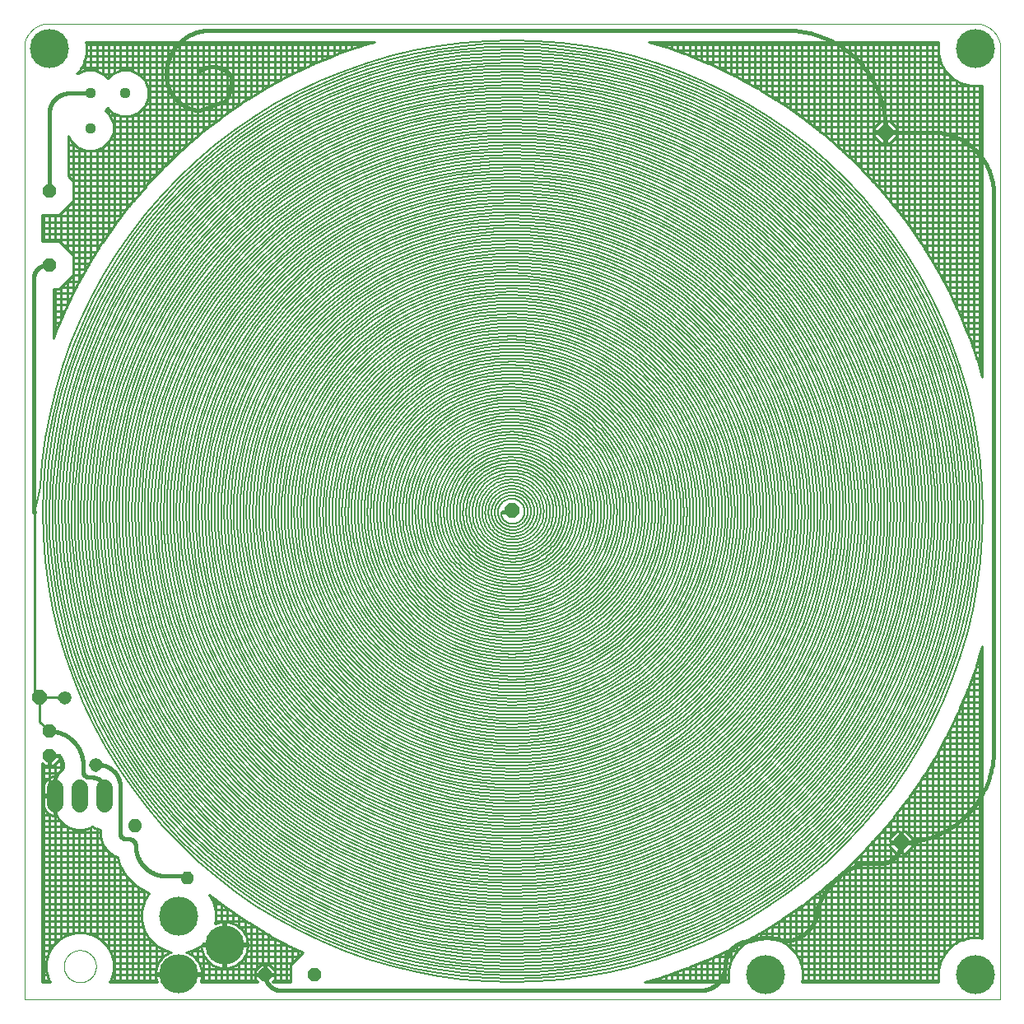
<source format=gtl>
G75*
%MOIN*%
%OFA0B0*%
%FSLAX25Y25*%
%IPPOS*%
%LPD*%
%AMOC8*
5,1,8,0,0,1.08239X$1,22.5*
%
%ADD10C,0.00000*%
%ADD11C,0.01040*%
%ADD12C,0.06600*%
%ADD13OC8,0.05200*%
%ADD14OC8,0.06000*%
%ADD15C,0.15811*%
%ADD16C,0.15800*%
%ADD17C,0.04400*%
%ADD18C,0.00600*%
%ADD19C,0.01600*%
%ADD20C,0.01000*%
D10*
X0042595Y0025000D02*
X0042595Y0412500D01*
X0050095Y0420000D02*
X0430095Y0420000D01*
X0437595Y0412500D02*
X0437595Y0025000D01*
X0042595Y0025000D01*
X0058595Y0038500D02*
X0058597Y0038661D01*
X0058603Y0038821D01*
X0058613Y0038982D01*
X0058627Y0039142D01*
X0058645Y0039302D01*
X0058666Y0039461D01*
X0058692Y0039620D01*
X0058722Y0039778D01*
X0058755Y0039935D01*
X0058793Y0040092D01*
X0058834Y0040247D01*
X0058879Y0040401D01*
X0058928Y0040554D01*
X0058981Y0040706D01*
X0059037Y0040857D01*
X0059098Y0041006D01*
X0059161Y0041154D01*
X0059229Y0041300D01*
X0059300Y0041444D01*
X0059374Y0041586D01*
X0059452Y0041727D01*
X0059534Y0041865D01*
X0059619Y0042002D01*
X0059707Y0042136D01*
X0059799Y0042268D01*
X0059894Y0042398D01*
X0059992Y0042526D01*
X0060093Y0042651D01*
X0060197Y0042773D01*
X0060304Y0042893D01*
X0060414Y0043010D01*
X0060527Y0043125D01*
X0060643Y0043236D01*
X0060762Y0043345D01*
X0060883Y0043450D01*
X0061007Y0043553D01*
X0061133Y0043653D01*
X0061261Y0043749D01*
X0061392Y0043842D01*
X0061526Y0043932D01*
X0061661Y0044019D01*
X0061799Y0044102D01*
X0061938Y0044182D01*
X0062080Y0044258D01*
X0062223Y0044331D01*
X0062368Y0044400D01*
X0062515Y0044466D01*
X0062663Y0044528D01*
X0062813Y0044586D01*
X0062964Y0044641D01*
X0063117Y0044692D01*
X0063271Y0044739D01*
X0063426Y0044782D01*
X0063582Y0044821D01*
X0063738Y0044857D01*
X0063896Y0044888D01*
X0064054Y0044916D01*
X0064213Y0044940D01*
X0064373Y0044960D01*
X0064533Y0044976D01*
X0064693Y0044988D01*
X0064854Y0044996D01*
X0065015Y0045000D01*
X0065175Y0045000D01*
X0065336Y0044996D01*
X0065497Y0044988D01*
X0065657Y0044976D01*
X0065817Y0044960D01*
X0065977Y0044940D01*
X0066136Y0044916D01*
X0066294Y0044888D01*
X0066452Y0044857D01*
X0066608Y0044821D01*
X0066764Y0044782D01*
X0066919Y0044739D01*
X0067073Y0044692D01*
X0067226Y0044641D01*
X0067377Y0044586D01*
X0067527Y0044528D01*
X0067675Y0044466D01*
X0067822Y0044400D01*
X0067967Y0044331D01*
X0068110Y0044258D01*
X0068252Y0044182D01*
X0068391Y0044102D01*
X0068529Y0044019D01*
X0068664Y0043932D01*
X0068798Y0043842D01*
X0068929Y0043749D01*
X0069057Y0043653D01*
X0069183Y0043553D01*
X0069307Y0043450D01*
X0069428Y0043345D01*
X0069547Y0043236D01*
X0069663Y0043125D01*
X0069776Y0043010D01*
X0069886Y0042893D01*
X0069993Y0042773D01*
X0070097Y0042651D01*
X0070198Y0042526D01*
X0070296Y0042398D01*
X0070391Y0042268D01*
X0070483Y0042136D01*
X0070571Y0042002D01*
X0070656Y0041865D01*
X0070738Y0041727D01*
X0070816Y0041586D01*
X0070890Y0041444D01*
X0070961Y0041300D01*
X0071029Y0041154D01*
X0071092Y0041006D01*
X0071153Y0040857D01*
X0071209Y0040706D01*
X0071262Y0040554D01*
X0071311Y0040401D01*
X0071356Y0040247D01*
X0071397Y0040092D01*
X0071435Y0039935D01*
X0071468Y0039778D01*
X0071498Y0039620D01*
X0071524Y0039461D01*
X0071545Y0039302D01*
X0071563Y0039142D01*
X0071577Y0038982D01*
X0071587Y0038821D01*
X0071593Y0038661D01*
X0071595Y0038500D01*
X0071593Y0038339D01*
X0071587Y0038179D01*
X0071577Y0038018D01*
X0071563Y0037858D01*
X0071545Y0037698D01*
X0071524Y0037539D01*
X0071498Y0037380D01*
X0071468Y0037222D01*
X0071435Y0037065D01*
X0071397Y0036908D01*
X0071356Y0036753D01*
X0071311Y0036599D01*
X0071262Y0036446D01*
X0071209Y0036294D01*
X0071153Y0036143D01*
X0071092Y0035994D01*
X0071029Y0035846D01*
X0070961Y0035700D01*
X0070890Y0035556D01*
X0070816Y0035414D01*
X0070738Y0035273D01*
X0070656Y0035135D01*
X0070571Y0034998D01*
X0070483Y0034864D01*
X0070391Y0034732D01*
X0070296Y0034602D01*
X0070198Y0034474D01*
X0070097Y0034349D01*
X0069993Y0034227D01*
X0069886Y0034107D01*
X0069776Y0033990D01*
X0069663Y0033875D01*
X0069547Y0033764D01*
X0069428Y0033655D01*
X0069307Y0033550D01*
X0069183Y0033447D01*
X0069057Y0033347D01*
X0068929Y0033251D01*
X0068798Y0033158D01*
X0068664Y0033068D01*
X0068529Y0032981D01*
X0068391Y0032898D01*
X0068252Y0032818D01*
X0068110Y0032742D01*
X0067967Y0032669D01*
X0067822Y0032600D01*
X0067675Y0032534D01*
X0067527Y0032472D01*
X0067377Y0032414D01*
X0067226Y0032359D01*
X0067073Y0032308D01*
X0066919Y0032261D01*
X0066764Y0032218D01*
X0066608Y0032179D01*
X0066452Y0032143D01*
X0066294Y0032112D01*
X0066136Y0032084D01*
X0065977Y0032060D01*
X0065817Y0032040D01*
X0065657Y0032024D01*
X0065497Y0032012D01*
X0065336Y0032004D01*
X0065175Y0032000D01*
X0065015Y0032000D01*
X0064854Y0032004D01*
X0064693Y0032012D01*
X0064533Y0032024D01*
X0064373Y0032040D01*
X0064213Y0032060D01*
X0064054Y0032084D01*
X0063896Y0032112D01*
X0063738Y0032143D01*
X0063582Y0032179D01*
X0063426Y0032218D01*
X0063271Y0032261D01*
X0063117Y0032308D01*
X0062964Y0032359D01*
X0062813Y0032414D01*
X0062663Y0032472D01*
X0062515Y0032534D01*
X0062368Y0032600D01*
X0062223Y0032669D01*
X0062080Y0032742D01*
X0061938Y0032818D01*
X0061799Y0032898D01*
X0061661Y0032981D01*
X0061526Y0033068D01*
X0061392Y0033158D01*
X0061261Y0033251D01*
X0061133Y0033347D01*
X0061007Y0033447D01*
X0060883Y0033550D01*
X0060762Y0033655D01*
X0060643Y0033764D01*
X0060527Y0033875D01*
X0060414Y0033990D01*
X0060304Y0034107D01*
X0060197Y0034227D01*
X0060093Y0034349D01*
X0059992Y0034474D01*
X0059894Y0034602D01*
X0059799Y0034732D01*
X0059707Y0034864D01*
X0059619Y0034998D01*
X0059534Y0035135D01*
X0059452Y0035273D01*
X0059374Y0035414D01*
X0059300Y0035556D01*
X0059229Y0035700D01*
X0059161Y0035846D01*
X0059098Y0035994D01*
X0059037Y0036143D01*
X0058981Y0036294D01*
X0058928Y0036446D01*
X0058879Y0036599D01*
X0058834Y0036753D01*
X0058793Y0036908D01*
X0058755Y0037065D01*
X0058722Y0037222D01*
X0058692Y0037380D01*
X0058666Y0037539D01*
X0058645Y0037698D01*
X0058627Y0037858D01*
X0058613Y0038018D01*
X0058603Y0038179D01*
X0058597Y0038339D01*
X0058595Y0038500D01*
X0042596Y0412499D02*
X0042667Y0412748D01*
X0042743Y0412994D01*
X0042826Y0413238D01*
X0042915Y0413481D01*
X0043009Y0413721D01*
X0043110Y0413959D01*
X0043216Y0414194D01*
X0043327Y0414427D01*
X0043445Y0414657D01*
X0043567Y0414884D01*
X0043696Y0415108D01*
X0043829Y0415329D01*
X0043968Y0415546D01*
X0044112Y0415760D01*
X0044261Y0415971D01*
X0044415Y0416178D01*
X0044575Y0416381D01*
X0044739Y0416580D01*
X0044908Y0416776D01*
X0045081Y0416967D01*
X0045259Y0417153D01*
X0045442Y0417336D01*
X0045628Y0417514D01*
X0045819Y0417687D01*
X0046015Y0417856D01*
X0046214Y0418020D01*
X0046417Y0418180D01*
X0046624Y0418334D01*
X0046835Y0418483D01*
X0047049Y0418627D01*
X0047266Y0418766D01*
X0047487Y0418899D01*
X0047711Y0419028D01*
X0047938Y0419150D01*
X0048168Y0419268D01*
X0048401Y0419379D01*
X0048636Y0419485D01*
X0048874Y0419586D01*
X0049114Y0419680D01*
X0049357Y0419769D01*
X0049601Y0419852D01*
X0049847Y0419928D01*
X0050096Y0419999D01*
X0430095Y0419999D02*
X0430344Y0419928D01*
X0430590Y0419852D01*
X0430834Y0419769D01*
X0431077Y0419680D01*
X0431317Y0419586D01*
X0431555Y0419485D01*
X0431790Y0419379D01*
X0432023Y0419268D01*
X0432253Y0419150D01*
X0432480Y0419028D01*
X0432704Y0418899D01*
X0432925Y0418766D01*
X0433142Y0418627D01*
X0433356Y0418483D01*
X0433567Y0418334D01*
X0433774Y0418180D01*
X0433977Y0418020D01*
X0434176Y0417856D01*
X0434372Y0417687D01*
X0434563Y0417514D01*
X0434749Y0417336D01*
X0434932Y0417153D01*
X0435110Y0416967D01*
X0435283Y0416776D01*
X0435452Y0416580D01*
X0435616Y0416381D01*
X0435776Y0416178D01*
X0435930Y0415971D01*
X0436079Y0415760D01*
X0436223Y0415546D01*
X0436362Y0415329D01*
X0436495Y0415108D01*
X0436624Y0414884D01*
X0436746Y0414657D01*
X0436864Y0414427D01*
X0436975Y0414194D01*
X0437081Y0413959D01*
X0437182Y0413721D01*
X0437276Y0413481D01*
X0437365Y0413238D01*
X0437448Y0412994D01*
X0437524Y0412748D01*
X0437595Y0412499D01*
D11*
X0108038Y0075952D02*
X0107518Y0076472D01*
X0109240Y0076472D01*
X0110458Y0075254D01*
X0110458Y0073532D01*
X0109240Y0072314D01*
X0107518Y0072314D01*
X0106300Y0073532D01*
X0106300Y0075254D01*
X0107518Y0076472D01*
X0107841Y0075692D01*
X0108917Y0075692D01*
X0109678Y0074931D01*
X0109678Y0073855D01*
X0108917Y0073094D01*
X0107841Y0073094D01*
X0107080Y0073855D01*
X0107080Y0074931D01*
X0107841Y0075692D01*
X0108164Y0074912D01*
X0108594Y0074912D01*
X0108898Y0074608D01*
X0108898Y0074178D01*
X0108594Y0073874D01*
X0108164Y0073874D01*
X0107860Y0074178D01*
X0107860Y0074608D01*
X0108164Y0074912D01*
X0086825Y0097166D02*
X0086305Y0097686D01*
X0088027Y0097686D01*
X0089245Y0096468D01*
X0089245Y0094746D01*
X0088027Y0093528D01*
X0086305Y0093528D01*
X0085087Y0094746D01*
X0085087Y0096468D01*
X0086305Y0097686D01*
X0086628Y0096906D01*
X0087704Y0096906D01*
X0088465Y0096145D01*
X0088465Y0095069D01*
X0087704Y0094308D01*
X0086628Y0094308D01*
X0085867Y0095069D01*
X0085867Y0096145D01*
X0086628Y0096906D01*
X0086951Y0096126D01*
X0087381Y0096126D01*
X0087685Y0095822D01*
X0087685Y0095392D01*
X0087381Y0095088D01*
X0086951Y0095088D01*
X0086647Y0095392D01*
X0086647Y0095822D01*
X0086951Y0096126D01*
X0071012Y0118427D02*
X0071532Y0117907D01*
X0069913Y0118496D01*
X0069186Y0120057D01*
X0069775Y0121676D01*
X0071336Y0122403D01*
X0072955Y0121814D01*
X0073682Y0120253D01*
X0073093Y0118634D01*
X0071532Y0117907D01*
X0071495Y0118750D01*
X0070484Y0119119D01*
X0070029Y0120094D01*
X0070398Y0121105D01*
X0071373Y0121560D01*
X0072384Y0121191D01*
X0072839Y0120216D01*
X0072470Y0119205D01*
X0071495Y0118750D01*
X0071458Y0119593D01*
X0071054Y0119741D01*
X0070872Y0120131D01*
X0071020Y0120535D01*
X0071410Y0120717D01*
X0071814Y0120569D01*
X0071996Y0120179D01*
X0071848Y0119775D01*
X0071458Y0119593D01*
X0058334Y0145617D02*
X0058854Y0145097D01*
X0057235Y0145686D01*
X0056508Y0147247D01*
X0057097Y0148866D01*
X0058658Y0149593D01*
X0060277Y0149004D01*
X0061004Y0147443D01*
X0060415Y0145824D01*
X0058854Y0145097D01*
X0058817Y0145940D01*
X0057806Y0146309D01*
X0057351Y0147284D01*
X0057720Y0148295D01*
X0058695Y0148750D01*
X0059706Y0148381D01*
X0060161Y0147406D01*
X0059792Y0146395D01*
X0058817Y0145940D01*
X0058780Y0146783D01*
X0058376Y0146931D01*
X0058194Y0147321D01*
X0058342Y0147725D01*
X0058732Y0147907D01*
X0059136Y0147759D01*
X0059318Y0147369D01*
X0059170Y0146965D01*
X0058780Y0146783D01*
D12*
X0055095Y0110800D02*
X0055095Y0104200D01*
X0065095Y0104200D02*
X0065095Y0110800D01*
X0075095Y0110800D02*
X0075095Y0104200D01*
D13*
X0052595Y0123750D03*
X0052595Y0133750D03*
X0140095Y0035000D03*
X0160095Y0035000D03*
X0052595Y0322500D03*
X0052595Y0352500D03*
D14*
X0048845Y0147500D03*
X0240095Y0223000D03*
X0391345Y0376250D03*
X0397595Y0088750D03*
D15*
X0427595Y0035000D03*
X0342595Y0035000D03*
X0427595Y0410000D03*
X0052595Y0410000D03*
D16*
X0105095Y0058937D03*
X0123599Y0047126D03*
X0105095Y0035315D03*
D17*
X0069274Y0377929D03*
X0069274Y0392071D03*
X0083416Y0392071D03*
D18*
X0112179Y0364566D02*
X0104911Y0357684D01*
X0098013Y0350431D01*
X0091505Y0342826D01*
X0085402Y0334891D01*
X0079723Y0326647D01*
X0074483Y0318117D01*
X0069696Y0309323D01*
X0065376Y0300290D01*
X0061534Y0291043D01*
X0058181Y0281607D01*
X0055327Y0272009D01*
X0052978Y0262273D01*
X0051142Y0252427D01*
X0049825Y0242498D01*
X0049028Y0232513D01*
X0047505Y0225000D01*
X0046821Y0222500D01*
X0050044Y0222500D02*
X0050294Y0212553D01*
X0051064Y0202632D01*
X0052352Y0192765D01*
X0054155Y0182977D01*
X0056468Y0173297D01*
X0059285Y0163751D01*
X0062597Y0154365D01*
X0066396Y0145164D01*
X0070672Y0136175D01*
X0075413Y0127421D01*
X0080606Y0118926D01*
X0086236Y0110715D01*
X0092289Y0102809D01*
X0098748Y0095230D01*
X0105595Y0088000D01*
X0112811Y0081137D01*
X0120377Y0074661D01*
X0128272Y0068589D01*
X0136475Y0062939D01*
X0144962Y0057725D01*
X0153711Y0052962D01*
X0162698Y0048664D01*
X0171898Y0044841D01*
X0181286Y0041506D01*
X0190837Y0038665D01*
X0200523Y0036329D01*
X0210319Y0034502D01*
X0220198Y0033191D01*
X0230132Y0032398D01*
X0240095Y0032127D01*
X0250059Y0032377D01*
X0259997Y0033148D01*
X0269881Y0034439D01*
X0279685Y0036244D01*
X0289381Y0038561D01*
X0298944Y0041383D01*
X0308346Y0044701D01*
X0317562Y0048507D01*
X0326567Y0052790D01*
X0335336Y0057539D01*
X0343844Y0062740D01*
X0352070Y0068380D01*
X0359989Y0074444D01*
X0367581Y0080913D01*
X0374823Y0087772D01*
X0381698Y0095000D01*
X0388185Y0102579D01*
X0394267Y0110488D01*
X0399927Y0118704D01*
X0405149Y0127206D01*
X0409920Y0135970D01*
X0414226Y0144972D01*
X0418055Y0154188D01*
X0421396Y0163592D01*
X0424241Y0173158D01*
X0426582Y0182861D01*
X0428411Y0192674D01*
X0429725Y0202569D01*
X0430519Y0212520D01*
X0430791Y0222500D01*
X0430540Y0232481D01*
X0429768Y0242435D01*
X0428475Y0252336D01*
X0426666Y0262157D01*
X0424345Y0271870D01*
X0421519Y0281448D01*
X0418195Y0290866D01*
X0414383Y0300098D01*
X0410092Y0309118D01*
X0405335Y0317902D01*
X0400125Y0326425D01*
X0394475Y0334664D01*
X0388402Y0342596D01*
X0381922Y0350201D01*
X0375051Y0357456D01*
X0367810Y0364342D01*
X0360219Y0370840D01*
X0352297Y0376932D01*
X0344067Y0382602D01*
X0335550Y0387833D01*
X0326772Y0392612D01*
X0317754Y0396925D01*
X0308523Y0400760D01*
X0299103Y0404107D01*
X0289520Y0406957D01*
X0279801Y0409302D01*
X0269972Y0411134D01*
X0260060Y0412450D01*
X0250092Y0413245D01*
X0240095Y0413518D01*
X0230098Y0413267D01*
X0220126Y0412493D01*
X0210208Y0411198D01*
X0200372Y0409386D01*
X0190642Y0407061D01*
X0181048Y0404230D01*
X0171614Y0400901D01*
X0162366Y0397082D01*
X0153331Y0392784D01*
X0144533Y0388019D01*
X0135995Y0382800D01*
X0127742Y0377141D01*
X0119796Y0371057D01*
X0112179Y0364566D01*
X0113041Y0363608D02*
X0105823Y0356772D01*
X0098972Y0349569D01*
X0092506Y0342015D01*
X0086445Y0334133D01*
X0080804Y0325945D01*
X0075599Y0317472D01*
X0070844Y0308737D01*
X0066553Y0299766D01*
X0062737Y0290581D01*
X0059407Y0281209D01*
X0056572Y0271675D01*
X0054239Y0262005D01*
X0052416Y0252226D01*
X0051107Y0242363D01*
X0050315Y0232446D01*
X0050044Y0222500D01*
X0051333Y0222500D02*
X0051581Y0212620D01*
X0052346Y0202767D01*
X0053625Y0192966D01*
X0055416Y0183245D01*
X0057713Y0173631D01*
X0060510Y0164149D01*
X0063800Y0154827D01*
X0067574Y0145689D01*
X0071821Y0136760D01*
X0076529Y0128065D01*
X0081687Y0119628D01*
X0087279Y0111472D01*
X0093291Y0103620D01*
X0099706Y0096093D01*
X0106506Y0088911D01*
X0113673Y0082094D01*
X0121188Y0075662D01*
X0129030Y0069632D01*
X0137177Y0064020D01*
X0145607Y0058841D01*
X0154296Y0054111D01*
X0163223Y0049841D01*
X0172360Y0046044D01*
X0181685Y0042731D01*
X0191170Y0039910D01*
X0200791Y0037589D01*
X0210521Y0035775D01*
X0220333Y0034473D01*
X0230200Y0033685D01*
X0240095Y0033416D01*
X0249992Y0033664D01*
X0259862Y0034430D01*
X0269679Y0035712D01*
X0279417Y0037506D01*
X0289048Y0039807D01*
X0298546Y0042609D01*
X0307884Y0045904D01*
X0317038Y0049684D01*
X0325982Y0053939D01*
X0334691Y0058655D01*
X0343142Y0063821D01*
X0351312Y0069423D01*
X0359178Y0075445D01*
X0366718Y0081871D01*
X0373912Y0088683D01*
X0380740Y0095863D01*
X0387183Y0103391D01*
X0393224Y0111245D01*
X0398846Y0119406D01*
X0404033Y0127850D01*
X0408772Y0136555D01*
X0413048Y0145496D01*
X0416851Y0154650D01*
X0420170Y0163990D01*
X0422996Y0173492D01*
X0425321Y0183129D01*
X0427138Y0192875D01*
X0428443Y0202704D01*
X0429231Y0212588D01*
X0429502Y0222500D01*
X0429253Y0232413D01*
X0428486Y0242301D01*
X0427202Y0252135D01*
X0425405Y0261889D01*
X0423100Y0271536D01*
X0420293Y0281050D01*
X0416992Y0290404D01*
X0413205Y0299574D01*
X0408944Y0308533D01*
X0404219Y0317257D01*
X0399044Y0325722D01*
X0393433Y0333906D01*
X0387400Y0341785D01*
X0380964Y0349339D01*
X0374140Y0356545D01*
X0366948Y0363384D01*
X0359408Y0369839D01*
X0351539Y0375890D01*
X0343364Y0381521D01*
X0334906Y0386717D01*
X0326186Y0391464D01*
X0317230Y0395748D01*
X0308061Y0399557D01*
X0298705Y0402881D01*
X0289187Y0405712D01*
X0279533Y0408041D01*
X0269770Y0409861D01*
X0259925Y0411168D01*
X0250024Y0411958D01*
X0240095Y0412229D01*
X0230165Y0411980D01*
X0220261Y0411211D01*
X0210410Y0409925D01*
X0200639Y0408125D01*
X0190976Y0405816D01*
X0181446Y0403004D01*
X0172075Y0399697D01*
X0162890Y0395904D01*
X0153916Y0391636D01*
X0145177Y0386903D01*
X0136697Y0381719D01*
X0128499Y0376098D01*
X0120607Y0370056D01*
X0113041Y0363608D01*
X0113903Y0362650D02*
X0106734Y0355861D01*
X0099929Y0348706D01*
X0093508Y0341204D01*
X0087488Y0333376D01*
X0081885Y0325243D01*
X0076715Y0316828D01*
X0071993Y0308152D01*
X0067731Y0299242D01*
X0063941Y0290119D01*
X0060633Y0280811D01*
X0057817Y0271341D01*
X0055500Y0261737D01*
X0053689Y0252024D01*
X0052388Y0242229D01*
X0051602Y0232378D01*
X0051333Y0222500D01*
X0052622Y0222500D02*
X0052868Y0212688D01*
X0053627Y0202902D01*
X0054898Y0193168D01*
X0056677Y0183513D01*
X0058958Y0173965D01*
X0061736Y0164548D01*
X0065004Y0155289D01*
X0068751Y0146213D01*
X0072969Y0137345D01*
X0077646Y0128710D01*
X0082768Y0120330D01*
X0088322Y0112230D01*
X0094292Y0104431D01*
X0100664Y0096955D01*
X0107418Y0089822D01*
X0114536Y0083052D01*
X0121999Y0076664D01*
X0129788Y0070674D01*
X0137879Y0065100D01*
X0146251Y0059957D01*
X0154882Y0055259D01*
X0163747Y0051019D01*
X0172822Y0047248D01*
X0182083Y0043957D01*
X0191504Y0041156D01*
X0201059Y0038850D01*
X0210722Y0037048D01*
X0220468Y0035755D01*
X0230267Y0034972D01*
X0240095Y0034705D01*
X0249924Y0034951D01*
X0259727Y0035712D01*
X0269478Y0036985D01*
X0279149Y0038766D01*
X0288714Y0041052D01*
X0298147Y0043835D01*
X0307422Y0047107D01*
X0316513Y0050862D01*
X0325396Y0055087D01*
X0334047Y0059771D01*
X0342440Y0064902D01*
X0350554Y0070466D01*
X0358366Y0076447D01*
X0365855Y0082829D01*
X0373001Y0089594D01*
X0379782Y0096725D01*
X0386181Y0104202D01*
X0392181Y0112003D01*
X0397765Y0120108D01*
X0402917Y0128495D01*
X0407623Y0137140D01*
X0411871Y0146020D01*
X0415648Y0155111D01*
X0418944Y0164388D01*
X0421751Y0173826D01*
X0424060Y0183397D01*
X0425865Y0193077D01*
X0427161Y0202839D01*
X0427944Y0212655D01*
X0428213Y0222500D01*
X0427966Y0232346D01*
X0427204Y0242166D01*
X0425929Y0251933D01*
X0424144Y0261621D01*
X0421855Y0271202D01*
X0419067Y0280652D01*
X0415788Y0289942D01*
X0412028Y0299049D01*
X0407796Y0307948D01*
X0403103Y0316613D01*
X0397963Y0325020D01*
X0392390Y0333148D01*
X0386399Y0340974D01*
X0380006Y0348476D01*
X0373228Y0355633D01*
X0366085Y0362426D01*
X0358596Y0368837D01*
X0350782Y0374847D01*
X0342662Y0380440D01*
X0334261Y0385601D01*
X0325601Y0390315D01*
X0316706Y0394570D01*
X0307599Y0398354D01*
X0298307Y0401656D01*
X0288853Y0404467D01*
X0279265Y0406780D01*
X0269569Y0408588D01*
X0259790Y0409886D01*
X0249957Y0410671D01*
X0240095Y0410940D01*
X0230233Y0410693D01*
X0220396Y0409929D01*
X0210612Y0408652D01*
X0200907Y0406864D01*
X0191309Y0404571D01*
X0181844Y0401778D01*
X0172537Y0398494D01*
X0163415Y0394727D01*
X0154501Y0390487D01*
X0145822Y0385787D01*
X0137399Y0380638D01*
X0129257Y0375056D01*
X0121418Y0369054D01*
X0113903Y0362650D01*
X0114766Y0361692D02*
X0107646Y0354950D01*
X0100887Y0347843D01*
X0094510Y0340393D01*
X0088531Y0332618D01*
X0082966Y0324541D01*
X0077832Y0316183D01*
X0073142Y0307567D01*
X0068908Y0298717D01*
X0065144Y0289657D01*
X0061859Y0280413D01*
X0059062Y0271008D01*
X0056760Y0261469D01*
X0054962Y0251822D01*
X0053670Y0242094D01*
X0052890Y0232311D01*
X0052622Y0222500D01*
X0053911Y0222500D02*
X0054155Y0212755D01*
X0054909Y0203036D01*
X0056171Y0193369D01*
X0057937Y0183781D01*
X0060203Y0174298D01*
X0062962Y0164946D01*
X0066207Y0155750D01*
X0069929Y0146737D01*
X0074118Y0137930D01*
X0078762Y0129354D01*
X0083849Y0121032D01*
X0089365Y0112988D01*
X0095294Y0105243D01*
X0101622Y0097818D01*
X0108329Y0090734D01*
X0115399Y0084010D01*
X0122810Y0077666D01*
X0130545Y0071717D01*
X0138581Y0066181D01*
X0146896Y0061074D01*
X0155467Y0056407D01*
X0164271Y0052196D01*
X0173284Y0048452D01*
X0182481Y0045183D01*
X0191838Y0042400D01*
X0201327Y0040111D01*
X0210924Y0038322D01*
X0220602Y0037037D01*
X0230335Y0036260D01*
X0240095Y0035994D01*
X0249857Y0036238D01*
X0259593Y0036994D01*
X0269276Y0038258D01*
X0278881Y0040027D01*
X0288381Y0042297D01*
X0297749Y0045061D01*
X0306960Y0048311D01*
X0315989Y0052039D01*
X0324811Y0056235D01*
X0333402Y0060888D01*
X0341738Y0065983D01*
X0349797Y0071509D01*
X0357555Y0077449D01*
X0364993Y0083787D01*
X0372089Y0090506D01*
X0378824Y0097588D01*
X0385180Y0105013D01*
X0391138Y0112761D01*
X0396684Y0120810D01*
X0401801Y0129139D01*
X0406475Y0137726D01*
X0410693Y0146545D01*
X0414445Y0155574D01*
X0417718Y0164787D01*
X0420506Y0174159D01*
X0422799Y0183665D01*
X0424592Y0193279D01*
X0425879Y0202973D01*
X0426657Y0212723D01*
X0426924Y0222500D01*
X0426679Y0232278D01*
X0425922Y0242031D01*
X0424655Y0251731D01*
X0422883Y0261353D01*
X0420610Y0270869D01*
X0417841Y0280253D01*
X0414585Y0289480D01*
X0410850Y0298525D01*
X0406647Y0307362D01*
X0401986Y0315968D01*
X0396882Y0324319D01*
X0391347Y0332391D01*
X0385397Y0340163D01*
X0379048Y0347613D01*
X0372317Y0354722D01*
X0365223Y0361469D01*
X0357785Y0367835D01*
X0350024Y0373804D01*
X0341960Y0379359D01*
X0333617Y0384485D01*
X0325016Y0389167D01*
X0316181Y0393393D01*
X0307137Y0397150D01*
X0297908Y0400430D01*
X0288520Y0403222D01*
X0278997Y0405519D01*
X0269367Y0407315D01*
X0259655Y0408604D01*
X0249889Y0409384D01*
X0240095Y0409651D01*
X0230300Y0409405D01*
X0220530Y0408647D01*
X0210813Y0407379D01*
X0201175Y0405603D01*
X0191643Y0403326D01*
X0182242Y0400552D01*
X0172999Y0397291D01*
X0163939Y0393550D01*
X0155086Y0389339D01*
X0146466Y0384670D01*
X0138101Y0379557D01*
X0130015Y0374013D01*
X0122229Y0368052D01*
X0114766Y0361692D01*
X0115629Y0360734D02*
X0108557Y0354038D01*
X0101845Y0346981D01*
X0095511Y0339581D01*
X0089573Y0331861D01*
X0084047Y0323839D01*
X0078948Y0315539D01*
X0074290Y0306982D01*
X0070086Y0298193D01*
X0066348Y0289196D01*
X0063085Y0280014D01*
X0060307Y0270674D01*
X0058022Y0261201D01*
X0056235Y0251620D01*
X0054952Y0241959D01*
X0054177Y0232244D01*
X0053911Y0222500D01*
X0055200Y0222500D02*
X0055442Y0212823D01*
X0056191Y0203171D01*
X0057444Y0193571D01*
X0059198Y0184049D01*
X0061448Y0174631D01*
X0064188Y0165344D01*
X0067410Y0156213D01*
X0071107Y0147261D01*
X0075266Y0138515D01*
X0079878Y0129999D01*
X0084930Y0121735D01*
X0090407Y0113746D01*
X0096296Y0106054D01*
X0102579Y0098680D01*
X0109240Y0091645D01*
X0116261Y0084969D01*
X0123622Y0078667D01*
X0131303Y0072760D01*
X0139283Y0067263D01*
X0147540Y0062190D01*
X0156052Y0057556D01*
X0164796Y0053374D01*
X0173746Y0049655D01*
X0182880Y0046409D01*
X0192171Y0043646D01*
X0201595Y0041372D01*
X0211126Y0039594D01*
X0220737Y0038319D01*
X0230402Y0037547D01*
X0240095Y0037283D01*
X0249789Y0037526D01*
X0259458Y0038276D01*
X0269075Y0039531D01*
X0278613Y0041288D01*
X0288047Y0043542D01*
X0297350Y0046286D01*
X0306498Y0049514D01*
X0315465Y0053217D01*
X0324226Y0057384D01*
X0332758Y0062004D01*
X0341036Y0067065D01*
X0349039Y0072552D01*
X0356744Y0078450D01*
X0364131Y0084745D01*
X0371178Y0091417D01*
X0377866Y0098450D01*
X0384178Y0105824D01*
X0390096Y0113518D01*
X0395603Y0121512D01*
X0400684Y0129784D01*
X0405326Y0138311D01*
X0409516Y0147069D01*
X0413241Y0156035D01*
X0416493Y0165185D01*
X0419261Y0174493D01*
X0421538Y0183933D01*
X0423319Y0193480D01*
X0424597Y0203108D01*
X0425370Y0212790D01*
X0425635Y0222500D01*
X0425391Y0232211D01*
X0424640Y0241896D01*
X0423383Y0251530D01*
X0421622Y0261085D01*
X0419365Y0270535D01*
X0416615Y0279855D01*
X0413382Y0289019D01*
X0409673Y0298001D01*
X0405498Y0306777D01*
X0400870Y0315324D01*
X0395801Y0323617D01*
X0390304Y0331633D01*
X0384395Y0339352D01*
X0378090Y0346751D01*
X0371405Y0353810D01*
X0364360Y0360511D01*
X0356974Y0366833D01*
X0349266Y0372761D01*
X0341259Y0378278D01*
X0332972Y0383368D01*
X0324431Y0388018D01*
X0315657Y0392215D01*
X0306675Y0395947D01*
X0297510Y0399204D01*
X0288186Y0401977D01*
X0278729Y0404258D01*
X0269165Y0406042D01*
X0259521Y0407322D01*
X0249822Y0408096D01*
X0240095Y0408362D01*
X0230367Y0408118D01*
X0220665Y0407365D01*
X0211015Y0406106D01*
X0201443Y0404343D01*
X0191977Y0402081D01*
X0182641Y0399326D01*
X0173461Y0396087D01*
X0164463Y0392372D01*
X0155672Y0388191D01*
X0147110Y0383554D01*
X0138803Y0378476D01*
X0130772Y0372970D01*
X0123040Y0367050D01*
X0115629Y0360734D01*
X0116491Y0359776D02*
X0109468Y0353127D01*
X0102803Y0346119D01*
X0096513Y0338770D01*
X0090616Y0331103D01*
X0085128Y0323137D01*
X0080064Y0314894D01*
X0075438Y0306397D01*
X0071263Y0297669D01*
X0067551Y0288733D01*
X0064310Y0279616D01*
X0061552Y0270341D01*
X0059282Y0260933D01*
X0057508Y0251419D01*
X0056234Y0241824D01*
X0055464Y0232176D01*
X0055200Y0222500D01*
X0056489Y0222500D02*
X0056730Y0212890D01*
X0057473Y0203306D01*
X0058718Y0193772D01*
X0060459Y0184317D01*
X0062693Y0174965D01*
X0065414Y0165743D01*
X0068614Y0156674D01*
X0072284Y0147786D01*
X0076414Y0139101D01*
X0080994Y0130643D01*
X0086011Y0122437D01*
X0091450Y0114503D01*
X0097298Y0106865D01*
X0103537Y0099543D01*
X0110152Y0092557D01*
X0117123Y0085926D01*
X0124433Y0079669D01*
X0132060Y0073803D01*
X0139985Y0068344D01*
X0148185Y0063306D01*
X0156637Y0058705D01*
X0165320Y0054552D01*
X0174208Y0050858D01*
X0183278Y0047635D01*
X0192505Y0044891D01*
X0201863Y0042633D01*
X0211327Y0040868D01*
X0220872Y0039600D01*
X0230470Y0038834D01*
X0240095Y0038572D01*
X0249722Y0038813D01*
X0259323Y0039557D01*
X0268873Y0040804D01*
X0278345Y0042549D01*
X0287713Y0044787D01*
X0296952Y0047512D01*
X0306036Y0050718D01*
X0314940Y0054394D01*
X0323641Y0058532D01*
X0332113Y0063120D01*
X0340334Y0068145D01*
X0348281Y0073594D01*
X0355933Y0079452D01*
X0363268Y0085703D01*
X0370266Y0092329D01*
X0376909Y0099313D01*
X0383176Y0106635D01*
X0389053Y0114276D01*
X0394522Y0122214D01*
X0399568Y0130428D01*
X0404178Y0138896D01*
X0408338Y0147593D01*
X0412038Y0156497D01*
X0415267Y0165583D01*
X0418016Y0174826D01*
X0420277Y0184201D01*
X0422046Y0193682D01*
X0423315Y0203243D01*
X0424083Y0212857D01*
X0424346Y0222500D01*
X0424104Y0232143D01*
X0423358Y0241762D01*
X0422109Y0251328D01*
X0420362Y0260817D01*
X0418120Y0270202D01*
X0415389Y0279457D01*
X0412178Y0288557D01*
X0408495Y0297476D01*
X0404350Y0306192D01*
X0399754Y0314679D01*
X0394720Y0322915D01*
X0389261Y0330876D01*
X0383394Y0338541D01*
X0377132Y0345889D01*
X0370494Y0352899D01*
X0363498Y0359553D01*
X0356163Y0365831D01*
X0348509Y0371719D01*
X0340557Y0377197D01*
X0332328Y0382252D01*
X0323846Y0386870D01*
X0315133Y0391037D01*
X0306213Y0394744D01*
X0297111Y0397978D01*
X0287852Y0400732D01*
X0278461Y0402998D01*
X0268964Y0404769D01*
X0259386Y0406041D01*
X0249754Y0406809D01*
X0240095Y0407073D01*
X0230435Y0406831D01*
X0220800Y0406083D01*
X0211216Y0404832D01*
X0201711Y0403082D01*
X0192310Y0400836D01*
X0183039Y0398101D01*
X0173923Y0394884D01*
X0164988Y0391194D01*
X0156257Y0387042D01*
X0147755Y0382438D01*
X0139505Y0377395D01*
X0131530Y0371927D01*
X0123852Y0366049D01*
X0116491Y0359776D01*
X0117353Y0358819D02*
X0110380Y0352215D01*
X0103761Y0345256D01*
X0097515Y0337959D01*
X0091659Y0330345D01*
X0086209Y0322435D01*
X0081181Y0314250D01*
X0076587Y0305812D01*
X0072441Y0297144D01*
X0068754Y0288272D01*
X0065536Y0279218D01*
X0062797Y0270007D01*
X0060543Y0260665D01*
X0058781Y0251217D01*
X0057516Y0241690D01*
X0056751Y0232109D01*
X0056489Y0222500D01*
X0057778Y0222500D02*
X0058017Y0212958D01*
X0058755Y0203441D01*
X0059991Y0193974D01*
X0061720Y0184585D01*
X0063938Y0175299D01*
X0066640Y0166141D01*
X0069817Y0157136D01*
X0073461Y0148310D01*
X0077563Y0139686D01*
X0082110Y0131288D01*
X0087092Y0123139D01*
X0092493Y0115261D01*
X0098299Y0107676D01*
X0104495Y0100405D01*
X0111063Y0093468D01*
X0117986Y0086884D01*
X0125244Y0080671D01*
X0132818Y0074846D01*
X0140687Y0069425D01*
X0148829Y0064422D01*
X0157222Y0059853D01*
X0165844Y0055729D01*
X0174670Y0052061D01*
X0183676Y0048861D01*
X0192838Y0046135D01*
X0202131Y0043894D01*
X0211529Y0042141D01*
X0221006Y0040882D01*
X0230537Y0040122D01*
X0240095Y0039861D01*
X0249654Y0040100D01*
X0259188Y0040840D01*
X0268671Y0042077D01*
X0278077Y0043809D01*
X0287380Y0046032D01*
X0296554Y0048738D01*
X0305574Y0051921D01*
X0314416Y0055572D01*
X0323056Y0059681D01*
X0331469Y0064237D01*
X0339632Y0069226D01*
X0347524Y0074637D01*
X0355122Y0080454D01*
X0362405Y0086661D01*
X0369355Y0093241D01*
X0375951Y0100175D01*
X0382175Y0107446D01*
X0388010Y0115033D01*
X0393441Y0122916D01*
X0398452Y0131073D01*
X0403029Y0139481D01*
X0407160Y0148118D01*
X0410835Y0156959D01*
X0414041Y0165981D01*
X0416771Y0175160D01*
X0419017Y0184469D01*
X0420773Y0193883D01*
X0422033Y0203378D01*
X0422796Y0212925D01*
X0423057Y0222500D01*
X0422817Y0232076D01*
X0422076Y0241627D01*
X0420836Y0251126D01*
X0419101Y0260549D01*
X0416875Y0269868D01*
X0414164Y0279058D01*
X0410975Y0288094D01*
X0407318Y0296952D01*
X0403201Y0305607D01*
X0398638Y0314035D01*
X0393639Y0322213D01*
X0388219Y0330118D01*
X0382392Y0337730D01*
X0376174Y0345026D01*
X0369583Y0351987D01*
X0362635Y0358595D01*
X0355352Y0364830D01*
X0347751Y0370676D01*
X0339855Y0376116D01*
X0331683Y0381135D01*
X0323260Y0385721D01*
X0314609Y0389860D01*
X0305751Y0393540D01*
X0296713Y0396752D01*
X0287519Y0399487D01*
X0278193Y0401737D01*
X0268762Y0403496D01*
X0259251Y0404759D01*
X0249687Y0405522D01*
X0240095Y0405784D01*
X0230502Y0405544D01*
X0220935Y0404801D01*
X0211418Y0403559D01*
X0201979Y0401821D01*
X0192644Y0399591D01*
X0183437Y0396875D01*
X0174385Y0393681D01*
X0165512Y0390017D01*
X0156842Y0385893D01*
X0148399Y0381322D01*
X0140207Y0376314D01*
X0132288Y0370884D01*
X0124663Y0365047D01*
X0117353Y0358819D01*
X0118216Y0357861D02*
X0111291Y0351304D01*
X0104719Y0344393D01*
X0098516Y0337148D01*
X0092701Y0329588D01*
X0087290Y0321733D01*
X0082297Y0313605D01*
X0077735Y0305226D01*
X0073618Y0296620D01*
X0069957Y0287810D01*
X0066762Y0278819D01*
X0064042Y0269673D01*
X0061804Y0260397D01*
X0060054Y0251016D01*
X0058798Y0241555D01*
X0058038Y0232041D01*
X0057778Y0222500D01*
X0059067Y0222500D02*
X0059304Y0213025D01*
X0060037Y0203575D01*
X0061264Y0194176D01*
X0062981Y0184853D01*
X0065183Y0175633D01*
X0067866Y0166539D01*
X0071020Y0157598D01*
X0074639Y0148834D01*
X0078712Y0140271D01*
X0083227Y0131932D01*
X0088173Y0123841D01*
X0093536Y0116019D01*
X0099301Y0108487D01*
X0105453Y0101268D01*
X0111975Y0094380D01*
X0118849Y0087842D01*
X0126055Y0081673D01*
X0133576Y0075889D01*
X0141389Y0070506D01*
X0149473Y0065539D01*
X0157808Y0061002D01*
X0166368Y0056906D01*
X0175132Y0053265D01*
X0184075Y0050087D01*
X0193172Y0047381D01*
X0202399Y0045154D01*
X0211731Y0043414D01*
X0221141Y0042164D01*
X0230605Y0041409D01*
X0240095Y0041150D01*
X0249587Y0041387D01*
X0259054Y0042122D01*
X0268470Y0043350D01*
X0277809Y0045070D01*
X0287046Y0047277D01*
X0296155Y0049964D01*
X0305112Y0053124D01*
X0313892Y0056750D01*
X0322470Y0060829D01*
X0330824Y0065353D01*
X0338930Y0070307D01*
X0346766Y0075680D01*
X0354310Y0081456D01*
X0361543Y0087619D01*
X0368443Y0094152D01*
X0374993Y0101038D01*
X0381173Y0108257D01*
X0386967Y0115791D01*
X0392360Y0123618D01*
X0397335Y0131717D01*
X0401881Y0140066D01*
X0405983Y0148642D01*
X0409631Y0157421D01*
X0412815Y0166380D01*
X0415526Y0175494D01*
X0417756Y0184737D01*
X0419499Y0194085D01*
X0420751Y0203512D01*
X0421508Y0212993D01*
X0421768Y0222500D01*
X0421530Y0232009D01*
X0420794Y0241492D01*
X0419563Y0250925D01*
X0417840Y0260281D01*
X0415629Y0269534D01*
X0412938Y0278660D01*
X0409772Y0287633D01*
X0406140Y0296428D01*
X0402053Y0305022D01*
X0397522Y0313390D01*
X0392558Y0321511D01*
X0387176Y0329360D01*
X0381390Y0336918D01*
X0375216Y0344163D01*
X0368671Y0351076D01*
X0361773Y0357637D01*
X0354540Y0363828D01*
X0346994Y0369633D01*
X0339152Y0375035D01*
X0331039Y0380019D01*
X0322675Y0384573D01*
X0314084Y0388682D01*
X0305289Y0392337D01*
X0296315Y0395526D01*
X0287185Y0398242D01*
X0277925Y0400476D01*
X0268560Y0402222D01*
X0259116Y0403477D01*
X0249620Y0404235D01*
X0240095Y0404495D01*
X0230570Y0404256D01*
X0221069Y0403519D01*
X0211620Y0402286D01*
X0202247Y0400560D01*
X0192977Y0398346D01*
X0183836Y0395649D01*
X0174847Y0392477D01*
X0166036Y0388839D01*
X0157427Y0384745D01*
X0149044Y0380206D01*
X0140909Y0375233D01*
X0133046Y0369841D01*
X0125474Y0364045D01*
X0118216Y0357861D01*
X0119079Y0356903D02*
X0112203Y0350393D01*
X0105677Y0343531D01*
X0099518Y0336337D01*
X0093744Y0328830D01*
X0088371Y0321031D01*
X0083413Y0312961D01*
X0078884Y0304641D01*
X0074796Y0296096D01*
X0071161Y0287348D01*
X0067988Y0278421D01*
X0065287Y0269340D01*
X0063065Y0260129D01*
X0061327Y0250814D01*
X0060080Y0241420D01*
X0059325Y0231974D01*
X0059067Y0222500D01*
X0060356Y0222500D02*
X0060591Y0213093D01*
X0061319Y0203710D01*
X0062537Y0194378D01*
X0064242Y0185121D01*
X0066428Y0175966D01*
X0069092Y0166937D01*
X0072224Y0158060D01*
X0075816Y0149358D01*
X0079860Y0140856D01*
X0084343Y0132577D01*
X0089254Y0124543D01*
X0094579Y0116776D01*
X0100303Y0109298D01*
X0106411Y0102130D01*
X0112886Y0095291D01*
X0119711Y0088800D01*
X0126866Y0082674D01*
X0134333Y0076931D01*
X0142091Y0071587D01*
X0150118Y0066655D01*
X0158393Y0062150D01*
X0166892Y0058084D01*
X0175594Y0054468D01*
X0184473Y0051313D01*
X0193506Y0048626D01*
X0202667Y0046415D01*
X0211932Y0044687D01*
X0221276Y0043446D01*
X0230672Y0042696D01*
X0240095Y0042439D01*
X0249520Y0042674D01*
X0258919Y0043404D01*
X0268268Y0044623D01*
X0277541Y0046331D01*
X0286712Y0048522D01*
X0295757Y0051190D01*
X0304650Y0054328D01*
X0313368Y0057927D01*
X0321885Y0061978D01*
X0330180Y0066469D01*
X0338228Y0071389D01*
X0346009Y0076723D01*
X0353499Y0082457D01*
X0360681Y0088576D01*
X0367532Y0095063D01*
X0374035Y0101900D01*
X0380171Y0109069D01*
X0385924Y0116549D01*
X0391279Y0124320D01*
X0396219Y0132362D01*
X0400732Y0140651D01*
X0404805Y0149166D01*
X0408428Y0157883D01*
X0411589Y0166778D01*
X0414281Y0175827D01*
X0416495Y0185005D01*
X0418226Y0194287D01*
X0419470Y0203647D01*
X0420221Y0213060D01*
X0420479Y0222500D01*
X0420242Y0231941D01*
X0419512Y0241357D01*
X0418290Y0250723D01*
X0416579Y0260013D01*
X0414385Y0269201D01*
X0411712Y0278261D01*
X0408568Y0287171D01*
X0404962Y0295904D01*
X0400905Y0304437D01*
X0396405Y0312746D01*
X0391477Y0320808D01*
X0386133Y0328603D01*
X0380388Y0336107D01*
X0374258Y0343301D01*
X0367760Y0350165D01*
X0360910Y0356679D01*
X0353729Y0362826D01*
X0346236Y0368590D01*
X0338450Y0373954D01*
X0330394Y0378903D01*
X0322090Y0383424D01*
X0313560Y0387505D01*
X0304827Y0391133D01*
X0295916Y0394300D01*
X0286851Y0396997D01*
X0277657Y0399215D01*
X0268359Y0400950D01*
X0258982Y0402195D01*
X0249552Y0402948D01*
X0240095Y0403206D01*
X0230637Y0402969D01*
X0221204Y0402237D01*
X0211822Y0401013D01*
X0202515Y0399299D01*
X0193311Y0397100D01*
X0184234Y0394423D01*
X0175309Y0391274D01*
X0166560Y0387662D01*
X0158012Y0383596D01*
X0149688Y0379089D01*
X0141611Y0374152D01*
X0133803Y0368798D01*
X0126285Y0363044D01*
X0119079Y0356903D01*
X0119941Y0355944D02*
X0113114Y0349481D01*
X0106635Y0342669D01*
X0100520Y0335526D01*
X0094787Y0328072D01*
X0089452Y0320329D01*
X0084529Y0312316D01*
X0080032Y0304056D01*
X0075973Y0295572D01*
X0072364Y0286886D01*
X0069214Y0278022D01*
X0066532Y0269006D01*
X0064325Y0259861D01*
X0062601Y0250612D01*
X0061362Y0241286D01*
X0060613Y0231906D01*
X0060356Y0222500D01*
X0061645Y0222500D02*
X0061879Y0213160D01*
X0062601Y0203844D01*
X0063810Y0194579D01*
X0065502Y0185389D01*
X0067673Y0176300D01*
X0070318Y0167336D01*
X0073427Y0158522D01*
X0076994Y0149883D01*
X0081009Y0141441D01*
X0085460Y0133221D01*
X0090335Y0125244D01*
X0095622Y0117534D01*
X0101305Y0110110D01*
X0107369Y0102993D01*
X0113798Y0096203D01*
X0120573Y0089758D01*
X0127678Y0083676D01*
X0135091Y0077974D01*
X0142793Y0072668D01*
X0150762Y0067771D01*
X0158978Y0063298D01*
X0167417Y0059261D01*
X0176056Y0055672D01*
X0184871Y0052539D01*
X0193839Y0049871D01*
X0202935Y0047676D01*
X0212134Y0045960D01*
X0221410Y0044728D01*
X0230740Y0043983D01*
X0240095Y0043728D01*
X0249452Y0043962D01*
X0258784Y0044685D01*
X0268066Y0045896D01*
X0277273Y0047592D01*
X0286379Y0049767D01*
X0295359Y0052416D01*
X0304188Y0055531D01*
X0312844Y0059105D01*
X0321300Y0063126D01*
X0329535Y0067585D01*
X0337526Y0072470D01*
X0345251Y0077766D01*
X0352688Y0083459D01*
X0359818Y0089534D01*
X0366620Y0095975D01*
X0373077Y0102763D01*
X0379170Y0109880D01*
X0384882Y0117306D01*
X0390198Y0125022D01*
X0395103Y0133006D01*
X0399584Y0141237D01*
X0403628Y0149691D01*
X0407224Y0158345D01*
X0410363Y0167176D01*
X0413036Y0176161D01*
X0415235Y0185273D01*
X0416953Y0194489D01*
X0418188Y0203782D01*
X0418934Y0213128D01*
X0419190Y0222500D01*
X0418955Y0231874D01*
X0418230Y0241223D01*
X0417017Y0250522D01*
X0415318Y0259745D01*
X0413139Y0268867D01*
X0410486Y0277863D01*
X0407365Y0286709D01*
X0403785Y0295380D01*
X0399756Y0303851D01*
X0395289Y0312101D01*
X0390396Y0320106D01*
X0385090Y0327845D01*
X0379386Y0335296D01*
X0373300Y0342439D01*
X0366848Y0349253D01*
X0360048Y0355721D01*
X0352918Y0361825D01*
X0345478Y0367547D01*
X0337748Y0372873D01*
X0329750Y0377787D01*
X0321505Y0382276D01*
X0313036Y0386327D01*
X0304366Y0389930D01*
X0295518Y0393074D01*
X0286518Y0395752D01*
X0277389Y0397954D01*
X0268157Y0399676D01*
X0258847Y0400913D01*
X0249485Y0401661D01*
X0240095Y0401917D01*
X0230705Y0401682D01*
X0221339Y0400956D01*
X0212023Y0399740D01*
X0202783Y0398039D01*
X0193645Y0395856D01*
X0184632Y0393197D01*
X0175771Y0390070D01*
X0167085Y0386484D01*
X0158598Y0382448D01*
X0150333Y0377973D01*
X0142313Y0373071D01*
X0134560Y0367756D01*
X0127096Y0362042D01*
X0119941Y0355944D01*
X0120803Y0354987D02*
X0114025Y0348570D01*
X0107592Y0341806D01*
X0101522Y0334715D01*
X0095830Y0327315D01*
X0090533Y0319627D01*
X0085646Y0311672D01*
X0081181Y0303471D01*
X0077151Y0295047D01*
X0073568Y0286424D01*
X0070440Y0277624D01*
X0067777Y0268672D01*
X0065586Y0259593D01*
X0063873Y0250411D01*
X0062644Y0241151D01*
X0061900Y0231839D01*
X0061645Y0222500D01*
X0062934Y0222500D02*
X0063166Y0213228D01*
X0063883Y0203980D01*
X0065083Y0194781D01*
X0066763Y0185657D01*
X0068918Y0176633D01*
X0071543Y0167734D01*
X0074631Y0158984D01*
X0078172Y0150407D01*
X0082157Y0142026D01*
X0086576Y0133866D01*
X0091416Y0125946D01*
X0096664Y0118291D01*
X0102306Y0110921D01*
X0108327Y0103855D01*
X0114709Y0097114D01*
X0121436Y0090716D01*
X0128489Y0084678D01*
X0135849Y0079017D01*
X0143495Y0073749D01*
X0151407Y0068888D01*
X0159563Y0064447D01*
X0167941Y0060439D01*
X0176518Y0056875D01*
X0185270Y0053764D01*
X0194173Y0051116D01*
X0203203Y0048937D01*
X0212336Y0047233D01*
X0221545Y0046010D01*
X0230807Y0045270D01*
X0240095Y0045017D01*
X0249385Y0045249D01*
X0258649Y0045967D01*
X0267865Y0047170D01*
X0277005Y0048853D01*
X0286045Y0051012D01*
X0294960Y0053642D01*
X0303727Y0056735D01*
X0312319Y0060282D01*
X0320715Y0064275D01*
X0328891Y0068702D01*
X0336824Y0073550D01*
X0344493Y0078808D01*
X0351877Y0084461D01*
X0358955Y0090492D01*
X0365709Y0096886D01*
X0372119Y0103625D01*
X0378168Y0110691D01*
X0383839Y0118064D01*
X0389117Y0125724D01*
X0393986Y0133651D01*
X0398435Y0141822D01*
X0402450Y0150215D01*
X0406021Y0158807D01*
X0409137Y0167575D01*
X0411790Y0176494D01*
X0413973Y0185541D01*
X0415680Y0194690D01*
X0416906Y0203917D01*
X0417647Y0213195D01*
X0417901Y0222500D01*
X0417668Y0231806D01*
X0416948Y0241088D01*
X0415744Y0250320D01*
X0414058Y0259477D01*
X0411894Y0268533D01*
X0409260Y0277465D01*
X0406161Y0286247D01*
X0402607Y0294855D01*
X0398607Y0303266D01*
X0394173Y0311457D01*
X0389315Y0319404D01*
X0384048Y0327087D01*
X0378385Y0334485D01*
X0372342Y0341576D01*
X0365937Y0348342D01*
X0359186Y0354763D01*
X0352107Y0360823D01*
X0344720Y0366504D01*
X0337046Y0371792D01*
X0329105Y0376670D01*
X0320920Y0381127D01*
X0312511Y0385150D01*
X0303904Y0388727D01*
X0295120Y0391849D01*
X0286184Y0394507D01*
X0277121Y0396694D01*
X0267955Y0398403D01*
X0258712Y0399631D01*
X0249417Y0400373D01*
X0240095Y0400628D01*
X0230772Y0400395D01*
X0221473Y0399674D01*
X0212225Y0398467D01*
X0203051Y0396778D01*
X0193978Y0394611D01*
X0185031Y0391971D01*
X0176233Y0388867D01*
X0167609Y0385307D01*
X0159183Y0381300D01*
X0150977Y0376857D01*
X0143015Y0371990D01*
X0135318Y0366713D01*
X0127908Y0361040D01*
X0120803Y0354987D01*
X0121666Y0354029D02*
X0114937Y0347658D01*
X0108550Y0340943D01*
X0102523Y0333904D01*
X0096873Y0326557D01*
X0091614Y0318925D01*
X0086762Y0311027D01*
X0082329Y0302886D01*
X0078329Y0294523D01*
X0074771Y0285962D01*
X0071666Y0277226D01*
X0069022Y0268339D01*
X0066847Y0259325D01*
X0065147Y0250209D01*
X0063925Y0241016D01*
X0063187Y0231771D01*
X0062934Y0222500D01*
X0064223Y0222500D02*
X0064453Y0213295D01*
X0065165Y0204114D01*
X0066356Y0194982D01*
X0068024Y0185925D01*
X0070164Y0176967D01*
X0072769Y0168133D01*
X0075834Y0159446D01*
X0079349Y0150931D01*
X0083305Y0142612D01*
X0087692Y0134510D01*
X0092497Y0126649D01*
X0097707Y0119049D01*
X0103308Y0111732D01*
X0109285Y0104718D01*
X0115621Y0098026D01*
X0122299Y0091674D01*
X0129300Y0085680D01*
X0136606Y0080060D01*
X0144197Y0074830D01*
X0152051Y0070004D01*
X0160148Y0065596D01*
X0168465Y0061617D01*
X0176979Y0058078D01*
X0185668Y0054990D01*
X0194507Y0052361D01*
X0203471Y0050198D01*
X0212537Y0048506D01*
X0221680Y0047292D01*
X0230874Y0046557D01*
X0240095Y0046306D01*
X0249317Y0046536D01*
X0258515Y0047249D01*
X0267663Y0048443D01*
X0276737Y0050113D01*
X0285712Y0052257D01*
X0294562Y0054868D01*
X0303264Y0057938D01*
X0311795Y0061459D01*
X0320130Y0065423D01*
X0328246Y0069818D01*
X0336122Y0074631D01*
X0343736Y0079851D01*
X0351066Y0085463D01*
X0358093Y0091450D01*
X0364798Y0097798D01*
X0371161Y0104488D01*
X0377166Y0111502D01*
X0382796Y0118822D01*
X0388036Y0126426D01*
X0392870Y0134295D01*
X0397287Y0142407D01*
X0401273Y0150739D01*
X0404818Y0159269D01*
X0407911Y0167973D01*
X0410546Y0176828D01*
X0412713Y0185809D01*
X0414407Y0194892D01*
X0415624Y0204051D01*
X0416359Y0213262D01*
X0416612Y0222500D01*
X0416381Y0231739D01*
X0415666Y0240953D01*
X0414471Y0250119D01*
X0412797Y0259209D01*
X0410649Y0268200D01*
X0408034Y0277067D01*
X0404958Y0285785D01*
X0401430Y0294331D01*
X0397459Y0302681D01*
X0393056Y0310812D01*
X0388234Y0318702D01*
X0383005Y0326330D01*
X0377383Y0333674D01*
X0371385Y0340713D01*
X0365025Y0347430D01*
X0358323Y0353806D01*
X0351296Y0359821D01*
X0343963Y0365462D01*
X0336344Y0370711D01*
X0328461Y0375554D01*
X0320335Y0379979D01*
X0311987Y0383972D01*
X0303442Y0387523D01*
X0294722Y0390623D01*
X0285851Y0393262D01*
X0276853Y0395433D01*
X0267754Y0397130D01*
X0258578Y0398349D01*
X0249349Y0399086D01*
X0240095Y0399339D01*
X0230840Y0399107D01*
X0221608Y0398392D01*
X0212426Y0397194D01*
X0203319Y0395517D01*
X0194312Y0393365D01*
X0185429Y0390745D01*
X0176695Y0387664D01*
X0168133Y0384129D01*
X0159768Y0380151D01*
X0151622Y0375740D01*
X0143717Y0370909D01*
X0136076Y0365670D01*
X0128719Y0360038D01*
X0121666Y0354029D01*
X0122529Y0353071D02*
X0115848Y0346747D01*
X0109508Y0340081D01*
X0103525Y0333092D01*
X0097916Y0325800D01*
X0092695Y0318223D01*
X0087878Y0310383D01*
X0083478Y0302300D01*
X0079506Y0293999D01*
X0075974Y0285500D01*
X0072892Y0276828D01*
X0070267Y0268005D01*
X0068108Y0259057D01*
X0066420Y0250007D01*
X0065207Y0240881D01*
X0064474Y0231704D01*
X0064223Y0222500D01*
X0065512Y0222500D02*
X0065740Y0213363D01*
X0066447Y0204249D01*
X0067629Y0195184D01*
X0069285Y0186193D01*
X0071409Y0177300D01*
X0073995Y0168531D01*
X0077037Y0159908D01*
X0080527Y0151456D01*
X0084454Y0143197D01*
X0088809Y0135155D01*
X0093578Y0127351D01*
X0098750Y0119807D01*
X0104310Y0112543D01*
X0110243Y0105580D01*
X0116532Y0098937D01*
X0123161Y0092631D01*
X0130111Y0086681D01*
X0137364Y0081103D01*
X0144899Y0075911D01*
X0152696Y0071120D01*
X0160733Y0066744D01*
X0168990Y0062794D01*
X0177442Y0059281D01*
X0186066Y0056216D01*
X0194840Y0053606D01*
X0203739Y0051458D01*
X0212739Y0049780D01*
X0221815Y0048574D01*
X0230942Y0047845D01*
X0240095Y0047594D01*
X0249249Y0047823D01*
X0258380Y0048531D01*
X0267461Y0049716D01*
X0276469Y0051374D01*
X0285378Y0053502D01*
X0294164Y0056093D01*
X0302803Y0059141D01*
X0311271Y0062637D01*
X0319545Y0066572D01*
X0327602Y0070934D01*
X0335420Y0075713D01*
X0342978Y0080894D01*
X0350255Y0086464D01*
X0357231Y0092408D01*
X0363886Y0098709D01*
X0370203Y0105350D01*
X0376164Y0112313D01*
X0381753Y0119580D01*
X0386955Y0127128D01*
X0391754Y0134940D01*
X0396138Y0142992D01*
X0400096Y0151263D01*
X0403614Y0159731D01*
X0406686Y0168372D01*
X0409301Y0177161D01*
X0411452Y0186077D01*
X0413134Y0195093D01*
X0414342Y0204186D01*
X0415072Y0213330D01*
X0415323Y0222500D01*
X0415094Y0231671D01*
X0414385Y0240819D01*
X0413198Y0249917D01*
X0411536Y0258941D01*
X0409404Y0267866D01*
X0406808Y0276669D01*
X0403755Y0285323D01*
X0400252Y0293807D01*
X0396310Y0302096D01*
X0391940Y0310168D01*
X0387153Y0318000D01*
X0381962Y0325572D01*
X0376381Y0332862D01*
X0370427Y0339851D01*
X0364114Y0346519D01*
X0357460Y0352848D01*
X0350485Y0358820D01*
X0343205Y0364419D01*
X0335642Y0369630D01*
X0327816Y0374438D01*
X0319749Y0378830D01*
X0311463Y0382794D01*
X0302980Y0386320D01*
X0294323Y0389397D01*
X0285517Y0392017D01*
X0276585Y0394172D01*
X0267552Y0395857D01*
X0258443Y0397067D01*
X0249282Y0397799D01*
X0240095Y0398050D01*
X0230907Y0397820D01*
X0221743Y0397110D01*
X0212628Y0395921D01*
X0203587Y0394256D01*
X0194646Y0392120D01*
X0185827Y0389519D01*
X0177157Y0386460D01*
X0168657Y0382952D01*
X0160353Y0379002D01*
X0152266Y0374624D01*
X0144419Y0369828D01*
X0136834Y0364628D01*
X0129530Y0359037D01*
X0122529Y0353071D01*
X0123391Y0352113D02*
X0116760Y0345835D01*
X0110466Y0339219D01*
X0104527Y0332281D01*
X0098959Y0325042D01*
X0093776Y0317520D01*
X0088994Y0309738D01*
X0084626Y0301715D01*
X0080684Y0293474D01*
X0077178Y0285038D01*
X0074118Y0276430D01*
X0071512Y0267672D01*
X0069369Y0258789D01*
X0067693Y0249806D01*
X0066489Y0240747D01*
X0065762Y0231637D01*
X0065512Y0222500D01*
X0066801Y0222500D02*
X0067049Y0231569D01*
X0067772Y0240612D01*
X0068966Y0249604D01*
X0070629Y0258521D01*
X0072757Y0267338D01*
X0075344Y0276031D01*
X0078381Y0284576D01*
X0081861Y0292950D01*
X0085775Y0301130D01*
X0090111Y0309094D01*
X0094857Y0316819D01*
X0100001Y0324284D01*
X0105529Y0331470D01*
X0111424Y0338356D01*
X0117672Y0344924D01*
X0124253Y0351155D01*
X0131152Y0357033D01*
X0138349Y0362542D01*
X0145823Y0367666D01*
X0153555Y0372391D01*
X0161523Y0376706D01*
X0169706Y0380596D01*
X0178081Y0384054D01*
X0186624Y0387068D01*
X0195313Y0389630D01*
X0204123Y0391734D01*
X0213031Y0393374D01*
X0222012Y0394546D01*
X0231042Y0395246D01*
X0240095Y0395472D01*
X0249147Y0395224D01*
X0258173Y0394503D01*
X0267149Y0393311D01*
X0276049Y0391650D01*
X0284850Y0389526D01*
X0293527Y0386945D01*
X0302056Y0383913D01*
X0310414Y0380439D01*
X0318579Y0376533D01*
X0326527Y0372206D01*
X0334238Y0367468D01*
X0341690Y0362333D01*
X0348862Y0356816D01*
X0355736Y0350931D01*
X0362291Y0344696D01*
X0368511Y0338126D01*
X0374378Y0331240D01*
X0379876Y0324057D01*
X0384991Y0316596D01*
X0389707Y0308879D01*
X0394014Y0300925D01*
X0397897Y0292758D01*
X0401348Y0284399D01*
X0404356Y0275872D01*
X0406914Y0267199D01*
X0409014Y0258405D01*
X0410651Y0249513D01*
X0411821Y0240549D01*
X0412519Y0231536D01*
X0412745Y0222500D01*
X0412498Y0213465D01*
X0411778Y0204456D01*
X0410588Y0195496D01*
X0408930Y0186613D01*
X0406810Y0177829D01*
X0404234Y0169168D01*
X0401208Y0160655D01*
X0397740Y0152312D01*
X0393841Y0144163D01*
X0389522Y0136229D01*
X0384792Y0128532D01*
X0379668Y0121094D01*
X0374161Y0113936D01*
X0368287Y0107075D01*
X0362063Y0100532D01*
X0355505Y0094324D01*
X0348633Y0088468D01*
X0341462Y0082980D01*
X0334016Y0077875D01*
X0326313Y0073167D01*
X0318374Y0068869D01*
X0310222Y0064992D01*
X0301879Y0061548D01*
X0293367Y0058545D01*
X0284711Y0055992D01*
X0275933Y0053896D01*
X0267058Y0052262D01*
X0258110Y0051095D01*
X0249115Y0050398D01*
X0240095Y0050172D01*
X0231077Y0050419D01*
X0222084Y0051138D01*
X0213142Y0052326D01*
X0204275Y0053980D01*
X0195507Y0056096D01*
X0186863Y0058668D01*
X0178365Y0061688D01*
X0170038Y0065149D01*
X0161904Y0069041D01*
X0153985Y0073353D01*
X0146303Y0078073D01*
X0138879Y0083188D01*
X0131734Y0088685D01*
X0124886Y0094547D01*
X0118355Y0100760D01*
X0112159Y0107305D01*
X0106313Y0114165D01*
X0100835Y0121322D01*
X0095740Y0128755D01*
X0091041Y0136444D01*
X0086751Y0144367D01*
X0082882Y0152504D01*
X0079444Y0160832D01*
X0076447Y0169328D01*
X0073899Y0177968D01*
X0071806Y0186729D01*
X0070175Y0195587D01*
X0069010Y0204518D01*
X0068315Y0213497D01*
X0068090Y0222500D01*
X0068336Y0231502D01*
X0069053Y0240477D01*
X0070239Y0249402D01*
X0071890Y0258253D01*
X0074003Y0267004D01*
X0076570Y0275633D01*
X0079585Y0284114D01*
X0083039Y0292426D01*
X0086923Y0300545D01*
X0091227Y0308449D01*
X0095938Y0316117D01*
X0101044Y0323526D01*
X0106530Y0330659D01*
X0112382Y0337494D01*
X0118583Y0344012D01*
X0125116Y0350197D01*
X0131964Y0356031D01*
X0139107Y0361499D01*
X0146525Y0366585D01*
X0154200Y0371275D01*
X0162109Y0375557D01*
X0170230Y0379419D01*
X0178542Y0382850D01*
X0187022Y0385842D01*
X0195646Y0388385D01*
X0204391Y0390474D01*
X0213233Y0392102D01*
X0222147Y0393264D01*
X0231109Y0393959D01*
X0240095Y0394183D01*
X0249080Y0393937D01*
X0258039Y0393221D01*
X0266947Y0392038D01*
X0275781Y0390389D01*
X0284516Y0388281D01*
X0293128Y0385719D01*
X0301594Y0382710D01*
X0309890Y0379262D01*
X0317994Y0375385D01*
X0325883Y0371089D01*
X0333536Y0366387D01*
X0340932Y0361291D01*
X0348051Y0355815D01*
X0354873Y0349974D01*
X0361380Y0343785D01*
X0367553Y0337263D01*
X0373376Y0330429D01*
X0378833Y0323299D01*
X0383910Y0315894D01*
X0388591Y0308234D01*
X0392865Y0300340D01*
X0396720Y0292234D01*
X0400145Y0283937D01*
X0403131Y0275473D01*
X0405669Y0266865D01*
X0407753Y0258137D01*
X0409378Y0249312D01*
X0410539Y0240414D01*
X0411232Y0231469D01*
X0411456Y0222500D01*
X0411210Y0213532D01*
X0410496Y0204590D01*
X0409314Y0195698D01*
X0407670Y0186881D01*
X0405565Y0178163D01*
X0403008Y0169567D01*
X0400004Y0161117D01*
X0396563Y0152836D01*
X0392693Y0144748D01*
X0388405Y0136873D01*
X0383712Y0129235D01*
X0378625Y0121852D01*
X0373159Y0114747D01*
X0367329Y0107938D01*
X0361152Y0101443D01*
X0354643Y0095281D01*
X0347821Y0089469D01*
X0340705Y0084022D01*
X0333314Y0078956D01*
X0325668Y0074283D01*
X0317789Y0070017D01*
X0309698Y0066170D01*
X0301417Y0062751D01*
X0292969Y0059771D01*
X0284377Y0057237D01*
X0275665Y0055157D01*
X0266857Y0053535D01*
X0257976Y0052377D01*
X0249047Y0051685D01*
X0240095Y0051461D01*
X0231144Y0051706D01*
X0222219Y0052420D01*
X0213344Y0053599D01*
X0204543Y0055241D01*
X0195841Y0057341D01*
X0187261Y0059894D01*
X0178827Y0062892D01*
X0170562Y0066327D01*
X0162489Y0070189D01*
X0154629Y0074469D01*
X0147005Y0079154D01*
X0139637Y0084231D01*
X0132545Y0089687D01*
X0125748Y0095505D01*
X0119266Y0101671D01*
X0113116Y0108168D01*
X0107315Y0114977D01*
X0101878Y0122080D01*
X0096821Y0129457D01*
X0092157Y0137088D01*
X0087899Y0144952D01*
X0084059Y0153028D01*
X0080648Y0161294D01*
X0077673Y0169726D01*
X0075144Y0178302D01*
X0073067Y0186997D01*
X0071449Y0195789D01*
X0070292Y0204653D01*
X0069602Y0213565D01*
X0069379Y0222500D01*
X0069623Y0231434D01*
X0070335Y0240343D01*
X0071512Y0249201D01*
X0073151Y0257985D01*
X0075248Y0266671D01*
X0077796Y0275234D01*
X0080788Y0283652D01*
X0084216Y0291902D01*
X0088072Y0299960D01*
X0092343Y0307805D01*
X0097019Y0315415D01*
X0102087Y0322769D01*
X0107532Y0329848D01*
X0113340Y0336631D01*
X0119494Y0343101D01*
X0125979Y0349239D01*
X0132775Y0355030D01*
X0139864Y0360456D01*
X0147227Y0365504D01*
X0154844Y0370159D01*
X0162694Y0374409D01*
X0170755Y0378241D01*
X0179004Y0381647D01*
X0187420Y0384616D01*
X0195980Y0387140D01*
X0204659Y0389213D01*
X0213435Y0390828D01*
X0222282Y0391982D01*
X0231177Y0392672D01*
X0240095Y0392894D01*
X0249012Y0392650D01*
X0257904Y0391939D01*
X0266746Y0390765D01*
X0275513Y0389129D01*
X0284183Y0387036D01*
X0292730Y0384493D01*
X0301132Y0381507D01*
X0309366Y0378084D01*
X0317409Y0374236D01*
X0325238Y0369973D01*
X0332834Y0365306D01*
X0340175Y0360248D01*
X0347240Y0354813D01*
X0354010Y0349016D01*
X0360468Y0342873D01*
X0366595Y0336401D01*
X0372374Y0329618D01*
X0377790Y0322542D01*
X0382829Y0315192D01*
X0387475Y0307590D01*
X0391716Y0299755D01*
X0395542Y0291709D01*
X0398941Y0283475D01*
X0401905Y0275075D01*
X0404424Y0266532D01*
X0406493Y0257869D01*
X0408105Y0249110D01*
X0409257Y0240280D01*
X0409945Y0231402D01*
X0410167Y0222500D01*
X0409923Y0213600D01*
X0409214Y0204725D01*
X0408042Y0195900D01*
X0406409Y0187149D01*
X0404320Y0178496D01*
X0401782Y0169965D01*
X0398801Y0161579D01*
X0395385Y0153360D01*
X0391544Y0145333D01*
X0387289Y0137518D01*
X0382631Y0129937D01*
X0377582Y0122610D01*
X0372157Y0115558D01*
X0366372Y0108800D01*
X0360240Y0102355D01*
X0353781Y0096239D01*
X0347010Y0090471D01*
X0339948Y0085065D01*
X0332612Y0080037D01*
X0325024Y0075399D01*
X0317204Y0071166D01*
X0309173Y0067347D01*
X0300955Y0063955D01*
X0292571Y0060997D01*
X0284044Y0058482D01*
X0275397Y0056418D01*
X0266655Y0054808D01*
X0257841Y0053659D01*
X0248980Y0052972D01*
X0240095Y0052750D01*
X0231212Y0052994D01*
X0222354Y0053702D01*
X0213546Y0054872D01*
X0204811Y0056502D01*
X0196175Y0058586D01*
X0187659Y0061120D01*
X0179289Y0064095D01*
X0171086Y0067504D01*
X0163074Y0071338D01*
X0155274Y0075585D01*
X0147707Y0080235D01*
X0140394Y0085274D01*
X0133356Y0090688D01*
X0126611Y0096463D01*
X0120178Y0102583D01*
X0114074Y0109030D01*
X0108317Y0115788D01*
X0102921Y0122837D01*
X0097902Y0130159D01*
X0093273Y0137733D01*
X0089048Y0145538D01*
X0085237Y0153553D01*
X0081851Y0161756D01*
X0078899Y0170124D01*
X0076389Y0178635D01*
X0074328Y0187265D01*
X0072722Y0195991D01*
X0071574Y0204788D01*
X0070889Y0213632D01*
X0070668Y0222500D01*
X0070910Y0231367D01*
X0071617Y0240208D01*
X0072785Y0248999D01*
X0074412Y0257717D01*
X0076492Y0266337D01*
X0079021Y0274836D01*
X0081991Y0283191D01*
X0085394Y0291378D01*
X0089220Y0299375D01*
X0093460Y0307160D01*
X0098100Y0314713D01*
X0103130Y0322011D01*
X0108534Y0329036D01*
X0114298Y0335769D01*
X0120406Y0342189D01*
X0126841Y0348281D01*
X0133586Y0354028D01*
X0140622Y0359413D01*
X0147929Y0364423D01*
X0155489Y0369043D01*
X0163279Y0373260D01*
X0171279Y0377064D01*
X0179466Y0380444D01*
X0187819Y0383390D01*
X0196314Y0385895D01*
X0204927Y0387952D01*
X0213636Y0389555D01*
X0222416Y0390700D01*
X0231244Y0391384D01*
X0240095Y0391605D01*
X0248945Y0391363D01*
X0257769Y0390657D01*
X0266544Y0389491D01*
X0275245Y0387868D01*
X0283849Y0385791D01*
X0292332Y0383267D01*
X0300670Y0380303D01*
X0308842Y0376907D01*
X0316823Y0373088D01*
X0324594Y0368856D01*
X0332132Y0364224D01*
X0339417Y0359205D01*
X0346429Y0353811D01*
X0353148Y0348058D01*
X0359557Y0341961D01*
X0365637Y0335539D01*
X0371373Y0328807D01*
X0376748Y0321784D01*
X0381748Y0314490D01*
X0386359Y0306945D01*
X0390568Y0299170D01*
X0394365Y0291185D01*
X0397738Y0283013D01*
X0400679Y0274677D01*
X0403179Y0266198D01*
X0405232Y0257601D01*
X0406832Y0248909D01*
X0407975Y0240145D01*
X0408658Y0231334D01*
X0408878Y0222500D01*
X0408636Y0213667D01*
X0407932Y0204859D01*
X0406768Y0196102D01*
X0405148Y0187417D01*
X0403075Y0178830D01*
X0400556Y0170363D01*
X0397598Y0162041D01*
X0394208Y0153885D01*
X0390396Y0145918D01*
X0386173Y0138162D01*
X0381549Y0130639D01*
X0376539Y0123368D01*
X0371156Y0116369D01*
X0365414Y0109663D01*
X0359329Y0103266D01*
X0352918Y0097198D01*
X0346199Y0091473D01*
X0339190Y0086108D01*
X0331910Y0081118D01*
X0324379Y0076516D01*
X0316619Y0072314D01*
X0308649Y0068525D01*
X0300493Y0065158D01*
X0292172Y0062223D01*
X0283710Y0059728D01*
X0275129Y0057678D01*
X0266453Y0056081D01*
X0257706Y0054941D01*
X0248912Y0054259D01*
X0240095Y0054039D01*
X0231279Y0054281D01*
X0222488Y0054983D01*
X0213747Y0056145D01*
X0205079Y0057763D01*
X0196508Y0059831D01*
X0188058Y0062346D01*
X0179751Y0065298D01*
X0171611Y0068682D01*
X0163659Y0072487D01*
X0155918Y0076702D01*
X0148409Y0081316D01*
X0141152Y0086317D01*
X0134167Y0091690D01*
X0127473Y0097421D01*
X0121089Y0103494D01*
X0115032Y0109893D01*
X0109318Y0116599D01*
X0103964Y0123595D01*
X0098983Y0130861D01*
X0094390Y0138377D01*
X0090196Y0146123D01*
X0086414Y0154077D01*
X0083054Y0162218D01*
X0080125Y0170522D01*
X0077634Y0178969D01*
X0075589Y0187533D01*
X0073995Y0196192D01*
X0072856Y0204922D01*
X0072176Y0213700D01*
X0071957Y0222500D01*
X0072198Y0231299D01*
X0072899Y0240073D01*
X0074059Y0248798D01*
X0075673Y0257449D01*
X0077738Y0266004D01*
X0080247Y0274438D01*
X0083194Y0282728D01*
X0086572Y0290853D01*
X0090369Y0298789D01*
X0094576Y0306516D01*
X0099181Y0314011D01*
X0104172Y0321254D01*
X0109535Y0328225D01*
X0115256Y0334906D01*
X0121317Y0341278D01*
X0127703Y0347324D01*
X0134397Y0353026D01*
X0141379Y0358370D01*
X0148631Y0363342D01*
X0156133Y0367926D01*
X0163864Y0372111D01*
X0171803Y0375886D01*
X0179928Y0379240D01*
X0188217Y0382164D01*
X0196647Y0384650D01*
X0205195Y0386691D01*
X0213838Y0388282D01*
X0222551Y0389419D01*
X0231312Y0390097D01*
X0240095Y0390316D01*
X0248877Y0390076D01*
X0257635Y0389376D01*
X0266342Y0388219D01*
X0274977Y0386607D01*
X0283515Y0384546D01*
X0291933Y0382041D01*
X0300208Y0379100D01*
X0308317Y0375730D01*
X0316238Y0371939D01*
X0323949Y0367740D01*
X0331430Y0363144D01*
X0338659Y0358162D01*
X0345618Y0352809D01*
X0352286Y0347100D01*
X0358645Y0341050D01*
X0364679Y0334676D01*
X0370371Y0327995D01*
X0375705Y0321026D01*
X0380667Y0313788D01*
X0385242Y0306301D01*
X0389420Y0298585D01*
X0393187Y0290661D01*
X0396535Y0282552D01*
X0399453Y0274278D01*
X0401934Y0265865D01*
X0403971Y0257333D01*
X0405559Y0248707D01*
X0406693Y0240010D01*
X0407370Y0231267D01*
X0407589Y0222500D01*
X0407349Y0213735D01*
X0406650Y0204994D01*
X0405495Y0196303D01*
X0403887Y0187685D01*
X0401830Y0179163D01*
X0399330Y0170761D01*
X0396394Y0162502D01*
X0393030Y0154409D01*
X0389248Y0146503D01*
X0385056Y0138807D01*
X0380468Y0131341D01*
X0375496Y0124125D01*
X0370154Y0117180D01*
X0364456Y0110525D01*
X0358418Y0104178D01*
X0352055Y0098156D01*
X0345388Y0092474D01*
X0338432Y0087151D01*
X0331208Y0082199D01*
X0323735Y0077632D01*
X0316033Y0073463D01*
X0308125Y0069702D01*
X0300031Y0066361D01*
X0291774Y0063449D01*
X0283376Y0060972D01*
X0274861Y0058939D01*
X0266251Y0057354D01*
X0257572Y0056222D01*
X0248845Y0055546D01*
X0240095Y0055328D01*
X0231347Y0055568D01*
X0222623Y0056265D01*
X0213949Y0057418D01*
X0205347Y0059023D01*
X0196842Y0061076D01*
X0188456Y0063571D01*
X0180213Y0066502D01*
X0172135Y0069859D01*
X0164245Y0073635D01*
X0156563Y0077818D01*
X0149111Y0082397D01*
X0141910Y0087359D01*
X0134978Y0092692D01*
X0128336Y0098379D01*
X0122001Y0104406D01*
X0115990Y0110755D01*
X0110320Y0117410D01*
X0105007Y0124352D01*
X0100064Y0131563D01*
X0095506Y0139022D01*
X0091345Y0146708D01*
X0087592Y0154601D01*
X0084257Y0162680D01*
X0081350Y0170921D01*
X0078879Y0179302D01*
X0076849Y0187801D01*
X0075268Y0196394D01*
X0074138Y0205057D01*
X0073464Y0213767D01*
X0073246Y0222500D01*
X0073485Y0231231D01*
X0074181Y0239938D01*
X0075331Y0248596D01*
X0076934Y0257181D01*
X0078983Y0265670D01*
X0081473Y0274039D01*
X0084398Y0282267D01*
X0087749Y0290329D01*
X0091517Y0298204D01*
X0095692Y0305871D01*
X0100262Y0313308D01*
X0105215Y0320496D01*
X0110537Y0327414D01*
X0116214Y0334044D01*
X0122229Y0340367D01*
X0128566Y0346366D01*
X0135208Y0352024D01*
X0142137Y0357328D01*
X0149333Y0362261D01*
X0156778Y0366810D01*
X0164449Y0370963D01*
X0172327Y0374709D01*
X0180390Y0378037D01*
X0188616Y0380938D01*
X0196981Y0383405D01*
X0205463Y0385430D01*
X0214040Y0387009D01*
X0222686Y0388137D01*
X0231379Y0388810D01*
X0240095Y0389027D01*
X0248810Y0388789D01*
X0257500Y0388094D01*
X0266141Y0386945D01*
X0274709Y0385346D01*
X0283182Y0383301D01*
X0291535Y0380816D01*
X0299746Y0377896D01*
X0307793Y0374552D01*
X0315653Y0370791D01*
X0323305Y0366624D01*
X0330728Y0362063D01*
X0337902Y0357119D01*
X0344806Y0351807D01*
X0351423Y0346142D01*
X0357734Y0340139D01*
X0363722Y0333813D01*
X0369369Y0327184D01*
X0374662Y0320269D01*
X0379586Y0313086D01*
X0384126Y0305656D01*
X0388271Y0298000D01*
X0392010Y0290137D01*
X0395331Y0282089D01*
X0398227Y0273880D01*
X0400689Y0265531D01*
X0402710Y0257065D01*
X0404286Y0248505D01*
X0405411Y0239876D01*
X0406083Y0231199D01*
X0406300Y0222500D01*
X0406062Y0213802D01*
X0405368Y0205129D01*
X0404222Y0196505D01*
X0402626Y0187953D01*
X0400585Y0179497D01*
X0398104Y0171160D01*
X0395191Y0162964D01*
X0391853Y0154933D01*
X0388099Y0147088D01*
X0383940Y0139451D01*
X0379387Y0132043D01*
X0374454Y0124883D01*
X0369152Y0117992D01*
X0363498Y0111388D01*
X0357506Y0105089D01*
X0351193Y0099113D01*
X0344577Y0093476D01*
X0337674Y0088194D01*
X0330506Y0083280D01*
X0323090Y0078748D01*
X0315448Y0074611D01*
X0307601Y0070880D01*
X0299569Y0067565D01*
X0291376Y0064675D01*
X0283043Y0062218D01*
X0274593Y0060200D01*
X0266050Y0058628D01*
X0257437Y0057504D01*
X0248777Y0056834D01*
X0240095Y0056617D01*
X0231414Y0056855D01*
X0222758Y0057547D01*
X0214150Y0058691D01*
X0205615Y0060284D01*
X0197175Y0062321D01*
X0188855Y0064797D01*
X0180675Y0067705D01*
X0172659Y0071037D01*
X0164830Y0074783D01*
X0157207Y0078934D01*
X0149813Y0083478D01*
X0142668Y0088402D01*
X0135790Y0093693D01*
X0129198Y0099337D01*
X0122912Y0105317D01*
X0116948Y0111618D01*
X0111322Y0118221D01*
X0106049Y0125110D01*
X0101145Y0132265D01*
X0096622Y0139666D01*
X0092494Y0147293D01*
X0088770Y0155126D01*
X0085461Y0163141D01*
X0082576Y0171319D01*
X0080124Y0179636D01*
X0078110Y0188069D01*
X0076541Y0196596D01*
X0075420Y0205192D01*
X0074751Y0213835D01*
X0074535Y0222500D01*
X0074772Y0231164D01*
X0075463Y0239804D01*
X0076605Y0248394D01*
X0078194Y0256913D01*
X0080228Y0265336D01*
X0082699Y0273641D01*
X0085601Y0281805D01*
X0088927Y0289805D01*
X0092666Y0297619D01*
X0096809Y0305227D01*
X0101344Y0312606D01*
X0106258Y0319738D01*
X0111539Y0326603D01*
X0117172Y0333181D01*
X0123140Y0339455D01*
X0129429Y0345408D01*
X0136020Y0351023D01*
X0142895Y0356285D01*
X0150036Y0361180D01*
X0157422Y0365694D01*
X0165035Y0369815D01*
X0172852Y0373531D01*
X0180852Y0376833D01*
X0189014Y0379712D01*
X0197314Y0382160D01*
X0205731Y0384170D01*
X0214241Y0385736D01*
X0222821Y0386855D01*
X0231447Y0387523D01*
X0240095Y0387738D01*
X0248742Y0387501D01*
X0257365Y0386812D01*
X0265939Y0385672D01*
X0274441Y0384085D01*
X0282848Y0382056D01*
X0291137Y0379590D01*
X0299285Y0376693D01*
X0307269Y0373374D01*
X0315068Y0369643D01*
X0322660Y0365507D01*
X0330026Y0360981D01*
X0337144Y0356076D01*
X0343995Y0350806D01*
X0350560Y0345184D01*
X0356822Y0339227D01*
X0362764Y0332951D01*
X0368368Y0326373D01*
X0373620Y0319511D01*
X0378505Y0312384D01*
X0383010Y0305012D01*
X0387123Y0297414D01*
X0390832Y0289612D01*
X0394128Y0281628D01*
X0397001Y0273482D01*
X0399444Y0265197D01*
X0401449Y0256797D01*
X0403013Y0248304D01*
X0404129Y0239741D01*
X0404796Y0231131D01*
X0405011Y0222500D01*
X0404775Y0213870D01*
X0404086Y0205264D01*
X0402949Y0196706D01*
X0401366Y0188221D01*
X0399340Y0179830D01*
X0396879Y0171558D01*
X0393987Y0163426D01*
X0390675Y0155457D01*
X0386950Y0147674D01*
X0382824Y0140096D01*
X0378306Y0132744D01*
X0373411Y0125641D01*
X0368151Y0118803D01*
X0362540Y0112250D01*
X0356594Y0106001D01*
X0350331Y0100071D01*
X0343765Y0094478D01*
X0336917Y0089237D01*
X0329804Y0084361D01*
X0322446Y0079865D01*
X0314863Y0075759D01*
X0307077Y0072057D01*
X0299107Y0068768D01*
X0290977Y0065901D01*
X0282709Y0063463D01*
X0274325Y0061461D01*
X0265848Y0059901D01*
X0257302Y0058786D01*
X0248710Y0058121D01*
X0240095Y0057906D01*
X0231481Y0058143D01*
X0222893Y0058829D01*
X0214352Y0059964D01*
X0205883Y0061545D01*
X0197509Y0063567D01*
X0189253Y0066023D01*
X0181137Y0068909D01*
X0173184Y0072215D01*
X0165415Y0075932D01*
X0157852Y0080050D01*
X0150515Y0084559D01*
X0143425Y0089445D01*
X0136601Y0094695D01*
X0130061Y0100294D01*
X0123823Y0106228D01*
X0117906Y0112480D01*
X0112323Y0119033D01*
X0107092Y0125868D01*
X0102226Y0132967D01*
X0097739Y0140311D01*
X0093642Y0147878D01*
X0089947Y0155650D01*
X0086664Y0163604D01*
X0083802Y0171717D01*
X0081369Y0179969D01*
X0079371Y0188337D01*
X0077814Y0196797D01*
X0076702Y0205327D01*
X0076038Y0213902D01*
X0075823Y0222500D01*
X0076059Y0231097D01*
X0076745Y0239669D01*
X0077878Y0248193D01*
X0079455Y0256645D01*
X0081473Y0265003D01*
X0083925Y0273243D01*
X0086805Y0281343D01*
X0090104Y0289280D01*
X0093814Y0297034D01*
X0097925Y0304582D01*
X0102424Y0311904D01*
X0107301Y0318981D01*
X0112540Y0325792D01*
X0118129Y0332319D01*
X0124051Y0338544D01*
X0130291Y0344450D01*
X0136831Y0350021D01*
X0143652Y0355242D01*
X0150738Y0360099D01*
X0158067Y0364578D01*
X0165620Y0368666D01*
X0173376Y0372354D01*
X0181314Y0375630D01*
X0189412Y0378487D01*
X0197648Y0380915D01*
X0205999Y0382909D01*
X0214443Y0384463D01*
X0222955Y0385573D01*
X0231514Y0386235D01*
X0240095Y0386449D01*
X0248675Y0386214D01*
X0257230Y0385530D01*
X0265737Y0384399D01*
X0274173Y0382825D01*
X0282514Y0380811D01*
X0290738Y0378364D01*
X0298822Y0375490D01*
X0306744Y0372197D01*
X0314483Y0368494D01*
X0322016Y0364391D01*
X0329324Y0359900D01*
X0336386Y0355033D01*
X0343184Y0349804D01*
X0349698Y0344226D01*
X0355911Y0338316D01*
X0361806Y0332089D01*
X0367366Y0325562D01*
X0372577Y0318754D01*
X0377423Y0311682D01*
X0381894Y0304367D01*
X0385974Y0296829D01*
X0389655Y0289088D01*
X0392924Y0281166D01*
X0395775Y0273083D01*
X0398199Y0264864D01*
X0400189Y0256529D01*
X0401740Y0248102D01*
X0402847Y0239606D01*
X0403509Y0231064D01*
X0403722Y0222500D01*
X0403487Y0213937D01*
X0402805Y0205398D01*
X0401676Y0196908D01*
X0400105Y0188489D01*
X0398095Y0180164D01*
X0395653Y0171956D01*
X0392784Y0163888D01*
X0389498Y0155982D01*
X0385802Y0148259D01*
X0381707Y0140740D01*
X0377225Y0133446D01*
X0372368Y0126398D01*
X0367149Y0119614D01*
X0361582Y0113113D01*
X0355683Y0106912D01*
X0349468Y0101029D01*
X0342954Y0095480D01*
X0336159Y0090279D01*
X0329102Y0085442D01*
X0321801Y0080981D01*
X0314278Y0076908D01*
X0306552Y0073235D01*
X0298645Y0069972D01*
X0290579Y0067126D01*
X0282375Y0064708D01*
X0274057Y0062722D01*
X0265647Y0061174D01*
X0257168Y0060069D01*
X0248642Y0059408D01*
X0240095Y0059195D01*
X0231549Y0059430D01*
X0223027Y0060111D01*
X0214554Y0061237D01*
X0206151Y0062806D01*
X0197843Y0064811D01*
X0189651Y0067249D01*
X0181599Y0070112D01*
X0173708Y0073392D01*
X0166000Y0077080D01*
X0158496Y0081167D01*
X0151217Y0085640D01*
X0144183Y0090488D01*
X0137412Y0095697D01*
X0130923Y0101252D01*
X0124735Y0107140D01*
X0118864Y0113343D01*
X0113325Y0119844D01*
X0108135Y0126626D01*
X0103307Y0133669D01*
X0098855Y0140955D01*
X0094790Y0148463D01*
X0091125Y0156174D01*
X0087868Y0164065D01*
X0085028Y0172116D01*
X0082614Y0180303D01*
X0080632Y0188605D01*
X0079087Y0196999D01*
X0077984Y0205461D01*
X0077325Y0213970D01*
X0077112Y0222500D01*
X0077347Y0231029D01*
X0078027Y0239534D01*
X0079151Y0247991D01*
X0080716Y0256377D01*
X0082718Y0264669D01*
X0085151Y0272844D01*
X0088008Y0280881D01*
X0091282Y0288756D01*
X0094962Y0296449D01*
X0099041Y0303938D01*
X0103505Y0311202D01*
X0108344Y0318223D01*
X0113542Y0324980D01*
X0119087Y0331456D01*
X0124963Y0337632D01*
X0131153Y0343492D01*
X0137642Y0349019D01*
X0144410Y0354199D01*
X0151440Y0359018D01*
X0158711Y0363461D01*
X0166205Y0367518D01*
X0173900Y0371176D01*
X0181776Y0374427D01*
X0189810Y0377261D01*
X0197982Y0379670D01*
X0206267Y0381648D01*
X0214644Y0383190D01*
X0223090Y0384291D01*
X0231582Y0384948D01*
X0240095Y0385160D01*
X0248608Y0384927D01*
X0257096Y0384248D01*
X0265536Y0383126D01*
X0273905Y0381564D01*
X0282181Y0379566D01*
X0290340Y0377138D01*
X0298360Y0374286D01*
X0306220Y0371019D01*
X0313898Y0367345D01*
X0321372Y0363275D01*
X0328622Y0358819D01*
X0335629Y0353991D01*
X0342373Y0348802D01*
X0348836Y0343269D01*
X0354999Y0337404D01*
X0360848Y0331226D01*
X0366364Y0324751D01*
X0371534Y0317996D01*
X0376342Y0310980D01*
X0380777Y0303723D01*
X0384826Y0296244D01*
X0388477Y0288564D01*
X0391721Y0280704D01*
X0394549Y0272685D01*
X0396954Y0264530D01*
X0398928Y0256261D01*
X0400466Y0247900D01*
X0401565Y0239471D01*
X0402222Y0230997D01*
X0402433Y0222500D01*
X0402200Y0214004D01*
X0401523Y0205533D01*
X0400403Y0197110D01*
X0398844Y0188757D01*
X0396850Y0180498D01*
X0394427Y0172355D01*
X0391581Y0164350D01*
X0388320Y0156506D01*
X0384653Y0148844D01*
X0380591Y0141385D01*
X0376144Y0134149D01*
X0371325Y0127156D01*
X0366147Y0120425D01*
X0360624Y0113975D01*
X0354772Y0107824D01*
X0348606Y0101987D01*
X0342143Y0096481D01*
X0335401Y0091322D01*
X0328400Y0086523D01*
X0321157Y0082097D01*
X0313693Y0078057D01*
X0306028Y0074413D01*
X0298183Y0071175D01*
X0290181Y0068352D01*
X0282042Y0065953D01*
X0273789Y0063982D01*
X0265445Y0062447D01*
X0257033Y0061350D01*
X0248575Y0060695D01*
X0240095Y0060484D01*
X0231616Y0060717D01*
X0223162Y0061393D01*
X0214755Y0062511D01*
X0206419Y0064067D01*
X0198176Y0066056D01*
X0190049Y0068475D01*
X0182061Y0071315D01*
X0174232Y0074570D01*
X0166585Y0078229D01*
X0159141Y0082283D01*
X0151919Y0086721D01*
X0144940Y0091531D01*
X0138223Y0096698D01*
X0131786Y0102211D01*
X0125646Y0108051D01*
X0119822Y0114205D01*
X0114327Y0120655D01*
X0109178Y0127383D01*
X0104388Y0134371D01*
X0099971Y0141600D01*
X0095939Y0149049D01*
X0092302Y0156698D01*
X0089071Y0164527D01*
X0086254Y0172514D01*
X0083859Y0180637D01*
X0081893Y0188873D01*
X0080360Y0197200D01*
X0079266Y0205596D01*
X0078612Y0214037D01*
X0078401Y0222500D01*
X0078634Y0230962D01*
X0079309Y0239399D01*
X0080424Y0247789D01*
X0081977Y0256109D01*
X0083963Y0264335D01*
X0086377Y0272446D01*
X0089211Y0280419D01*
X0092459Y0288232D01*
X0096111Y0295863D01*
X0100157Y0303293D01*
X0104586Y0310500D01*
X0109386Y0317465D01*
X0114544Y0324169D01*
X0120045Y0330594D01*
X0125874Y0336721D01*
X0132016Y0342534D01*
X0138453Y0348018D01*
X0145168Y0353157D01*
X0152142Y0357937D01*
X0159356Y0362345D01*
X0166790Y0366369D01*
X0174425Y0369999D01*
X0182238Y0373224D01*
X0190209Y0376035D01*
X0198315Y0378425D01*
X0206535Y0380387D01*
X0214846Y0381917D01*
X0223225Y0383009D01*
X0231649Y0383661D01*
X0240095Y0383871D01*
X0248540Y0383640D01*
X0256961Y0382966D01*
X0265334Y0381853D01*
X0273637Y0380303D01*
X0281847Y0378321D01*
X0289942Y0375912D01*
X0297899Y0373083D01*
X0305696Y0369842D01*
X0313312Y0366197D01*
X0320727Y0362159D01*
X0327920Y0357739D01*
X0334871Y0352948D01*
X0341562Y0347801D01*
X0347973Y0342311D01*
X0354088Y0336493D01*
X0359890Y0330363D01*
X0365362Y0323939D01*
X0370491Y0317238D01*
X0375261Y0310278D01*
X0379661Y0303078D01*
X0383677Y0295659D01*
X0387299Y0288040D01*
X0390518Y0280242D01*
X0393323Y0272287D01*
X0395709Y0264196D01*
X0397667Y0255993D01*
X0399194Y0247699D01*
X0400283Y0239337D01*
X0400935Y0230929D01*
X0401144Y0222500D01*
X0400913Y0214072D01*
X0400241Y0205668D01*
X0399130Y0197311D01*
X0397583Y0189025D01*
X0395605Y0180831D01*
X0393201Y0172753D01*
X0390377Y0164812D01*
X0387142Y0157030D01*
X0383505Y0149429D01*
X0379475Y0142029D01*
X0375063Y0134851D01*
X0370283Y0127913D01*
X0365146Y0121236D01*
X0359666Y0114838D01*
X0353860Y0108735D01*
X0347743Y0102945D01*
X0341332Y0097483D01*
X0334644Y0092365D01*
X0327698Y0087604D01*
X0320512Y0083213D01*
X0313108Y0079205D01*
X0305504Y0075590D01*
X0297722Y0072378D01*
X0289783Y0069578D01*
X0281708Y0067198D01*
X0273521Y0065243D01*
X0265244Y0063720D01*
X0256898Y0062632D01*
X0248507Y0061983D01*
X0240095Y0061773D01*
X0231684Y0062004D01*
X0223297Y0062675D01*
X0214957Y0063784D01*
X0206687Y0065327D01*
X0198510Y0067302D01*
X0190448Y0069701D01*
X0182523Y0072519D01*
X0174757Y0075747D01*
X0167170Y0079377D01*
X0159785Y0083399D01*
X0152621Y0087802D01*
X0145698Y0092574D01*
X0139034Y0097700D01*
X0132648Y0103169D01*
X0126558Y0108963D01*
X0120779Y0115068D01*
X0115329Y0121466D01*
X0110221Y0128141D01*
X0105469Y0135073D01*
X0101088Y0142244D01*
X0097087Y0149634D01*
X0093480Y0157222D01*
X0090274Y0164989D01*
X0087480Y0172912D01*
X0085104Y0180970D01*
X0083154Y0189141D01*
X0081633Y0197402D01*
X0080548Y0205731D01*
X0079899Y0214104D01*
X0079690Y0222500D01*
X0079921Y0230894D01*
X0080590Y0239265D01*
X0081697Y0247588D01*
X0083238Y0255841D01*
X0085208Y0264002D01*
X0087603Y0272048D01*
X0090414Y0279957D01*
X0093636Y0287707D01*
X0097260Y0295278D01*
X0101273Y0302649D01*
X0105668Y0309798D01*
X0110429Y0316708D01*
X0115546Y0323358D01*
X0121003Y0329731D01*
X0126786Y0335809D01*
X0132879Y0341576D01*
X0139264Y0347016D01*
X0145925Y0352114D01*
X0152844Y0356856D01*
X0160000Y0361228D01*
X0167375Y0365221D01*
X0174949Y0368821D01*
X0182700Y0372020D01*
X0190607Y0374809D01*
X0198649Y0377180D01*
X0206803Y0379126D01*
X0215048Y0380643D01*
X0223360Y0381727D01*
X0231716Y0382374D01*
X0240095Y0382582D01*
X0248473Y0382352D01*
X0256826Y0381684D01*
X0265133Y0380580D01*
X0273369Y0379042D01*
X0281514Y0377076D01*
X0289544Y0374686D01*
X0297436Y0371880D01*
X0305172Y0368664D01*
X0312727Y0365048D01*
X0320083Y0361043D01*
X0327218Y0356657D01*
X0334114Y0351905D01*
X0340750Y0346799D01*
X0347110Y0341353D01*
X0353177Y0335581D01*
X0358932Y0329501D01*
X0364360Y0323128D01*
X0369448Y0316480D01*
X0374181Y0309576D01*
X0378545Y0302434D01*
X0382529Y0295074D01*
X0386122Y0287515D01*
X0389314Y0279780D01*
X0392098Y0271889D01*
X0394464Y0263863D01*
X0396406Y0255725D01*
X0397920Y0247497D01*
X0399001Y0239202D01*
X0399647Y0230862D01*
X0399855Y0222500D01*
X0399626Y0214139D01*
X0398959Y0205803D01*
X0397857Y0197513D01*
X0396322Y0189293D01*
X0394360Y0181165D01*
X0391975Y0173151D01*
X0389174Y0165274D01*
X0385965Y0157555D01*
X0382357Y0150014D01*
X0378359Y0142674D01*
X0373982Y0135553D01*
X0369240Y0128671D01*
X0364144Y0122048D01*
X0358709Y0115700D01*
X0352949Y0109646D01*
X0346881Y0103903D01*
X0340521Y0098485D01*
X0333886Y0093407D01*
X0326996Y0088685D01*
X0319868Y0084330D01*
X0312522Y0080354D01*
X0304979Y0076768D01*
X0297260Y0073581D01*
X0289384Y0070804D01*
X0281375Y0068443D01*
X0273253Y0066504D01*
X0265042Y0064993D01*
X0256763Y0063914D01*
X0248440Y0063270D01*
X0240095Y0063062D01*
X0231751Y0063291D01*
X0223432Y0063957D01*
X0215159Y0065057D01*
X0206955Y0066588D01*
X0198844Y0068546D01*
X0190846Y0070927D01*
X0182985Y0073722D01*
X0175281Y0076925D01*
X0167756Y0080526D01*
X0160430Y0084516D01*
X0153323Y0088883D01*
X0146456Y0093616D01*
X0139846Y0098702D01*
X0133511Y0104126D01*
X0127470Y0109874D01*
X0121737Y0115930D01*
X0116331Y0122277D01*
X0111264Y0128898D01*
X0106550Y0135775D01*
X0102204Y0142889D01*
X0098236Y0150219D01*
X0094657Y0157747D01*
X0091477Y0165451D01*
X0088706Y0173311D01*
X0086349Y0181304D01*
X0084414Y0189409D01*
X0082907Y0197604D01*
X0081830Y0205866D01*
X0081187Y0214172D01*
X0080979Y0222500D01*
X0081208Y0230827D01*
X0081872Y0239130D01*
X0082970Y0247386D01*
X0084498Y0255573D01*
X0086453Y0263668D01*
X0088828Y0271650D01*
X0091618Y0279495D01*
X0094814Y0287183D01*
X0098408Y0294693D01*
X0102390Y0302004D01*
X0106749Y0309096D01*
X0111472Y0315950D01*
X0116548Y0322547D01*
X0121961Y0328869D01*
X0127697Y0334898D01*
X0133741Y0340619D01*
X0140075Y0346014D01*
X0146683Y0351071D01*
X0153546Y0355774D01*
X0160645Y0360112D01*
X0167960Y0364072D01*
X0175473Y0367644D01*
X0183162Y0370817D01*
X0191005Y0373583D01*
X0198983Y0375935D01*
X0207071Y0377865D01*
X0215249Y0379370D01*
X0223494Y0380445D01*
X0231784Y0381087D01*
X0240095Y0381293D01*
X0248405Y0381065D01*
X0256691Y0380402D01*
X0264931Y0379307D01*
X0273101Y0377781D01*
X0281180Y0375831D01*
X0289145Y0373460D01*
X0296975Y0370676D01*
X0304648Y0367487D01*
X0312142Y0363900D01*
X0319438Y0359926D01*
X0326516Y0355576D01*
X0333356Y0350862D01*
X0339939Y0345797D01*
X0346248Y0340395D01*
X0352265Y0334670D01*
X0357974Y0328639D01*
X0363359Y0322317D01*
X0368405Y0315723D01*
X0373099Y0308874D01*
X0377428Y0301789D01*
X0381380Y0294488D01*
X0384944Y0286991D01*
X0388111Y0279318D01*
X0390872Y0271490D01*
X0393218Y0263529D01*
X0395146Y0255457D01*
X0396647Y0247295D01*
X0397720Y0239067D01*
X0398360Y0230794D01*
X0398566Y0222500D01*
X0398338Y0214207D01*
X0397677Y0205937D01*
X0396584Y0197715D01*
X0395061Y0189561D01*
X0393115Y0181498D01*
X0390749Y0173550D01*
X0387971Y0165736D01*
X0384787Y0158079D01*
X0381208Y0150600D01*
X0377242Y0143318D01*
X0372901Y0136255D01*
X0368197Y0129429D01*
X0363142Y0122859D01*
X0357751Y0116563D01*
X0352037Y0110558D01*
X0346018Y0104861D01*
X0339709Y0099487D01*
X0333129Y0094450D01*
X0326294Y0089766D01*
X0319223Y0085446D01*
X0311937Y0081502D01*
X0304455Y0077945D01*
X0296798Y0074785D01*
X0288986Y0072030D01*
X0281041Y0069688D01*
X0272985Y0067765D01*
X0264840Y0066266D01*
X0256629Y0065196D01*
X0248373Y0064557D01*
X0240095Y0064351D01*
X0231819Y0064578D01*
X0223566Y0065239D01*
X0215360Y0066330D01*
X0207223Y0067849D01*
X0199177Y0069792D01*
X0191244Y0072153D01*
X0183447Y0074925D01*
X0175805Y0078102D01*
X0168341Y0081674D01*
X0161074Y0085632D01*
X0154025Y0089964D01*
X0147213Y0094659D01*
X0140657Y0099704D01*
X0134373Y0105084D01*
X0128381Y0110786D01*
X0122695Y0116793D01*
X0117332Y0123089D01*
X0112306Y0129656D01*
X0107631Y0136477D01*
X0103320Y0143533D01*
X0099385Y0150804D01*
X0095835Y0158271D01*
X0092681Y0165913D01*
X0089932Y0173709D01*
X0087594Y0181637D01*
X0085675Y0189677D01*
X0084180Y0197806D01*
X0083112Y0206000D01*
X0082474Y0214239D01*
X0082268Y0222500D01*
X0082496Y0230759D01*
X0083154Y0238995D01*
X0084243Y0247185D01*
X0085759Y0255305D01*
X0087698Y0263335D01*
X0090054Y0271251D01*
X0092822Y0279033D01*
X0095992Y0286659D01*
X0099557Y0294108D01*
X0103506Y0301360D01*
X0107829Y0308394D01*
X0112515Y0315193D01*
X0117549Y0321736D01*
X0122919Y0328006D01*
X0128609Y0333987D01*
X0134603Y0339660D01*
X0140886Y0345013D01*
X0147440Y0350028D01*
X0154248Y0354694D01*
X0161289Y0358996D01*
X0168546Y0362924D01*
X0175998Y0366466D01*
X0183623Y0369613D01*
X0191404Y0372357D01*
X0199316Y0374690D01*
X0207339Y0376605D01*
X0215451Y0378097D01*
X0223629Y0379163D01*
X0231851Y0379799D01*
X0240095Y0380004D01*
X0248338Y0379778D01*
X0256557Y0379120D01*
X0264729Y0378033D01*
X0272833Y0376520D01*
X0280846Y0374586D01*
X0288747Y0372234D01*
X0296513Y0369473D01*
X0304123Y0366309D01*
X0311557Y0362752D01*
X0318794Y0358810D01*
X0325814Y0354495D01*
X0332598Y0349820D01*
X0339128Y0344796D01*
X0345386Y0339437D01*
X0351354Y0333759D01*
X0357016Y0327776D01*
X0362357Y0321506D01*
X0367362Y0314965D01*
X0372018Y0308172D01*
X0376312Y0301145D01*
X0380232Y0293903D01*
X0383767Y0286467D01*
X0386908Y0278856D01*
X0389646Y0271092D01*
X0391973Y0263196D01*
X0393885Y0255189D01*
X0395374Y0247094D01*
X0396438Y0238932D01*
X0397073Y0230727D01*
X0397277Y0222500D01*
X0397051Y0214274D01*
X0396395Y0206072D01*
X0395310Y0197916D01*
X0393801Y0189829D01*
X0391870Y0181832D01*
X0389523Y0173948D01*
X0386767Y0166198D01*
X0383610Y0158603D01*
X0380059Y0151185D01*
X0376126Y0143963D01*
X0371820Y0136957D01*
X0367154Y0130186D01*
X0362140Y0123670D01*
X0356793Y0117425D01*
X0351126Y0111469D01*
X0345156Y0105819D01*
X0338898Y0100488D01*
X0332371Y0095493D01*
X0325592Y0090847D01*
X0318579Y0086562D01*
X0311352Y0082650D01*
X0303931Y0079123D01*
X0296336Y0075988D01*
X0288588Y0073256D01*
X0280707Y0070933D01*
X0272717Y0069026D01*
X0264638Y0067539D01*
X0256494Y0066478D01*
X0248305Y0065844D01*
X0240095Y0065640D01*
X0231886Y0065866D01*
X0223701Y0066520D01*
X0215562Y0067603D01*
X0207491Y0069110D01*
X0199510Y0071037D01*
X0191643Y0073378D01*
X0183909Y0076129D01*
X0176329Y0079280D01*
X0168926Y0082823D01*
X0161719Y0086748D01*
X0154727Y0091045D01*
X0147971Y0095702D01*
X0141468Y0100706D01*
X0135236Y0106042D01*
X0129292Y0111697D01*
X0123653Y0117655D01*
X0118334Y0123900D01*
X0113349Y0130414D01*
X0108712Y0137179D01*
X0104436Y0144178D01*
X0100533Y0151389D01*
X0097012Y0158795D01*
X0093885Y0166375D01*
X0091158Y0174107D01*
X0088839Y0181971D01*
X0086936Y0189945D01*
X0085453Y0198007D01*
X0084394Y0206135D01*
X0083761Y0214307D01*
X0083557Y0222500D01*
X0083783Y0230692D01*
X0084436Y0238860D01*
X0085516Y0246983D01*
X0087020Y0255037D01*
X0088943Y0263001D01*
X0091280Y0270853D01*
X0094025Y0278571D01*
X0097169Y0286135D01*
X0100705Y0293523D01*
X0104622Y0300715D01*
X0108910Y0307692D01*
X0113558Y0314435D01*
X0118551Y0320924D01*
X0123877Y0327144D01*
X0129520Y0333075D01*
X0135466Y0338702D01*
X0141698Y0344011D01*
X0148198Y0348985D01*
X0154950Y0353613D01*
X0161934Y0357880D01*
X0169131Y0361775D01*
X0176522Y0365289D01*
X0184086Y0368410D01*
X0191802Y0371131D01*
X0199650Y0373444D01*
X0207607Y0375344D01*
X0215653Y0376824D01*
X0223764Y0377881D01*
X0231919Y0378512D01*
X0240095Y0378715D01*
X0248270Y0378491D01*
X0256422Y0377839D01*
X0264527Y0376761D01*
X0272565Y0375260D01*
X0280513Y0373341D01*
X0288348Y0371009D01*
X0296051Y0368270D01*
X0303599Y0365131D01*
X0310972Y0361603D01*
X0318149Y0357694D01*
X0325112Y0353414D01*
X0331840Y0348777D01*
X0338317Y0343794D01*
X0344523Y0338479D01*
X0350442Y0332847D01*
X0356058Y0326914D01*
X0361355Y0320695D01*
X0366320Y0314207D01*
X0370937Y0307470D01*
X0375196Y0300500D01*
X0379083Y0293318D01*
X0382589Y0285943D01*
X0385704Y0278394D01*
X0388420Y0270694D01*
X0390728Y0262862D01*
X0392624Y0254921D01*
X0394101Y0246892D01*
X0395156Y0238798D01*
X0395786Y0230659D01*
X0395988Y0222500D01*
X0395764Y0214342D01*
X0395113Y0206207D01*
X0394037Y0198118D01*
X0392540Y0190097D01*
X0390625Y0182166D01*
X0388297Y0174346D01*
X0385564Y0166660D01*
X0382432Y0159128D01*
X0378911Y0151770D01*
X0375010Y0144607D01*
X0370739Y0137659D01*
X0366111Y0130944D01*
X0361138Y0124481D01*
X0355835Y0118288D01*
X0350214Y0112381D01*
X0344293Y0106776D01*
X0338087Y0101490D01*
X0331613Y0096536D01*
X0324890Y0091928D01*
X0317935Y0087678D01*
X0310767Y0083799D01*
X0303407Y0080300D01*
X0295874Y0077192D01*
X0288189Y0074482D01*
X0280374Y0072178D01*
X0272449Y0070287D01*
X0264437Y0068813D01*
X0256359Y0067760D01*
X0248238Y0067131D01*
X0240095Y0066929D01*
X0231954Y0067153D01*
X0223836Y0067802D01*
X0215764Y0068876D01*
X0207759Y0070370D01*
X0199844Y0072282D01*
X0192041Y0074604D01*
X0184370Y0077332D01*
X0176854Y0080457D01*
X0169511Y0083971D01*
X0162363Y0087865D01*
X0155429Y0092126D01*
X0148729Y0096744D01*
X0142279Y0101707D01*
X0136098Y0107000D01*
X0130204Y0112609D01*
X0124611Y0118518D01*
X0119336Y0124711D01*
X0114392Y0131171D01*
X0109794Y0137881D01*
X0105553Y0144822D01*
X0101681Y0151975D01*
X0098190Y0159320D01*
X0095088Y0166837D01*
X0092383Y0174506D01*
X0090085Y0182305D01*
X0088197Y0190213D01*
X0086726Y0198209D01*
X0085675Y0206270D01*
X0085048Y0214374D01*
X0084846Y0222500D01*
X0085070Y0230624D01*
X0085718Y0238726D01*
X0086790Y0246781D01*
X0088281Y0254769D01*
X0090188Y0262667D01*
X0092506Y0270455D01*
X0095228Y0278109D01*
X0098347Y0285610D01*
X0101853Y0292938D01*
X0105739Y0300071D01*
X0109992Y0306990D01*
X0114601Y0313677D01*
X0119553Y0320113D01*
X0124835Y0326281D01*
X0130432Y0332163D01*
X0136328Y0337744D01*
X0142509Y0343009D01*
X0148956Y0347943D01*
X0155652Y0352531D01*
X0162578Y0356763D01*
X0169716Y0360627D01*
X0177046Y0364111D01*
X0184548Y0367207D01*
X0192200Y0369905D01*
X0199983Y0372200D01*
X0207875Y0374083D01*
X0215854Y0375551D01*
X0223899Y0376599D01*
X0231986Y0377225D01*
X0240095Y0377426D01*
X0248203Y0377204D01*
X0256287Y0376557D01*
X0264326Y0375487D01*
X0272297Y0373999D01*
X0280179Y0372096D01*
X0287950Y0369783D01*
X0295589Y0367066D01*
X0303075Y0363954D01*
X0310386Y0360454D01*
X0317505Y0356577D01*
X0324410Y0352333D01*
X0331083Y0347734D01*
X0337506Y0342792D01*
X0343660Y0337521D01*
X0349531Y0331936D01*
X0355100Y0326051D01*
X0360354Y0319883D01*
X0365277Y0313450D01*
X0369856Y0306768D01*
X0374079Y0299856D01*
X0377935Y0292733D01*
X0381412Y0285418D01*
X0384501Y0277932D01*
X0387194Y0270295D01*
X0389483Y0262528D01*
X0391363Y0254653D01*
X0392828Y0246691D01*
X0393874Y0238663D01*
X0394498Y0230592D01*
X0394699Y0222500D01*
X0394477Y0214409D01*
X0393831Y0206342D01*
X0392764Y0198320D01*
X0391279Y0190365D01*
X0389379Y0182499D01*
X0387071Y0174744D01*
X0384360Y0167122D01*
X0381255Y0159652D01*
X0377762Y0152355D01*
X0373894Y0145252D01*
X0369658Y0138361D01*
X0365068Y0131702D01*
X0360137Y0125292D01*
X0354877Y0119150D01*
X0349303Y0113292D01*
X0343431Y0107734D01*
X0337276Y0102492D01*
X0330856Y0097579D01*
X0324188Y0093009D01*
X0317290Y0088795D01*
X0310182Y0084948D01*
X0302882Y0081478D01*
X0295412Y0078395D01*
X0287791Y0075708D01*
X0280040Y0073423D01*
X0272181Y0071547D01*
X0264235Y0070085D01*
X0256224Y0069042D01*
X0248170Y0068419D01*
X0240095Y0068218D01*
X0232021Y0068440D01*
X0223970Y0069085D01*
X0215965Y0070149D01*
X0208027Y0071631D01*
X0200178Y0073527D01*
X0192439Y0075830D01*
X0184832Y0078535D01*
X0177378Y0081635D01*
X0170096Y0085120D01*
X0163008Y0088981D01*
X0156131Y0093207D01*
X0149486Y0097787D01*
X0143090Y0102709D01*
X0136961Y0107958D01*
X0131115Y0113520D01*
X0125569Y0119380D01*
X0120337Y0125522D01*
X0115435Y0131929D01*
X0110874Y0138583D01*
X0106669Y0145467D01*
X0102830Y0152560D01*
X0099367Y0159844D01*
X0096291Y0167299D01*
X0093609Y0174904D01*
X0091329Y0182638D01*
X0089458Y0190481D01*
X0087999Y0198410D01*
X0086957Y0206405D01*
X0086336Y0214442D01*
X0086135Y0222500D01*
X0086357Y0230557D01*
X0087000Y0238591D01*
X0088062Y0246580D01*
X0089542Y0254501D01*
X0091433Y0262334D01*
X0093732Y0270056D01*
X0096431Y0277647D01*
X0099524Y0285086D01*
X0103002Y0292352D01*
X0106855Y0299426D01*
X0111073Y0306288D01*
X0115643Y0312920D01*
X0120554Y0319302D01*
X0125792Y0325419D01*
X0131343Y0331252D01*
X0137191Y0336787D01*
X0143320Y0342007D01*
X0149714Y0346900D01*
X0156354Y0351450D01*
X0163223Y0355647D01*
X0170301Y0359478D01*
X0177570Y0362933D01*
X0185009Y0366003D01*
X0192599Y0368680D01*
X0200317Y0370954D01*
X0208143Y0372822D01*
X0216056Y0374278D01*
X0224033Y0375317D01*
X0232054Y0375938D01*
X0240095Y0376137D01*
X0248135Y0375916D01*
X0256152Y0375274D01*
X0264124Y0374214D01*
X0272029Y0372738D01*
X0279846Y0370851D01*
X0287552Y0368557D01*
X0295127Y0365863D01*
X0302550Y0362776D01*
X0309801Y0359306D01*
X0316860Y0355461D01*
X0323708Y0351252D01*
X0330325Y0346691D01*
X0336694Y0341790D01*
X0342798Y0336563D01*
X0348620Y0331024D01*
X0354142Y0325189D01*
X0359352Y0319072D01*
X0364234Y0312692D01*
X0368775Y0306066D01*
X0372963Y0299211D01*
X0376786Y0292148D01*
X0380234Y0284894D01*
X0383298Y0277470D01*
X0385968Y0269897D01*
X0388238Y0262195D01*
X0390102Y0254385D01*
X0391555Y0246489D01*
X0392592Y0238528D01*
X0393211Y0230524D01*
X0393410Y0222500D01*
X0393190Y0214477D01*
X0392549Y0206476D01*
X0391491Y0198521D01*
X0390018Y0190633D01*
X0388135Y0182833D01*
X0385846Y0175143D01*
X0383157Y0167583D01*
X0380077Y0160176D01*
X0376614Y0152940D01*
X0372777Y0145896D01*
X0368577Y0139063D01*
X0364025Y0132459D01*
X0359135Y0126104D01*
X0353919Y0120013D01*
X0348392Y0114204D01*
X0342568Y0108692D01*
X0336465Y0103493D01*
X0330098Y0098622D01*
X0323486Y0094090D01*
X0316646Y0089911D01*
X0309596Y0086096D01*
X0302358Y0082656D01*
X0294950Y0079598D01*
X0287392Y0076933D01*
X0279707Y0074668D01*
X0271913Y0072808D01*
X0264034Y0071359D01*
X0256090Y0070324D01*
X0248103Y0069706D01*
X0240095Y0069507D01*
X0232089Y0069727D01*
X0224105Y0070367D01*
X0216167Y0071422D01*
X0208295Y0072892D01*
X0200512Y0074772D01*
X0192838Y0077056D01*
X0185294Y0079739D01*
X0177902Y0082812D01*
X0170682Y0086268D01*
X0163652Y0090097D01*
X0156833Y0094288D01*
X0150244Y0098830D01*
X0143901Y0103711D01*
X0137823Y0108916D01*
X0132027Y0114431D01*
X0126527Y0120243D01*
X0121339Y0126333D01*
X0116477Y0132687D01*
X0111955Y0139285D01*
X0107785Y0146111D01*
X0103978Y0153145D01*
X0100545Y0160368D01*
X0097494Y0167761D01*
X0094835Y0175302D01*
X0092575Y0182972D01*
X0090718Y0190749D01*
X0089272Y0198612D01*
X0088239Y0206539D01*
X0087623Y0214509D01*
X0087424Y0222500D01*
X0087644Y0230490D01*
X0088282Y0238456D01*
X0089336Y0246378D01*
X0090803Y0254233D01*
X0092678Y0262000D01*
X0094958Y0269658D01*
X0097635Y0277185D01*
X0100702Y0284562D01*
X0104151Y0291767D01*
X0107971Y0298782D01*
X0112154Y0305586D01*
X0116686Y0312162D01*
X0121556Y0318491D01*
X0126750Y0324556D01*
X0132255Y0330341D01*
X0138053Y0335829D01*
X0144131Y0341006D01*
X0150471Y0345857D01*
X0157056Y0350369D01*
X0163867Y0354531D01*
X0170886Y0358330D01*
X0178094Y0361756D01*
X0185472Y0364800D01*
X0192997Y0367454D01*
X0200651Y0369709D01*
X0208411Y0371561D01*
X0216257Y0373005D01*
X0224168Y0374035D01*
X0232121Y0374650D01*
X0240095Y0374849D01*
X0248068Y0374629D01*
X0256018Y0373993D01*
X0263923Y0372941D01*
X0271761Y0371478D01*
X0279512Y0369606D01*
X0287153Y0367331D01*
X0294665Y0364659D01*
X0302026Y0361599D01*
X0309216Y0358157D01*
X0316216Y0354345D01*
X0323006Y0350171D01*
X0329568Y0345648D01*
X0335883Y0340789D01*
X0341936Y0335606D01*
X0347708Y0330113D01*
X0353185Y0324326D01*
X0358350Y0318261D01*
X0363191Y0311935D01*
X0367694Y0305364D01*
X0371847Y0298567D01*
X0375638Y0291563D01*
X0379057Y0284370D01*
X0382094Y0277008D01*
X0384742Y0269499D01*
X0386993Y0261861D01*
X0388842Y0254117D01*
X0390282Y0246287D01*
X0391310Y0238393D01*
X0391924Y0230457D01*
X0392122Y0222500D01*
X0391903Y0214544D01*
X0391267Y0206611D01*
X0390218Y0198723D01*
X0388757Y0190901D01*
X0386890Y0183167D01*
X0384620Y0175541D01*
X0381954Y0168046D01*
X0378899Y0160700D01*
X0375466Y0153525D01*
X0371661Y0146541D01*
X0367496Y0139765D01*
X0362983Y0133217D01*
X0358133Y0126915D01*
X0352961Y0120875D01*
X0347480Y0115115D01*
X0341706Y0109650D01*
X0335653Y0104495D01*
X0329340Y0099665D01*
X0322783Y0095171D01*
X0316001Y0091027D01*
X0309011Y0087244D01*
X0301834Y0083833D01*
X0294488Y0080802D01*
X0286994Y0078159D01*
X0279373Y0075913D01*
X0271645Y0074069D01*
X0263832Y0072632D01*
X0255955Y0071606D01*
X0248035Y0070993D01*
X0240095Y0070796D01*
X0232156Y0071015D01*
X0224240Y0071648D01*
X0216368Y0072695D01*
X0208563Y0074153D01*
X0200845Y0076017D01*
X0193236Y0078282D01*
X0185756Y0080942D01*
X0178427Y0083990D01*
X0171267Y0087417D01*
X0164297Y0091213D01*
X0157536Y0095369D01*
X0151001Y0099873D01*
X0144712Y0104712D01*
X0138686Y0109874D01*
X0132938Y0115343D01*
X0127485Y0121105D01*
X0122341Y0127144D01*
X0117520Y0133444D01*
X0113036Y0139987D01*
X0108901Y0146756D01*
X0105127Y0153730D01*
X0101722Y0160893D01*
X0098698Y0168222D01*
X0096061Y0175700D01*
X0093820Y0183306D01*
X0091979Y0191017D01*
X0090545Y0198814D01*
X0089521Y0206674D01*
X0088910Y0214577D01*
X0088713Y0222500D01*
X0088931Y0230422D01*
X0089564Y0238322D01*
X0090609Y0246176D01*
X0092063Y0253965D01*
X0093923Y0261667D01*
X0096184Y0269260D01*
X0098838Y0276724D01*
X0101879Y0284038D01*
X0105299Y0291182D01*
X0109088Y0298137D01*
X0113235Y0304884D01*
X0117729Y0311404D01*
X0122558Y0317680D01*
X0127708Y0323694D01*
X0133166Y0329429D01*
X0138916Y0334871D01*
X0144942Y0340004D01*
X0151229Y0344814D01*
X0157758Y0349288D01*
X0164512Y0353415D01*
X0171472Y0357181D01*
X0178619Y0360578D01*
X0185933Y0363596D01*
X0193395Y0366228D01*
X0200984Y0368464D01*
X0208679Y0370301D01*
X0216459Y0371731D01*
X0224303Y0372754D01*
X0232189Y0373363D01*
X0240095Y0373560D01*
X0248000Y0373342D01*
X0255883Y0372711D01*
X0263721Y0371668D01*
X0271493Y0370217D01*
X0279178Y0368361D01*
X0286755Y0366105D01*
X0294203Y0363456D01*
X0301502Y0360421D01*
X0308631Y0357009D01*
X0315571Y0353228D01*
X0322304Y0349090D01*
X0328810Y0344606D01*
X0335072Y0339787D01*
X0341073Y0334647D01*
X0346796Y0329201D01*
X0352227Y0323464D01*
X0357349Y0317450D01*
X0362149Y0311177D01*
X0366613Y0304662D01*
X0370731Y0297922D01*
X0374489Y0290977D01*
X0377879Y0283845D01*
X0380891Y0276546D01*
X0383516Y0269100D01*
X0385748Y0261528D01*
X0387581Y0253849D01*
X0389009Y0246085D01*
X0390028Y0238259D01*
X0390637Y0230389D01*
X0390833Y0222500D01*
X0390615Y0214611D01*
X0389985Y0206746D01*
X0388945Y0198924D01*
X0387497Y0191169D01*
X0385644Y0183500D01*
X0383394Y0175939D01*
X0380750Y0168507D01*
X0377722Y0161224D01*
X0374317Y0154111D01*
X0370544Y0147185D01*
X0366415Y0140467D01*
X0361940Y0133974D01*
X0357132Y0127726D01*
X0352003Y0121738D01*
X0346569Y0116026D01*
X0340843Y0110608D01*
X0334842Y0105497D01*
X0328583Y0100707D01*
X0322081Y0096252D01*
X0315357Y0092144D01*
X0308426Y0088393D01*
X0301309Y0085010D01*
X0294026Y0082005D01*
X0286596Y0079385D01*
X0279039Y0077158D01*
X0271377Y0075330D01*
X0263630Y0073905D01*
X0255820Y0072887D01*
X0247968Y0072280D01*
X0240095Y0072085D01*
X0232223Y0072302D01*
X0224375Y0072930D01*
X0216570Y0073969D01*
X0208831Y0075414D01*
X0201179Y0077262D01*
X0193634Y0079508D01*
X0186218Y0082146D01*
X0178951Y0085167D01*
X0171852Y0088565D01*
X0164941Y0092330D01*
X0158238Y0096450D01*
X0151759Y0100916D01*
X0145524Y0105714D01*
X0139548Y0110831D01*
X0133849Y0116254D01*
X0128443Y0121968D01*
X0123342Y0127956D01*
X0118563Y0134202D01*
X0114118Y0140689D01*
X0110018Y0147400D01*
X0106275Y0154315D01*
X0102900Y0161417D01*
X0099901Y0168685D01*
X0097287Y0176099D01*
X0095065Y0183639D01*
X0093240Y0191285D01*
X0091818Y0199015D01*
X0090803Y0206809D01*
X0090197Y0214644D01*
X0090002Y0222500D01*
X0090219Y0230355D01*
X0090846Y0238187D01*
X0091882Y0245975D01*
X0093324Y0253697D01*
X0095168Y0261333D01*
X0097410Y0268861D01*
X0100042Y0276261D01*
X0103057Y0283513D01*
X0106448Y0290597D01*
X0110204Y0297493D01*
X0114316Y0304182D01*
X0118772Y0310646D01*
X0123560Y0316869D01*
X0128666Y0322831D01*
X0134077Y0328518D01*
X0139778Y0333913D01*
X0145753Y0339002D01*
X0151986Y0343771D01*
X0158460Y0348207D01*
X0165156Y0352298D01*
X0172057Y0356033D01*
X0179143Y0359401D01*
X0186395Y0362393D01*
X0193794Y0365002D01*
X0201318Y0367219D01*
X0208947Y0369040D01*
X0216661Y0370459D01*
X0224438Y0371472D01*
X0232256Y0372076D01*
X0240095Y0372271D01*
X0247933Y0372055D01*
X0255748Y0371429D01*
X0263520Y0370395D01*
X0271225Y0368956D01*
X0278845Y0367115D01*
X0286357Y0364879D01*
X0293741Y0362253D01*
X0300977Y0359244D01*
X0308046Y0355861D01*
X0314927Y0352112D01*
X0321602Y0348009D01*
X0328052Y0343563D01*
X0334261Y0338785D01*
X0340210Y0333689D01*
X0345885Y0328290D01*
X0351269Y0322601D01*
X0356347Y0316639D01*
X0361106Y0310419D01*
X0365532Y0303960D01*
X0369614Y0297278D01*
X0373341Y0290392D01*
X0376701Y0283321D01*
X0379687Y0276085D01*
X0382290Y0268702D01*
X0384503Y0261194D01*
X0386320Y0253581D01*
X0387735Y0245884D01*
X0388746Y0238124D01*
X0389349Y0230322D01*
X0389544Y0222500D01*
X0389328Y0214679D01*
X0388703Y0206881D01*
X0387672Y0199126D01*
X0386236Y0191437D01*
X0384399Y0183834D01*
X0382168Y0176338D01*
X0379547Y0168969D01*
X0376545Y0161749D01*
X0373168Y0154696D01*
X0369428Y0147830D01*
X0365334Y0141169D01*
X0360897Y0134732D01*
X0356130Y0128537D01*
X0351045Y0122600D01*
X0345657Y0116938D01*
X0339981Y0111566D01*
X0334031Y0106499D01*
X0327825Y0101750D01*
X0321379Y0097333D01*
X0314712Y0093260D01*
X0307841Y0089541D01*
X0300785Y0086188D01*
X0293564Y0083209D01*
X0286198Y0080611D01*
X0278706Y0078403D01*
X0271109Y0076591D01*
X0263429Y0075178D01*
X0255685Y0074169D01*
X0247900Y0073567D01*
X0240095Y0073374D01*
X0232291Y0073589D01*
X0224509Y0074212D01*
X0216772Y0075242D01*
X0209099Y0076675D01*
X0201512Y0078507D01*
X0194033Y0080734D01*
X0186680Y0083349D01*
X0179475Y0086345D01*
X0172437Y0089714D01*
X0165586Y0093446D01*
X0158940Y0097531D01*
X0152517Y0101959D01*
X0146335Y0106716D01*
X0140411Y0111789D01*
X0134761Y0117166D01*
X0129401Y0122830D01*
X0124344Y0128767D01*
X0119606Y0134959D01*
X0115199Y0141391D01*
X0111134Y0148044D01*
X0107424Y0154900D01*
X0104077Y0161941D01*
X0101105Y0169146D01*
X0098513Y0176497D01*
X0096310Y0183973D01*
X0094501Y0191553D01*
X0093091Y0199217D01*
X0092085Y0206944D01*
X0091485Y0214712D01*
X0091291Y0222500D01*
X0091506Y0230287D01*
X0092128Y0238052D01*
X0093155Y0245773D01*
X0094585Y0253429D01*
X0096414Y0260999D01*
X0098635Y0268463D01*
X0101245Y0275800D01*
X0104235Y0282989D01*
X0107596Y0290012D01*
X0111320Y0296848D01*
X0115397Y0303480D01*
X0119814Y0309889D01*
X0124561Y0316057D01*
X0129624Y0321969D01*
X0134989Y0327606D01*
X0140641Y0332955D01*
X0146565Y0338000D01*
X0152744Y0342728D01*
X0159162Y0347126D01*
X0165801Y0351182D01*
X0172642Y0354884D01*
X0179667Y0358223D01*
X0186857Y0361190D01*
X0194192Y0363776D01*
X0201651Y0365974D01*
X0209215Y0367779D01*
X0216862Y0369185D01*
X0224572Y0370190D01*
X0232323Y0370789D01*
X0240095Y0370982D01*
X0247866Y0370767D01*
X0255614Y0370147D01*
X0263318Y0369122D01*
X0270957Y0367695D01*
X0278511Y0365870D01*
X0285959Y0363653D01*
X0293279Y0361049D01*
X0300453Y0358066D01*
X0307460Y0354712D01*
X0314282Y0350996D01*
X0320900Y0346928D01*
X0327295Y0342520D01*
X0333450Y0337783D01*
X0339348Y0332731D01*
X0344973Y0327378D01*
X0350311Y0321739D01*
X0355345Y0315828D01*
X0360063Y0309662D01*
X0364451Y0303258D01*
X0368498Y0296633D01*
X0372192Y0289807D01*
X0375524Y0282797D01*
X0378484Y0275622D01*
X0381064Y0268304D01*
X0383258Y0260860D01*
X0385059Y0253313D01*
X0386462Y0245682D01*
X0387464Y0237989D01*
X0388062Y0230255D01*
X0388255Y0222500D01*
X0388041Y0214746D01*
X0387422Y0207015D01*
X0386399Y0199328D01*
X0384975Y0191705D01*
X0383154Y0184167D01*
X0380942Y0176736D01*
X0378344Y0169431D01*
X0375367Y0162273D01*
X0372020Y0155281D01*
X0368312Y0148474D01*
X0364253Y0141871D01*
X0359854Y0135490D01*
X0355128Y0129348D01*
X0350087Y0123463D01*
X0344746Y0117849D01*
X0339118Y0112524D01*
X0333220Y0107500D01*
X0327068Y0102793D01*
X0320677Y0098414D01*
X0314068Y0094376D01*
X0307256Y0090690D01*
X0300261Y0087365D01*
X0293102Y0084412D01*
X0285799Y0081837D01*
X0278372Y0079648D01*
X0270841Y0077851D01*
X0263227Y0076451D01*
X0255551Y0075451D01*
X0247833Y0074855D01*
X0240095Y0074663D01*
X0232359Y0074876D01*
X0224644Y0075494D01*
X0216973Y0076515D01*
X0209367Y0077935D01*
X0201846Y0079752D01*
X0194431Y0081960D01*
X0187142Y0084552D01*
X0179999Y0087522D01*
X0173022Y0090862D01*
X0166230Y0094562D01*
X0159642Y0098612D01*
X0153274Y0103002D01*
X0147146Y0107717D01*
X0141273Y0112747D01*
X0135672Y0118077D01*
X0130359Y0123693D01*
X0125346Y0129578D01*
X0120649Y0135717D01*
X0116280Y0142093D01*
X0112250Y0148689D01*
X0108572Y0155486D01*
X0105255Y0162465D01*
X0102308Y0169608D01*
X0099739Y0176895D01*
X0097555Y0184306D01*
X0095762Y0191821D01*
X0094364Y0199419D01*
X0093367Y0207078D01*
X0092772Y0214779D01*
X0092580Y0222500D01*
X0092793Y0230220D01*
X0093410Y0237917D01*
X0094428Y0245571D01*
X0095846Y0253161D01*
X0097659Y0260666D01*
X0099861Y0268065D01*
X0102448Y0275338D01*
X0105412Y0282465D01*
X0108744Y0289426D01*
X0112436Y0296204D01*
X0116478Y0302778D01*
X0120857Y0309131D01*
X0125563Y0315246D01*
X0130582Y0321106D01*
X0135900Y0326695D01*
X0141503Y0331997D01*
X0147376Y0336999D01*
X0153502Y0341686D01*
X0159864Y0346045D01*
X0166445Y0350066D01*
X0173227Y0353736D01*
X0180192Y0357046D01*
X0187319Y0359987D01*
X0194590Y0362550D01*
X0201985Y0364729D01*
X0209483Y0366518D01*
X0217064Y0367912D01*
X0224707Y0368908D01*
X0232391Y0369502D01*
X0240095Y0369693D01*
X0247798Y0369480D01*
X0255479Y0368865D01*
X0263116Y0367849D01*
X0270689Y0366434D01*
X0278177Y0364625D01*
X0285560Y0362427D01*
X0292817Y0359846D01*
X0299929Y0356889D01*
X0306875Y0353563D01*
X0313638Y0349880D01*
X0320198Y0345847D01*
X0326537Y0341477D01*
X0332638Y0336782D01*
X0338486Y0331774D01*
X0344062Y0326467D01*
X0349353Y0320876D01*
X0354344Y0315017D01*
X0359020Y0308904D01*
X0363370Y0302556D01*
X0367382Y0295989D01*
X0371044Y0289222D01*
X0374346Y0282272D01*
X0377281Y0275161D01*
X0379838Y0267906D01*
X0382013Y0260527D01*
X0383798Y0253045D01*
X0385189Y0245481D01*
X0386183Y0237854D01*
X0386775Y0230187D01*
X0386966Y0222500D01*
X0386754Y0214814D01*
X0386140Y0207150D01*
X0385125Y0199530D01*
X0383714Y0191973D01*
X0381909Y0184501D01*
X0379716Y0177134D01*
X0377140Y0169893D01*
X0374190Y0162797D01*
X0370872Y0155866D01*
X0367196Y0149119D01*
X0363172Y0142573D01*
X0358812Y0136248D01*
X0354126Y0130159D01*
X0349129Y0124325D01*
X0343835Y0118761D01*
X0338256Y0113481D01*
X0332409Y0108502D01*
X0326310Y0103836D01*
X0319975Y0099495D01*
X0313423Y0095493D01*
X0306670Y0091839D01*
X0299736Y0088543D01*
X0292640Y0085615D01*
X0285401Y0083063D01*
X0278038Y0080893D01*
X0270573Y0079112D01*
X0263025Y0077724D01*
X0255416Y0076733D01*
X0247766Y0076142D01*
X0240095Y0075952D01*
X0232426Y0076163D01*
X0224779Y0076776D01*
X0217175Y0077788D01*
X0209635Y0079196D01*
X0202179Y0080997D01*
X0194829Y0083186D01*
X0187604Y0085756D01*
X0180523Y0088700D01*
X0173607Y0092011D01*
X0166875Y0095678D01*
X0160344Y0099693D01*
X0154032Y0104044D01*
X0147957Y0108719D01*
X0142136Y0113705D01*
X0136584Y0118989D01*
X0131316Y0124555D01*
X0126348Y0130389D01*
X0121692Y0136475D01*
X0117360Y0142795D01*
X0113367Y0149333D01*
X0109721Y0156071D01*
X0106433Y0162990D01*
X0103511Y0170070D01*
X0100965Y0177294D01*
X0098800Y0184640D01*
X0097023Y0192089D01*
X0095638Y0199620D01*
X0094649Y0207213D01*
X0094059Y0214846D01*
X0093869Y0222500D01*
X0094080Y0230152D01*
X0094692Y0237783D01*
X0095701Y0245370D01*
X0097107Y0252893D01*
X0098903Y0260332D01*
X0101087Y0267667D01*
X0103651Y0274876D01*
X0106590Y0281941D01*
X0109893Y0288841D01*
X0113553Y0295559D01*
X0117559Y0302076D01*
X0121900Y0308374D01*
X0126565Y0314435D01*
X0131540Y0320244D01*
X0136812Y0325783D01*
X0142366Y0331039D01*
X0148187Y0335997D01*
X0154259Y0340643D01*
X0160566Y0344964D01*
X0167090Y0348949D01*
X0173812Y0352587D01*
X0180716Y0355868D01*
X0187781Y0358783D01*
X0194988Y0361324D01*
X0202319Y0363484D01*
X0209751Y0365257D01*
X0217266Y0366639D01*
X0224842Y0367626D01*
X0232459Y0368215D01*
X0240095Y0368404D01*
X0247731Y0368193D01*
X0255344Y0367583D01*
X0262914Y0366576D01*
X0270421Y0365173D01*
X0277844Y0363380D01*
X0285162Y0361202D01*
X0292355Y0358643D01*
X0299405Y0355711D01*
X0306290Y0352415D01*
X0312993Y0348763D01*
X0319496Y0344766D01*
X0325779Y0340434D01*
X0331827Y0335780D01*
X0337623Y0330816D01*
X0343151Y0325556D01*
X0348395Y0320014D01*
X0353342Y0314205D01*
X0357977Y0308146D01*
X0362289Y0301854D01*
X0366266Y0295344D01*
X0369896Y0288637D01*
X0373169Y0281748D01*
X0376077Y0274699D01*
X0378613Y0267507D01*
X0380768Y0260193D01*
X0382537Y0252777D01*
X0383916Y0245279D01*
X0384901Y0237720D01*
X0385488Y0230120D01*
X0385677Y0222500D01*
X0385466Y0214881D01*
X0384858Y0207285D01*
X0383853Y0199731D01*
X0382453Y0192241D01*
X0380664Y0184835D01*
X0378490Y0177533D01*
X0375937Y0170355D01*
X0373012Y0163322D01*
X0369723Y0156451D01*
X0366079Y0149763D01*
X0362091Y0143275D01*
X0357769Y0137005D01*
X0353125Y0130970D01*
X0348172Y0125187D01*
X0342923Y0119672D01*
X0337393Y0114440D01*
X0331598Y0109504D01*
X0325552Y0104878D01*
X0319273Y0100576D01*
X0312779Y0096609D01*
X0306085Y0092987D01*
X0299212Y0089720D01*
X0292178Y0086819D01*
X0285003Y0084289D01*
X0277705Y0082139D01*
X0270305Y0080373D01*
X0262824Y0078997D01*
X0255281Y0078015D01*
X0247698Y0077429D01*
X0240095Y0077241D01*
X0232494Y0077450D01*
X0224914Y0078058D01*
X0217377Y0079061D01*
X0209903Y0080457D01*
X0202513Y0082242D01*
X0195227Y0084411D01*
X0188066Y0086959D01*
X0181048Y0089878D01*
X0174193Y0093159D01*
X0167519Y0096795D01*
X0161046Y0100774D01*
X0154790Y0105087D01*
X0148768Y0109721D01*
X0142998Y0114663D01*
X0137495Y0119900D01*
X0132274Y0125418D01*
X0127349Y0131200D01*
X0122735Y0137232D01*
X0118442Y0143497D01*
X0114483Y0149978D01*
X0110869Y0156656D01*
X0107610Y0163514D01*
X0104714Y0170532D01*
X0102190Y0177692D01*
X0100045Y0184974D01*
X0098283Y0192357D01*
X0096911Y0199822D01*
X0095931Y0207348D01*
X0095346Y0214914D01*
X0095158Y0222500D01*
X0095368Y0230085D01*
X0095973Y0237648D01*
X0096974Y0245168D01*
X0098367Y0252625D01*
X0100149Y0259998D01*
X0102313Y0267268D01*
X0104855Y0274414D01*
X0107767Y0281416D01*
X0111042Y0288256D01*
X0114669Y0294915D01*
X0118640Y0301374D01*
X0122943Y0307616D01*
X0127566Y0313624D01*
X0132498Y0319381D01*
X0137723Y0324872D01*
X0143228Y0330081D01*
X0148998Y0334995D01*
X0155017Y0339600D01*
X0161268Y0343883D01*
X0167734Y0347833D01*
X0174398Y0351439D01*
X0181240Y0354691D01*
X0188243Y0357580D01*
X0195387Y0360098D01*
X0202652Y0362239D01*
X0210019Y0363996D01*
X0217467Y0365366D01*
X0224977Y0366344D01*
X0232526Y0366927D01*
X0240095Y0367115D01*
X0247663Y0366906D01*
X0255209Y0366301D01*
X0262713Y0365302D01*
X0270153Y0363913D01*
X0277510Y0362135D01*
X0284764Y0359976D01*
X0291894Y0357439D01*
X0298880Y0354533D01*
X0305705Y0351267D01*
X0312349Y0347647D01*
X0318794Y0343685D01*
X0325022Y0339391D01*
X0331016Y0334778D01*
X0336760Y0329858D01*
X0342239Y0324644D01*
X0347437Y0319151D01*
X0352340Y0313394D01*
X0356935Y0307389D01*
X0361208Y0301152D01*
X0365149Y0294700D01*
X0368747Y0288051D01*
X0371992Y0281224D01*
X0374874Y0274237D01*
X0377387Y0267109D01*
X0379523Y0259859D01*
X0381277Y0252509D01*
X0382643Y0245078D01*
X0383619Y0237585D01*
X0384201Y0230052D01*
X0384388Y0222500D01*
X0384179Y0214949D01*
X0383576Y0207420D01*
X0382579Y0199933D01*
X0381192Y0192509D01*
X0379419Y0185168D01*
X0377264Y0177931D01*
X0374734Y0170817D01*
X0371835Y0163846D01*
X0368575Y0157037D01*
X0364963Y0150407D01*
X0361010Y0143977D01*
X0356726Y0137763D01*
X0352123Y0131781D01*
X0347214Y0126050D01*
X0342011Y0120584D01*
X0336531Y0115398D01*
X0330786Y0110506D01*
X0324794Y0105921D01*
X0318572Y0101657D01*
X0312134Y0097725D01*
X0305500Y0094135D01*
X0298688Y0090898D01*
X0291716Y0088022D01*
X0284604Y0085515D01*
X0277371Y0083383D01*
X0270037Y0081634D01*
X0262622Y0080270D01*
X0255146Y0079297D01*
X0247631Y0078716D01*
X0240095Y0078530D01*
X0232561Y0078738D01*
X0225048Y0079340D01*
X0217578Y0080334D01*
X0210171Y0081718D01*
X0202847Y0083487D01*
X0195626Y0085637D01*
X0188528Y0088162D01*
X0181572Y0091055D01*
X0174778Y0094308D01*
X0168164Y0097911D01*
X0161748Y0101856D01*
X0155547Y0106130D01*
X0149579Y0110722D01*
X0143861Y0115621D01*
X0138407Y0120811D01*
X0133232Y0126280D01*
X0128351Y0132011D01*
X0123777Y0137990D01*
X0119523Y0144199D01*
X0115599Y0150622D01*
X0112018Y0157241D01*
X0108788Y0164038D01*
X0105918Y0170994D01*
X0103416Y0178091D01*
X0101290Y0185307D01*
X0099544Y0192625D01*
X0098184Y0200024D01*
X0097213Y0207482D01*
X0096633Y0214981D01*
X0096447Y0222500D01*
X0096655Y0230017D01*
X0097255Y0237513D01*
X0098248Y0244967D01*
X0099628Y0252357D01*
X0101394Y0259665D01*
X0103539Y0266870D01*
X0106059Y0273952D01*
X0108945Y0280892D01*
X0112190Y0287671D01*
X0115785Y0294270D01*
X0119721Y0300672D01*
X0123986Y0306858D01*
X0128568Y0312813D01*
X0133456Y0318519D01*
X0138635Y0323961D01*
X0144091Y0329124D01*
X0149809Y0333994D01*
X0155775Y0338557D01*
X0161970Y0342802D01*
X0168379Y0346717D01*
X0174983Y0350290D01*
X0181764Y0353513D01*
X0188705Y0356376D01*
X0195785Y0358872D01*
X0202986Y0360994D01*
X0210287Y0362736D01*
X0217669Y0364093D01*
X0225111Y0365062D01*
X0232594Y0365640D01*
X0240095Y0365826D01*
X0247596Y0365619D01*
X0255075Y0365019D01*
X0262511Y0364030D01*
X0269885Y0362652D01*
X0277177Y0360890D01*
X0284365Y0358750D01*
X0291432Y0356236D01*
X0298356Y0353356D01*
X0305120Y0350118D01*
X0311704Y0346531D01*
X0318092Y0342604D01*
X0324264Y0338349D01*
X0330205Y0333776D01*
X0335898Y0328900D01*
X0341328Y0323733D01*
X0346479Y0318289D01*
X0351338Y0312583D01*
X0355892Y0306631D01*
X0360127Y0300450D01*
X0364033Y0294056D01*
X0367598Y0287466D01*
X0370814Y0280700D01*
X0373671Y0273775D01*
X0376161Y0266711D01*
X0378278Y0259526D01*
X0380016Y0252241D01*
X0381370Y0244876D01*
X0382336Y0237450D01*
X0382913Y0229985D01*
X0383099Y0222500D01*
X0382892Y0215016D01*
X0382294Y0207554D01*
X0381306Y0200134D01*
X0379932Y0192777D01*
X0378174Y0185502D01*
X0376038Y0178330D01*
X0373530Y0171279D01*
X0370657Y0164370D01*
X0367426Y0157622D01*
X0363847Y0151052D01*
X0359929Y0144679D01*
X0355683Y0138520D01*
X0351121Y0132593D01*
X0346256Y0126913D01*
X0341100Y0121495D01*
X0335668Y0116356D01*
X0329975Y0111507D01*
X0324037Y0106964D01*
X0317869Y0102738D01*
X0311490Y0098841D01*
X0304915Y0095284D01*
X0298164Y0092076D01*
X0291255Y0089225D01*
X0284206Y0086741D01*
X0277038Y0084629D01*
X0269769Y0082894D01*
X0262420Y0081544D01*
X0255012Y0080579D01*
X0247563Y0080004D01*
X0240095Y0079819D01*
X0232628Y0080025D01*
X0225183Y0080622D01*
X0217780Y0081607D01*
X0210439Y0082979D01*
X0203181Y0084732D01*
X0196024Y0086863D01*
X0188990Y0089366D01*
X0182096Y0092233D01*
X0175363Y0095456D01*
X0168808Y0099028D01*
X0162450Y0102937D01*
X0156305Y0107173D01*
X0150391Y0111724D01*
X0144723Y0116579D01*
X0139318Y0121723D01*
X0134190Y0127143D01*
X0129353Y0132823D01*
X0124820Y0138748D01*
X0120604Y0144901D01*
X0116716Y0151267D01*
X0113166Y0157826D01*
X0109965Y0164563D01*
X0107121Y0171456D01*
X0104642Y0178489D01*
X0102535Y0185641D01*
X0100805Y0192893D01*
X0099457Y0200225D01*
X0098495Y0207617D01*
X0097920Y0215049D01*
X0097736Y0222500D01*
X0097942Y0229950D01*
X0098537Y0237378D01*
X0099521Y0244765D01*
X0100889Y0252089D01*
X0102639Y0259331D01*
X0104765Y0266471D01*
X0107262Y0273490D01*
X0110122Y0280368D01*
X0113338Y0287086D01*
X0116901Y0293626D01*
X0120802Y0299970D01*
X0125029Y0306101D01*
X0129570Y0312002D01*
X0134414Y0317656D01*
X0139546Y0323049D01*
X0144953Y0328166D01*
X0150621Y0332992D01*
X0156532Y0337515D01*
X0162672Y0341721D01*
X0169023Y0345600D01*
X0175568Y0349142D01*
X0182288Y0352335D01*
X0189167Y0355173D01*
X0196183Y0357646D01*
X0203320Y0359749D01*
X0210555Y0361475D01*
X0217871Y0362820D01*
X0225246Y0363780D01*
X0232661Y0364353D01*
X0240095Y0364537D01*
X0247528Y0364331D01*
X0254940Y0363737D01*
X0262310Y0362756D01*
X0269617Y0361391D01*
X0276843Y0359645D01*
X0283967Y0357524D01*
X0290970Y0355033D01*
X0297832Y0352179D01*
X0304535Y0348970D01*
X0311060Y0345415D01*
X0317390Y0341523D01*
X0323507Y0337306D01*
X0329394Y0332775D01*
X0335036Y0327942D01*
X0340416Y0322821D01*
X0345522Y0317426D01*
X0350336Y0311772D01*
X0354849Y0305874D01*
X0359046Y0299748D01*
X0362916Y0293411D01*
X0366450Y0286881D01*
X0369636Y0280176D01*
X0372467Y0273313D01*
X0374935Y0266312D01*
X0377033Y0259193D01*
X0378755Y0251973D01*
X0380097Y0244674D01*
X0381055Y0237315D01*
X0381626Y0229917D01*
X0381810Y0222500D01*
X0381605Y0215084D01*
X0381012Y0207689D01*
X0380033Y0200336D01*
X0378671Y0193045D01*
X0376929Y0185835D01*
X0374812Y0178728D01*
X0372327Y0171741D01*
X0369479Y0164894D01*
X0366277Y0158207D01*
X0362731Y0151696D01*
X0358848Y0145381D01*
X0354640Y0139278D01*
X0350120Y0133404D01*
X0345298Y0127775D01*
X0340188Y0122407D01*
X0334806Y0117313D01*
X0329164Y0112509D01*
X0323279Y0108007D01*
X0317167Y0103819D01*
X0310845Y0099957D01*
X0304330Y0096432D01*
X0297640Y0093253D01*
X0290792Y0090429D01*
X0283808Y0087967D01*
X0276704Y0085874D01*
X0269501Y0084156D01*
X0262219Y0082817D01*
X0254877Y0081861D01*
X0247496Y0081291D01*
X0240095Y0081107D01*
X0232696Y0081312D01*
X0225318Y0081904D01*
X0217981Y0082880D01*
X0210707Y0084239D01*
X0203514Y0085978D01*
X0196422Y0088089D01*
X0189451Y0090569D01*
X0182621Y0093410D01*
X0175948Y0096605D01*
X0169453Y0100144D01*
X0163152Y0104017D01*
X0157062Y0108215D01*
X0151202Y0112726D01*
X0145586Y0117537D01*
X0140230Y0122635D01*
X0135148Y0128005D01*
X0130355Y0133634D01*
X0125863Y0139506D01*
X0121685Y0145604D01*
X0117832Y0151911D01*
X0114315Y0158412D01*
X0111143Y0165087D01*
X0108325Y0171918D01*
X0105868Y0178887D01*
X0103780Y0185974D01*
X0102066Y0193161D01*
X0100730Y0200427D01*
X0099777Y0207752D01*
X0099208Y0215117D01*
X0099025Y0222500D01*
X0099229Y0229882D01*
X0099819Y0237244D01*
X0100794Y0244563D01*
X0102150Y0251821D01*
X0103884Y0258998D01*
X0105991Y0266073D01*
X0108465Y0273028D01*
X0111300Y0279843D01*
X0114487Y0286500D01*
X0118018Y0292981D01*
X0121883Y0299268D01*
X0126072Y0305343D01*
X0130572Y0311191D01*
X0135372Y0316794D01*
X0140457Y0322138D01*
X0145816Y0327208D01*
X0151432Y0331990D01*
X0157290Y0336472D01*
X0163374Y0340640D01*
X0169668Y0344484D01*
X0176153Y0347993D01*
X0182813Y0351158D01*
X0189629Y0353970D01*
X0196582Y0356420D01*
X0203653Y0358504D01*
X0210823Y0360214D01*
X0218072Y0361547D01*
X0225381Y0362498D01*
X0232728Y0363066D01*
X0240095Y0363248D01*
X0247461Y0363044D01*
X0254805Y0362456D01*
X0262108Y0361483D01*
X0269349Y0360130D01*
X0276509Y0358400D01*
X0283569Y0356298D01*
X0290508Y0353829D01*
X0297307Y0351001D01*
X0303949Y0347821D01*
X0310415Y0344298D01*
X0316688Y0340442D01*
X0322749Y0336263D01*
X0328583Y0331773D01*
X0334173Y0326984D01*
X0339505Y0321910D01*
X0344563Y0316564D01*
X0349335Y0310961D01*
X0353806Y0305116D01*
X0357965Y0299046D01*
X0361800Y0292767D01*
X0365301Y0286296D01*
X0368459Y0279651D01*
X0371264Y0272851D01*
X0373709Y0265914D01*
X0375788Y0258859D01*
X0377494Y0251705D01*
X0378824Y0244472D01*
X0379773Y0237181D01*
X0380339Y0229850D01*
X0380521Y0222500D01*
X0380318Y0215151D01*
X0379730Y0207824D01*
X0378760Y0200538D01*
X0377410Y0193313D01*
X0375684Y0186169D01*
X0373586Y0179126D01*
X0371123Y0172203D01*
X0368302Y0165419D01*
X0365129Y0158792D01*
X0361614Y0152341D01*
X0357767Y0146083D01*
X0353598Y0140036D01*
X0349118Y0134215D01*
X0344340Y0128637D01*
X0339277Y0123318D01*
X0333943Y0118271D01*
X0328353Y0113511D01*
X0322522Y0109050D01*
X0316465Y0104900D01*
X0310201Y0101074D01*
X0303745Y0097581D01*
X0297115Y0094431D01*
X0290331Y0091632D01*
X0283409Y0089193D01*
X0276370Y0087119D01*
X0269233Y0085416D01*
X0262017Y0084090D01*
X0254742Y0083143D01*
X0247428Y0082578D01*
X0240095Y0082396D01*
X0232763Y0082599D01*
X0225453Y0083185D01*
X0218183Y0084154D01*
X0210975Y0085500D01*
X0203848Y0087222D01*
X0196821Y0089315D01*
X0189914Y0091772D01*
X0183145Y0094588D01*
X0176533Y0097753D01*
X0170097Y0101260D01*
X0163854Y0105098D01*
X0157820Y0109258D01*
X0152013Y0113728D01*
X0146448Y0118494D01*
X0141141Y0123546D01*
X0136106Y0128868D01*
X0131356Y0134445D01*
X0126905Y0140263D01*
X0122766Y0146306D01*
X0118948Y0152556D01*
X0115463Y0158997D01*
X0112320Y0165611D01*
X0109528Y0172380D01*
X0107094Y0179285D01*
X0105025Y0186308D01*
X0103327Y0193429D01*
X0102003Y0200628D01*
X0101059Y0207887D01*
X0100495Y0215184D01*
X0100314Y0222500D01*
X0100516Y0229815D01*
X0101101Y0237109D01*
X0102067Y0244361D01*
X0103410Y0251553D01*
X0105129Y0258664D01*
X0107217Y0265675D01*
X0109668Y0272566D01*
X0112477Y0279319D01*
X0115635Y0285915D01*
X0119134Y0292337D01*
X0122964Y0298566D01*
X0127114Y0304585D01*
X0131573Y0310379D01*
X0136329Y0315931D01*
X0141369Y0321226D01*
X0146678Y0326250D01*
X0152243Y0330989D01*
X0158048Y0335429D01*
X0164076Y0339559D01*
X0170312Y0343368D01*
X0176738Y0346845D01*
X0183337Y0349980D01*
X0190090Y0352766D01*
X0196980Y0355194D01*
X0203986Y0357259D01*
X0211091Y0358954D01*
X0218274Y0360274D01*
X0225516Y0361216D01*
X0232796Y0361778D01*
X0240095Y0361959D01*
X0247393Y0361757D01*
X0254670Y0361174D01*
X0261906Y0360210D01*
X0269081Y0358869D01*
X0276176Y0357155D01*
X0283170Y0355072D01*
X0290046Y0352626D01*
X0296783Y0349824D01*
X0303364Y0346672D01*
X0309771Y0343182D01*
X0315986Y0339361D01*
X0321991Y0335220D01*
X0327772Y0330771D01*
X0333311Y0326026D01*
X0338594Y0320998D01*
X0343605Y0315701D01*
X0348333Y0310149D01*
X0352763Y0304358D01*
X0356884Y0298344D01*
X0360684Y0292122D01*
X0364153Y0285711D01*
X0367281Y0279127D01*
X0370060Y0272389D01*
X0372483Y0265515D01*
X0374543Y0258525D01*
X0376233Y0251437D01*
X0377551Y0244271D01*
X0378491Y0237046D01*
X0379052Y0229782D01*
X0379232Y0222500D01*
X0379030Y0215219D01*
X0378448Y0207959D01*
X0377487Y0200739D01*
X0376149Y0193581D01*
X0374439Y0186503D01*
X0372360Y0179524D01*
X0369920Y0172665D01*
X0367124Y0165943D01*
X0363981Y0159377D01*
X0360498Y0152985D01*
X0356686Y0146785D01*
X0352555Y0140793D01*
X0348116Y0135026D01*
X0343382Y0129500D01*
X0338366Y0124230D01*
X0333081Y0119229D01*
X0327542Y0114513D01*
X0321764Y0110093D01*
X0315763Y0105981D01*
X0309556Y0102190D01*
X0303159Y0098730D01*
X0296591Y0095608D01*
X0289869Y0092835D01*
X0283011Y0090419D01*
X0276037Y0088364D01*
X0268965Y0086677D01*
X0261816Y0085363D01*
X0254607Y0084425D01*
X0247360Y0083865D01*
X0240095Y0083685D01*
X0232831Y0083887D01*
X0225587Y0084467D01*
X0218385Y0085426D01*
X0211243Y0086761D01*
X0204181Y0088467D01*
X0197219Y0090541D01*
X0190375Y0092976D01*
X0183669Y0095765D01*
X0177119Y0098902D01*
X0170742Y0102376D01*
X0164556Y0106180D01*
X0158578Y0110301D01*
X0152824Y0114730D01*
X0147311Y0119453D01*
X0142053Y0124457D01*
X0137064Y0129730D01*
X0132358Y0135256D01*
X0127948Y0141020D01*
X0123847Y0147007D01*
X0120064Y0153200D01*
X0116612Y0159582D01*
X0113498Y0166135D01*
X0110731Y0172842D01*
X0108320Y0179684D01*
X0106270Y0186642D01*
X0104587Y0193697D01*
X0103276Y0200830D01*
X0102340Y0208021D01*
X0101782Y0215251D01*
X0101603Y0222500D01*
X0101803Y0229748D01*
X0102383Y0236974D01*
X0103340Y0244160D01*
X0104672Y0251285D01*
X0106374Y0258330D01*
X0108443Y0265276D01*
X0110872Y0272104D01*
X0113655Y0278795D01*
X0116784Y0285330D01*
X0120251Y0291693D01*
X0124045Y0297864D01*
X0128157Y0303828D01*
X0132575Y0309568D01*
X0137287Y0315069D01*
X0142280Y0320315D01*
X0147541Y0325292D01*
X0153054Y0329987D01*
X0158805Y0334386D01*
X0164778Y0338478D01*
X0170957Y0342252D01*
X0177323Y0345696D01*
X0183861Y0348803D01*
X0190553Y0351563D01*
X0197378Y0353969D01*
X0204320Y0356014D01*
X0211359Y0357693D01*
X0218475Y0359001D01*
X0225650Y0359934D01*
X0232863Y0360491D01*
X0240095Y0360670D01*
X0247326Y0360470D01*
X0254536Y0359892D01*
X0261705Y0358937D01*
X0268813Y0357609D01*
X0275842Y0355910D01*
X0282772Y0353846D01*
X0289584Y0351422D01*
X0296259Y0348646D01*
X0302779Y0345524D01*
X0309126Y0342066D01*
X0315283Y0338280D01*
X0321234Y0334178D01*
X0326960Y0329770D01*
X0332448Y0325069D01*
X0337682Y0320087D01*
X0342648Y0314839D01*
X0347331Y0309338D01*
X0351720Y0303600D01*
X0355803Y0297642D01*
X0359568Y0291478D01*
X0363005Y0285126D01*
X0366104Y0278603D01*
X0368857Y0271927D01*
X0371257Y0265117D01*
X0373298Y0258191D01*
X0374973Y0251169D01*
X0376277Y0244069D01*
X0377209Y0236911D01*
X0377764Y0229715D01*
X0377943Y0222500D01*
X0377743Y0215286D01*
X0377166Y0208093D01*
X0376214Y0200941D01*
X0374888Y0193849D01*
X0373194Y0186836D01*
X0371135Y0179923D01*
X0368717Y0173127D01*
X0365947Y0166467D01*
X0362832Y0159962D01*
X0359382Y0153630D01*
X0355605Y0147487D01*
X0351512Y0141551D01*
X0347114Y0135837D01*
X0342424Y0130363D01*
X0337454Y0125141D01*
X0332218Y0120187D01*
X0326731Y0115514D01*
X0321006Y0111135D01*
X0315061Y0107063D01*
X0308912Y0103306D01*
X0302574Y0099878D01*
X0296067Y0096786D01*
X0289407Y0094039D01*
X0282613Y0091644D01*
X0275703Y0089609D01*
X0268697Y0087938D01*
X0261614Y0086636D01*
X0254473Y0085707D01*
X0247293Y0085152D01*
X0240095Y0084974D01*
X0232898Y0085174D01*
X0225722Y0085749D01*
X0218586Y0086700D01*
X0211511Y0088022D01*
X0204515Y0089713D01*
X0197617Y0091767D01*
X0190837Y0094179D01*
X0184194Y0096943D01*
X0177704Y0100050D01*
X0171386Y0103493D01*
X0165258Y0107261D01*
X0159336Y0111344D01*
X0153635Y0115731D01*
X0148173Y0120411D01*
X0142964Y0125369D01*
X0138022Y0130593D01*
X0133360Y0136067D01*
X0128991Y0141778D01*
X0124928Y0147709D01*
X0121181Y0153845D01*
X0117760Y0160167D01*
X0114675Y0166659D01*
X0111935Y0173304D01*
X0109546Y0180082D01*
X0107515Y0186975D01*
X0105848Y0193965D01*
X0104549Y0201031D01*
X0103622Y0208156D01*
X0103069Y0215319D01*
X0102892Y0222500D01*
X0103091Y0229680D01*
X0103665Y0236839D01*
X0104613Y0243958D01*
X0105932Y0251017D01*
X0107619Y0257997D01*
X0109668Y0264878D01*
X0112075Y0271642D01*
X0114832Y0278270D01*
X0117933Y0284745D01*
X0121367Y0291048D01*
X0125126Y0297162D01*
X0129200Y0303070D01*
X0133577Y0308757D01*
X0138245Y0314206D01*
X0143192Y0319404D01*
X0148403Y0324334D01*
X0153865Y0328985D01*
X0159563Y0333343D01*
X0165480Y0337397D01*
X0171601Y0341135D01*
X0177909Y0344548D01*
X0184386Y0347626D01*
X0191014Y0350359D01*
X0197777Y0352743D01*
X0204654Y0354769D01*
X0211627Y0356432D01*
X0218677Y0357728D01*
X0225785Y0358652D01*
X0232931Y0359204D01*
X0240095Y0359381D01*
X0247259Y0359183D01*
X0254401Y0358610D01*
X0261503Y0357664D01*
X0268546Y0356348D01*
X0275509Y0354665D01*
X0282374Y0352620D01*
X0289122Y0350219D01*
X0295735Y0347469D01*
X0302194Y0344376D01*
X0308482Y0340949D01*
X0314581Y0337199D01*
X0320476Y0333135D01*
X0326149Y0328768D01*
X0331586Y0324111D01*
X0336771Y0319176D01*
X0341690Y0313976D01*
X0346330Y0308527D01*
X0350678Y0302843D01*
X0354722Y0296939D01*
X0358451Y0290833D01*
X0361856Y0284540D01*
X0364926Y0278078D01*
X0367654Y0271465D01*
X0370031Y0264719D01*
X0372053Y0257858D01*
X0373712Y0250901D01*
X0375004Y0243868D01*
X0375927Y0236776D01*
X0376477Y0229648D01*
X0376654Y0222500D01*
X0376456Y0215354D01*
X0375885Y0208228D01*
X0374941Y0201143D01*
X0373628Y0194117D01*
X0371949Y0187170D01*
X0369909Y0180321D01*
X0367513Y0173589D01*
X0364769Y0166992D01*
X0361684Y0160548D01*
X0358265Y0154274D01*
X0354524Y0148189D01*
X0350469Y0142309D01*
X0346112Y0136649D01*
X0341466Y0131225D01*
X0336543Y0126052D01*
X0331356Y0121145D01*
X0325920Y0116516D01*
X0320249Y0112178D01*
X0314359Y0108143D01*
X0308267Y0104423D01*
X0301989Y0101026D01*
X0295542Y0097963D01*
X0288945Y0095242D01*
X0282214Y0092870D01*
X0275370Y0090854D01*
X0268429Y0089199D01*
X0261412Y0087909D01*
X0254338Y0086989D01*
X0247226Y0086439D01*
X0240095Y0086263D01*
X0232966Y0086461D01*
X0225857Y0087031D01*
X0218788Y0087973D01*
X0211779Y0089283D01*
X0204848Y0090957D01*
X0198016Y0092993D01*
X0191299Y0095383D01*
X0184718Y0098120D01*
X0178289Y0101198D01*
X0172031Y0104609D01*
X0165960Y0108342D01*
X0160093Y0112387D01*
X0154447Y0116733D01*
X0149036Y0121369D01*
X0143875Y0126280D01*
X0138979Y0131455D01*
X0134361Y0136879D01*
X0130034Y0142536D01*
X0126009Y0148411D01*
X0122297Y0154489D01*
X0118909Y0160752D01*
X0115853Y0167184D01*
X0113138Y0173766D01*
X0110772Y0180480D01*
X0108760Y0187309D01*
X0107109Y0194233D01*
X0105822Y0201233D01*
X0104904Y0208291D01*
X0104357Y0215386D01*
X0104181Y0222500D01*
X0104378Y0229613D01*
X0104947Y0236705D01*
X0105886Y0243757D01*
X0107193Y0250749D01*
X0108864Y0257663D01*
X0110894Y0264480D01*
X0113279Y0271180D01*
X0116010Y0277746D01*
X0119081Y0284160D01*
X0122483Y0290404D01*
X0126207Y0296460D01*
X0130242Y0302313D01*
X0134579Y0307946D01*
X0139203Y0313344D01*
X0144103Y0318492D01*
X0149266Y0323376D01*
X0154677Y0327983D01*
X0160320Y0332300D01*
X0166182Y0336316D01*
X0172246Y0340019D01*
X0178494Y0343400D01*
X0184910Y0346448D01*
X0191476Y0349156D01*
X0198175Y0351517D01*
X0204988Y0353524D01*
X0211895Y0355171D01*
X0218879Y0356454D01*
X0225920Y0357370D01*
X0232998Y0357917D01*
X0240095Y0358092D01*
X0247191Y0357895D01*
X0254266Y0357328D01*
X0261301Y0356391D01*
X0268277Y0355087D01*
X0275175Y0353420D01*
X0281975Y0351394D01*
X0288660Y0349016D01*
X0295210Y0346291D01*
X0301609Y0343227D01*
X0307837Y0339833D01*
X0313879Y0336118D01*
X0319718Y0332092D01*
X0325338Y0327766D01*
X0330723Y0323153D01*
X0335859Y0318264D01*
X0340732Y0313114D01*
X0345328Y0307716D01*
X0349635Y0302085D01*
X0353641Y0296237D01*
X0357335Y0290189D01*
X0360707Y0283955D01*
X0363749Y0277554D01*
X0366451Y0271003D01*
X0368805Y0264320D01*
X0370807Y0257524D01*
X0372451Y0250633D01*
X0373731Y0243666D01*
X0374645Y0236642D01*
X0375190Y0229580D01*
X0375365Y0222500D01*
X0375169Y0215421D01*
X0374603Y0208363D01*
X0373668Y0201344D01*
X0372367Y0194385D01*
X0370704Y0187504D01*
X0368683Y0180719D01*
X0366310Y0174051D01*
X0363592Y0167516D01*
X0360535Y0161133D01*
X0357149Y0154919D01*
X0353443Y0148891D01*
X0349426Y0143066D01*
X0345111Y0137460D01*
X0340509Y0132087D01*
X0335631Y0126964D01*
X0330493Y0122103D01*
X0325108Y0117518D01*
X0319491Y0113221D01*
X0313657Y0109224D01*
X0307623Y0105539D01*
X0301404Y0102175D01*
X0295018Y0099141D01*
X0288483Y0096446D01*
X0281816Y0094096D01*
X0275036Y0092099D01*
X0268161Y0090459D01*
X0261210Y0089182D01*
X0254203Y0088270D01*
X0247158Y0087727D01*
X0240095Y0087552D01*
X0233033Y0087748D01*
X0225992Y0088313D01*
X0218990Y0089246D01*
X0212047Y0090544D01*
X0205182Y0092203D01*
X0198414Y0094219D01*
X0191761Y0096586D01*
X0185242Y0099298D01*
X0178874Y0102347D01*
X0172675Y0105725D01*
X0166662Y0109423D01*
X0160851Y0113430D01*
X0155258Y0117735D01*
X0149898Y0122326D01*
X0144787Y0127192D01*
X0139937Y0132318D01*
X0135363Y0137690D01*
X0131077Y0143294D01*
X0127090Y0149113D01*
X0123413Y0155134D01*
X0120057Y0161337D01*
X0117031Y0167708D01*
X0114342Y0174228D01*
X0111998Y0180879D01*
X0110005Y0187643D01*
X0108370Y0194501D01*
X0107096Y0201435D01*
X0106186Y0208426D01*
X0105644Y0215454D01*
X0105470Y0222500D01*
X0105665Y0229545D01*
X0106229Y0236570D01*
X0107159Y0243555D01*
X0108454Y0250481D01*
X0110109Y0257330D01*
X0112120Y0264081D01*
X0114482Y0270719D01*
X0117187Y0277222D01*
X0120229Y0283575D01*
X0123599Y0289759D01*
X0127288Y0295758D01*
X0131285Y0301555D01*
X0135580Y0307135D01*
X0140161Y0312481D01*
X0145015Y0317580D01*
X0150128Y0322418D01*
X0155488Y0326981D01*
X0161078Y0331257D01*
X0166884Y0335235D01*
X0172890Y0338903D01*
X0179079Y0342251D01*
X0185434Y0345270D01*
X0191938Y0347953D01*
X0198573Y0350291D01*
X0205321Y0352279D01*
X0212163Y0353910D01*
X0219081Y0355181D01*
X0226055Y0356089D01*
X0233066Y0356630D01*
X0240095Y0356803D01*
X0247123Y0356608D01*
X0254131Y0356046D01*
X0261100Y0355118D01*
X0268009Y0353826D01*
X0274842Y0352175D01*
X0281577Y0350169D01*
X0288198Y0347813D01*
X0294686Y0345113D01*
X0301023Y0342079D01*
X0307193Y0338717D01*
X0313177Y0335037D01*
X0318960Y0331049D01*
X0324527Y0326765D01*
X0329861Y0322195D01*
X0334948Y0317353D01*
X0339774Y0312251D01*
X0344326Y0306905D01*
X0348592Y0301328D01*
X0352560Y0295535D01*
X0356219Y0289544D01*
X0359559Y0283370D01*
X0362571Y0277030D01*
X0365247Y0270541D01*
X0367580Y0263922D01*
X0369562Y0257191D01*
X0371190Y0250365D01*
X0372458Y0243464D01*
X0373363Y0236507D01*
X0373903Y0229513D01*
X0374076Y0222500D01*
X0373881Y0215489D01*
X0373320Y0208498D01*
X0372394Y0201546D01*
X0371106Y0194653D01*
X0369459Y0187837D01*
X0367457Y0181118D01*
X0365107Y0174513D01*
X0362414Y0168040D01*
X0359387Y0161718D01*
X0356033Y0155563D01*
X0352362Y0149593D01*
X0348384Y0143824D01*
X0344109Y0138271D01*
X0339551Y0132950D01*
X0334720Y0127875D01*
X0329631Y0123061D01*
X0324297Y0118519D01*
X0318733Y0114264D01*
X0312955Y0110306D01*
X0306978Y0106656D01*
X0300819Y0103323D01*
X0294494Y0100319D01*
X0288021Y0097649D01*
X0281418Y0095322D01*
X0274702Y0093344D01*
X0267893Y0091720D01*
X0261009Y0090455D01*
X0254068Y0089552D01*
X0247091Y0089014D01*
X0240095Y0088841D01*
X0233101Y0089035D01*
X0226126Y0089595D01*
X0219191Y0090519D01*
X0212315Y0091804D01*
X0205516Y0093448D01*
X0198812Y0095444D01*
X0192223Y0097789D01*
X0185766Y0100476D01*
X0179459Y0103496D01*
X0173320Y0106841D01*
X0167364Y0110504D01*
X0161609Y0114472D01*
X0156069Y0118736D01*
X0150761Y0123284D01*
X0145698Y0128103D01*
X0140895Y0133180D01*
X0136365Y0138501D01*
X0132120Y0144051D01*
X0128171Y0149815D01*
X0124529Y0155778D01*
X0121205Y0161923D01*
X0118208Y0168232D01*
X0115545Y0174690D01*
X0113223Y0181277D01*
X0111250Y0187976D01*
X0109631Y0194769D01*
X0108369Y0201637D01*
X0107468Y0208560D01*
X0106931Y0215521D01*
X0106759Y0222500D01*
X0106952Y0229478D01*
X0107511Y0236435D01*
X0108432Y0243353D01*
X0109715Y0250213D01*
X0111354Y0256996D01*
X0113346Y0263683D01*
X0115685Y0270256D01*
X0118365Y0276698D01*
X0121378Y0282989D01*
X0124716Y0289115D01*
X0128369Y0295056D01*
X0132328Y0300797D01*
X0136582Y0306323D01*
X0141119Y0311619D01*
X0145926Y0316669D01*
X0150991Y0321460D01*
X0156299Y0325980D01*
X0161836Y0330215D01*
X0167586Y0334154D01*
X0173535Y0337787D01*
X0179664Y0341102D01*
X0185959Y0344093D01*
X0192400Y0346750D01*
X0198972Y0349065D01*
X0205655Y0351033D01*
X0212431Y0352649D01*
X0219282Y0353908D01*
X0226189Y0354807D01*
X0233133Y0355343D01*
X0240095Y0355514D01*
X0247056Y0355321D01*
X0253997Y0354764D01*
X0260898Y0353844D01*
X0267741Y0352565D01*
X0274508Y0350930D01*
X0281179Y0348943D01*
X0287736Y0346609D01*
X0294162Y0343936D01*
X0300438Y0340930D01*
X0306548Y0337600D01*
X0312475Y0333956D01*
X0318203Y0330006D01*
X0323716Y0325763D01*
X0328998Y0321237D01*
X0334036Y0316441D01*
X0338816Y0311389D01*
X0343325Y0306093D01*
X0347549Y0300570D01*
X0351479Y0294833D01*
X0355103Y0288900D01*
X0358410Y0282785D01*
X0361394Y0276506D01*
X0364044Y0270080D01*
X0366354Y0263524D01*
X0368318Y0256857D01*
X0369929Y0250097D01*
X0371185Y0243263D01*
X0372081Y0236372D01*
X0372616Y0229445D01*
X0372787Y0222500D01*
X0372594Y0215556D01*
X0372038Y0208632D01*
X0371122Y0201748D01*
X0369845Y0194921D01*
X0368214Y0188171D01*
X0366231Y0181516D01*
X0363903Y0174974D01*
X0361236Y0168564D01*
X0358238Y0162303D01*
X0354916Y0156208D01*
X0351281Y0150295D01*
X0347341Y0144581D01*
X0343107Y0139082D01*
X0338592Y0133813D01*
X0333809Y0128787D01*
X0328768Y0124019D01*
X0323486Y0119521D01*
X0317976Y0115307D01*
X0312253Y0111387D01*
X0306334Y0107772D01*
X0300233Y0104472D01*
X0293970Y0101496D01*
X0287559Y0098852D01*
X0281020Y0096548D01*
X0274369Y0094589D01*
X0267625Y0092981D01*
X0260807Y0091728D01*
X0253934Y0090834D01*
X0247023Y0090301D01*
X0240095Y0090130D01*
X0233168Y0090323D01*
X0226261Y0090877D01*
X0219393Y0091792D01*
X0212583Y0093065D01*
X0205849Y0094693D01*
X0199210Y0096670D01*
X0192685Y0098993D01*
X0186290Y0101653D01*
X0180044Y0104644D01*
X0173964Y0107958D01*
X0168066Y0111585D01*
X0162366Y0115515D01*
X0156880Y0119738D01*
X0151623Y0124242D01*
X0146610Y0129015D01*
X0141853Y0134043D01*
X0137367Y0139312D01*
X0133162Y0144809D01*
X0129252Y0150518D01*
X0125646Y0156423D01*
X0122354Y0162508D01*
X0119385Y0168757D01*
X0116748Y0175152D01*
X0114449Y0181675D01*
X0112496Y0188310D01*
X0110892Y0195037D01*
X0109642Y0201838D01*
X0108750Y0208695D01*
X0108218Y0215589D01*
X0108048Y0222500D01*
X0108240Y0229410D01*
X0108793Y0236300D01*
X0109705Y0243152D01*
X0110975Y0249945D01*
X0112599Y0256663D01*
X0114572Y0263285D01*
X0116888Y0269794D01*
X0119542Y0276174D01*
X0122526Y0282404D01*
X0125832Y0288470D01*
X0129450Y0294354D01*
X0133371Y0300040D01*
X0137584Y0305512D01*
X0142077Y0310756D01*
X0146838Y0315757D01*
X0151853Y0320502D01*
X0157110Y0324978D01*
X0162593Y0329172D01*
X0168288Y0333073D01*
X0174179Y0336670D01*
X0180249Y0339954D01*
X0186483Y0342915D01*
X0192862Y0345546D01*
X0199370Y0347839D01*
X0205988Y0349789D01*
X0212699Y0351389D01*
X0219484Y0352635D01*
X0226324Y0353525D01*
X0233201Y0354055D01*
X0240095Y0354225D01*
X0246988Y0354034D01*
X0253862Y0353482D01*
X0260696Y0352571D01*
X0267473Y0351304D01*
X0274174Y0349685D01*
X0280781Y0347717D01*
X0287274Y0345406D01*
X0293638Y0342758D01*
X0299853Y0339782D01*
X0305904Y0336484D01*
X0311773Y0332875D01*
X0317446Y0328963D01*
X0322905Y0324761D01*
X0328136Y0320279D01*
X0333125Y0315530D01*
X0337858Y0310526D01*
X0342323Y0305282D01*
X0346507Y0299812D01*
X0350398Y0294131D01*
X0353986Y0288255D01*
X0357262Y0282200D01*
X0360216Y0275981D01*
X0362840Y0269617D01*
X0365128Y0263126D01*
X0367072Y0256524D01*
X0368668Y0249829D01*
X0369912Y0243061D01*
X0370799Y0236237D01*
X0371329Y0229378D01*
X0371498Y0222500D01*
X0371307Y0215624D01*
X0370757Y0208767D01*
X0369848Y0201949D01*
X0368585Y0195189D01*
X0366969Y0188504D01*
X0365005Y0181914D01*
X0362700Y0175436D01*
X0360059Y0169089D01*
X0357090Y0162888D01*
X0353800Y0156852D01*
X0350200Y0150997D01*
X0346298Y0145339D01*
X0342106Y0139893D01*
X0337635Y0134675D01*
X0332897Y0129698D01*
X0327906Y0124976D01*
X0322675Y0120523D01*
X0317218Y0116349D01*
X0311551Y0112468D01*
X0305689Y0108888D01*
X0299648Y0105620D01*
X0293446Y0102674D01*
X0287097Y0100056D01*
X0280621Y0097774D01*
X0274035Y0095834D01*
X0267357Y0094242D01*
X0260606Y0093002D01*
X0253799Y0092116D01*
X0246956Y0091589D01*
X0240095Y0091419D01*
X0233235Y0091610D01*
X0226396Y0092159D01*
X0219595Y0093065D01*
X0212851Y0094326D01*
X0206183Y0095938D01*
X0199609Y0097896D01*
X0193147Y0100196D01*
X0186815Y0102830D01*
X0180630Y0105793D01*
X0174609Y0109074D01*
X0168768Y0112666D01*
X0163124Y0116558D01*
X0157691Y0120740D01*
X0152486Y0125200D01*
X0147521Y0129926D01*
X0142811Y0134905D01*
X0138368Y0140123D01*
X0134205Y0145567D01*
X0130333Y0151220D01*
X0126762Y0157067D01*
X0123503Y0163093D01*
X0120563Y0169281D01*
X0117951Y0175613D01*
X0115675Y0182074D01*
X0113740Y0188643D01*
X0112152Y0195305D01*
X0110915Y0202040D01*
X0110032Y0208830D01*
X0109505Y0215656D01*
X0109337Y0222500D01*
X0109527Y0229343D01*
X0110075Y0236166D01*
X0110979Y0242950D01*
X0112236Y0249677D01*
X0113844Y0256329D01*
X0115798Y0262887D01*
X0118092Y0269333D01*
X0120720Y0275649D01*
X0123675Y0281819D01*
X0126948Y0287826D01*
X0130531Y0293652D01*
X0134414Y0299282D01*
X0138585Y0304701D01*
X0143035Y0309894D01*
X0147749Y0314846D01*
X0152716Y0319544D01*
X0157921Y0323976D01*
X0163351Y0328129D01*
X0168990Y0331992D01*
X0174823Y0335554D01*
X0180835Y0338806D01*
X0187007Y0341738D01*
X0193324Y0344343D01*
X0199768Y0346613D01*
X0206322Y0348543D01*
X0212967Y0350128D01*
X0219685Y0351362D01*
X0226459Y0352243D01*
X0233268Y0352768D01*
X0240095Y0352936D01*
X0246921Y0352746D01*
X0253727Y0352200D01*
X0260495Y0351298D01*
X0267205Y0350044D01*
X0273840Y0348440D01*
X0280382Y0346491D01*
X0286812Y0344202D01*
X0293113Y0341581D01*
X0299268Y0338633D01*
X0305259Y0335368D01*
X0311072Y0331794D01*
X0316688Y0327921D01*
X0322093Y0323759D01*
X0327273Y0319321D01*
X0332213Y0314618D01*
X0336900Y0309664D01*
X0341321Y0304471D01*
X0345464Y0299055D01*
X0349317Y0293430D01*
X0352870Y0287611D01*
X0356114Y0281614D01*
X0359038Y0275457D01*
X0361637Y0269156D01*
X0363902Y0262727D01*
X0365827Y0256190D01*
X0367408Y0249561D01*
X0368639Y0242859D01*
X0369518Y0236103D01*
X0370041Y0229310D01*
X0370209Y0222500D01*
X0370020Y0215691D01*
X0369475Y0208902D01*
X0368575Y0202151D01*
X0367323Y0195457D01*
X0365723Y0188838D01*
X0363779Y0182313D01*
X0361497Y0175898D01*
X0358881Y0169613D01*
X0355941Y0163474D01*
X0352684Y0157497D01*
X0349119Y0151699D01*
X0345255Y0146097D01*
X0341104Y0140705D01*
X0336677Y0135537D01*
X0331986Y0130609D01*
X0327043Y0125934D01*
X0321864Y0121524D01*
X0316460Y0117392D01*
X0310849Y0113548D01*
X0305045Y0110004D01*
X0299063Y0106769D01*
X0292921Y0103851D01*
X0286635Y0101259D01*
X0280223Y0099000D01*
X0273701Y0097079D01*
X0267089Y0095503D01*
X0260404Y0094274D01*
X0253664Y0093398D01*
X0246888Y0092876D01*
X0240095Y0092708D01*
X0233303Y0092897D01*
X0226531Y0093441D01*
X0219796Y0094338D01*
X0213119Y0095587D01*
X0206516Y0097183D01*
X0200007Y0099122D01*
X0193609Y0101399D01*
X0187339Y0104008D01*
X0181215Y0106941D01*
X0175253Y0110190D01*
X0169470Y0113747D01*
X0163881Y0117601D01*
X0158503Y0121742D01*
X0153348Y0126158D01*
X0148433Y0130837D01*
X0143769Y0135767D01*
X0139370Y0140935D01*
X0135248Y0146324D01*
X0131414Y0151922D01*
X0127879Y0157712D01*
X0124651Y0163678D01*
X0121740Y0169805D01*
X0119155Y0176076D01*
X0116901Y0182472D01*
X0114986Y0188977D01*
X0113413Y0195573D01*
X0112188Y0202241D01*
X0111314Y0208965D01*
X0110792Y0215724D01*
X0110626Y0222500D01*
X0110814Y0229275D01*
X0111357Y0236031D01*
X0112252Y0242748D01*
X0113497Y0249409D01*
X0115089Y0255995D01*
X0117024Y0262488D01*
X0119296Y0268871D01*
X0121898Y0275125D01*
X0124823Y0281234D01*
X0128064Y0287181D01*
X0131612Y0292950D01*
X0135457Y0298524D01*
X0139587Y0303890D01*
X0143992Y0309031D01*
X0148660Y0313935D01*
X0153578Y0318587D01*
X0158733Y0322975D01*
X0164109Y0327087D01*
X0169692Y0330911D01*
X0175468Y0334438D01*
X0181420Y0337657D01*
X0187531Y0340560D01*
X0193786Y0343139D01*
X0200166Y0345387D01*
X0206655Y0347298D01*
X0213235Y0348867D01*
X0219887Y0350089D01*
X0226593Y0350961D01*
X0233336Y0351481D01*
X0240095Y0351647D01*
X0246854Y0351459D01*
X0253592Y0350918D01*
X0260293Y0350025D01*
X0266937Y0348783D01*
X0273507Y0347194D01*
X0279984Y0345265D01*
X0286350Y0342999D01*
X0292589Y0340403D01*
X0298683Y0337485D01*
X0304615Y0334252D01*
X0310369Y0330713D01*
X0315930Y0326878D01*
X0321282Y0322757D01*
X0326411Y0318363D01*
X0331302Y0313707D01*
X0335942Y0308801D01*
X0340319Y0303660D01*
X0344421Y0298297D01*
X0348236Y0292728D01*
X0351754Y0286966D01*
X0354965Y0281029D01*
X0357861Y0274933D01*
X0360434Y0268694D01*
X0362676Y0262329D01*
X0364582Y0255856D01*
X0366147Y0249293D01*
X0367366Y0242658D01*
X0368236Y0235968D01*
X0368754Y0229243D01*
X0368920Y0222500D01*
X0368733Y0215758D01*
X0368193Y0209036D01*
X0367302Y0202352D01*
X0366063Y0195725D01*
X0364479Y0189172D01*
X0362553Y0182711D01*
X0360293Y0176360D01*
X0357704Y0170137D01*
X0354793Y0164059D01*
X0351568Y0158141D01*
X0348038Y0152401D01*
X0344212Y0146854D01*
X0340102Y0141516D01*
X0335719Y0136400D01*
X0331074Y0131521D01*
X0326181Y0126892D01*
X0321052Y0122526D01*
X0315703Y0118435D01*
X0310147Y0114630D01*
X0304400Y0111120D01*
X0298478Y0107917D01*
X0292397Y0105029D01*
X0286173Y0102462D01*
X0279825Y0100226D01*
X0273368Y0098324D01*
X0266821Y0096763D01*
X0260202Y0095548D01*
X0253529Y0094680D01*
X0246821Y0094163D01*
X0240095Y0093997D01*
X0233370Y0094184D01*
X0226665Y0094723D01*
X0219998Y0095611D01*
X0213387Y0096848D01*
X0206850Y0098428D01*
X0200406Y0100348D01*
X0194071Y0102603D01*
X0187863Y0105185D01*
X0181800Y0108089D01*
X0175898Y0111307D01*
X0170172Y0114828D01*
X0164639Y0118644D01*
X0159314Y0122743D01*
X0154211Y0127116D01*
X0149344Y0131749D01*
X0144727Y0136630D01*
X0140372Y0141746D01*
X0136291Y0147082D01*
X0132495Y0152624D01*
X0128995Y0158356D01*
X0125799Y0164263D01*
X0122918Y0170330D01*
X0120358Y0176537D01*
X0118127Y0182870D01*
X0116231Y0189311D01*
X0114674Y0195841D01*
X0113461Y0202443D01*
X0112596Y0209099D01*
X0112080Y0215791D01*
X0111915Y0222500D01*
X0112101Y0229208D01*
X0112638Y0235896D01*
X0113525Y0242547D01*
X0114758Y0249141D01*
X0116335Y0255661D01*
X0118250Y0262090D01*
X0120499Y0268409D01*
X0123075Y0274601D01*
X0125972Y0280649D01*
X0129181Y0286537D01*
X0132693Y0292248D01*
X0136499Y0297767D01*
X0140589Y0303079D01*
X0144950Y0308169D01*
X0149572Y0313023D01*
X0154441Y0317629D01*
X0159544Y0321973D01*
X0164866Y0326044D01*
X0170394Y0329830D01*
X0176112Y0333321D01*
X0182005Y0336509D01*
X0188056Y0339383D01*
X0194248Y0341936D01*
X0200565Y0344161D01*
X0206989Y0346053D01*
X0213503Y0347606D01*
X0220089Y0348816D01*
X0226728Y0349679D01*
X0233403Y0350194D01*
X0240095Y0350358D01*
X0246786Y0350172D01*
X0253458Y0349636D01*
X0260092Y0348752D01*
X0266670Y0347522D01*
X0273173Y0345950D01*
X0279586Y0344039D01*
X0285888Y0341796D01*
X0292065Y0339226D01*
X0298098Y0336336D01*
X0303970Y0333135D01*
X0309667Y0329632D01*
X0315172Y0325835D01*
X0320471Y0321756D01*
X0325548Y0317405D01*
X0330390Y0312795D01*
X0334985Y0307939D01*
X0339318Y0302849D01*
X0343378Y0297539D01*
X0347155Y0292025D01*
X0350637Y0286322D01*
X0353816Y0280444D01*
X0356683Y0274408D01*
X0359230Y0268232D01*
X0361450Y0261931D01*
X0363337Y0255522D01*
X0364886Y0249025D01*
X0366093Y0242456D01*
X0366954Y0235833D01*
X0367467Y0229175D01*
X0367631Y0222500D01*
X0367446Y0215826D01*
X0366911Y0209171D01*
X0366029Y0202554D01*
X0364802Y0195993D01*
X0363233Y0189505D01*
X0361328Y0183109D01*
X0359090Y0176822D01*
X0356526Y0170661D01*
X0353644Y0164644D01*
X0350451Y0158786D01*
X0346957Y0153104D01*
X0343170Y0147612D01*
X0339101Y0142327D01*
X0334761Y0137263D01*
X0330162Y0132433D01*
X0325318Y0127850D01*
X0320241Y0123528D01*
X0314945Y0119478D01*
X0309445Y0115711D01*
X0303756Y0112237D01*
X0297893Y0109066D01*
X0291873Y0106206D01*
X0285711Y0103666D01*
X0279426Y0101452D01*
X0273035Y0099569D01*
X0266553Y0098024D01*
X0260001Y0096821D01*
X0253395Y0095962D01*
X0246753Y0095450D01*
X0240095Y0095286D01*
X0233438Y0095472D01*
X0226800Y0096005D01*
X0220199Y0096885D01*
X0213655Y0098108D01*
X0207184Y0099673D01*
X0200804Y0101574D01*
X0194533Y0103806D01*
X0188388Y0106363D01*
X0182385Y0109238D01*
X0176542Y0112423D01*
X0170874Y0115909D01*
X0165397Y0119686D01*
X0160125Y0123745D01*
X0155073Y0128074D01*
X0150255Y0132660D01*
X0145685Y0137493D01*
X0141373Y0142557D01*
X0137334Y0147839D01*
X0133576Y0153326D01*
X0130111Y0159001D01*
X0126948Y0164849D01*
X0124096Y0170854D01*
X0121562Y0176999D01*
X0119353Y0183269D01*
X0117475Y0189644D01*
X0115935Y0196109D01*
X0114734Y0202645D01*
X0113877Y0209234D01*
X0113367Y0215858D01*
X0113204Y0222500D01*
X0113388Y0229141D01*
X0113920Y0235761D01*
X0114798Y0242345D01*
X0116019Y0248873D01*
X0117579Y0255328D01*
X0119475Y0261692D01*
X0121702Y0267947D01*
X0124253Y0274076D01*
X0127120Y0280063D01*
X0130297Y0285892D01*
X0133774Y0291546D01*
X0137542Y0297009D01*
X0141590Y0302267D01*
X0145908Y0307306D01*
X0150483Y0312112D01*
X0155303Y0316671D01*
X0160355Y0320971D01*
X0165624Y0325001D01*
X0171096Y0328749D01*
X0176757Y0332205D01*
X0182590Y0335360D01*
X0188580Y0338205D01*
X0194710Y0340733D01*
X0200963Y0342936D01*
X0207323Y0344808D01*
X0213771Y0346345D01*
X0220290Y0347543D01*
X0226863Y0348397D01*
X0233470Y0348906D01*
X0240095Y0349069D01*
X0246719Y0348885D01*
X0253323Y0348354D01*
X0259890Y0347479D01*
X0266401Y0346261D01*
X0272840Y0344704D01*
X0279187Y0342813D01*
X0285427Y0340592D01*
X0291540Y0338048D01*
X0297512Y0335188D01*
X0303326Y0332019D01*
X0308965Y0328551D01*
X0314415Y0324792D01*
X0319660Y0320754D01*
X0324686Y0316447D01*
X0329479Y0311884D01*
X0334027Y0307076D01*
X0338316Y0302037D01*
X0342335Y0296782D01*
X0346074Y0291323D01*
X0349521Y0285677D01*
X0352668Y0279859D01*
X0355506Y0273884D01*
X0358027Y0267770D01*
X0360224Y0261532D01*
X0362092Y0255189D01*
X0363625Y0248757D01*
X0364820Y0242254D01*
X0365672Y0235699D01*
X0366180Y0229108D01*
X0366342Y0222500D01*
X0366158Y0215893D01*
X0365629Y0209306D01*
X0364756Y0202756D01*
X0363541Y0196261D01*
X0361988Y0189839D01*
X0360102Y0183507D01*
X0357886Y0177284D01*
X0355349Y0171186D01*
X0352496Y0165229D01*
X0349335Y0159430D01*
X0345875Y0153806D01*
X0342127Y0148370D01*
X0338099Y0143138D01*
X0333803Y0138125D01*
X0329251Y0133344D01*
X0324456Y0128808D01*
X0319430Y0124530D01*
X0314188Y0120520D01*
X0308743Y0116792D01*
X0303111Y0113353D01*
X0297308Y0110214D01*
X0291348Y0107383D01*
X0285249Y0104869D01*
X0279028Y0102677D01*
X0272701Y0100814D01*
X0266285Y0099285D01*
X0259799Y0098094D01*
X0253260Y0097244D01*
X0246686Y0096737D01*
X0240095Y0096575D01*
X0233505Y0096759D01*
X0226935Y0097287D01*
X0220401Y0098157D01*
X0213923Y0099369D01*
X0207517Y0100918D01*
X0201202Y0102800D01*
X0194995Y0105009D01*
X0188912Y0107541D01*
X0182970Y0110387D01*
X0177186Y0113539D01*
X0171576Y0116990D01*
X0166154Y0120729D01*
X0160936Y0124747D01*
X0155936Y0129031D01*
X0151167Y0133572D01*
X0146643Y0138355D01*
X0142375Y0143368D01*
X0138376Y0148597D01*
X0134657Y0154028D01*
X0131227Y0159645D01*
X0128096Y0165434D01*
X0125273Y0171378D01*
X0122765Y0177461D01*
X0120579Y0183667D01*
X0118721Y0189978D01*
X0117196Y0196377D01*
X0116007Y0202846D01*
X0115159Y0209369D01*
X0114654Y0215926D01*
X0114493Y0222500D01*
X0114675Y0229073D01*
X0115202Y0235627D01*
X0116071Y0242143D01*
X0117279Y0248605D01*
X0118824Y0254994D01*
X0120701Y0261293D01*
X0122905Y0267485D01*
X0125430Y0273552D01*
X0128269Y0279478D01*
X0131413Y0285248D01*
X0134855Y0290844D01*
X0138585Y0296252D01*
X0142592Y0301456D01*
X0146866Y0306444D01*
X0151395Y0311200D01*
X0156166Y0315713D01*
X0161166Y0319969D01*
X0166382Y0323958D01*
X0171798Y0327668D01*
X0177401Y0331089D01*
X0183175Y0334211D01*
X0189104Y0337028D01*
X0195172Y0339529D01*
X0201362Y0341710D01*
X0207656Y0343563D01*
X0214039Y0345085D01*
X0220492Y0346270D01*
X0226998Y0347115D01*
X0233538Y0347619D01*
X0240095Y0347780D01*
X0246651Y0347598D01*
X0253188Y0347072D01*
X0259688Y0346206D01*
X0266133Y0345000D01*
X0272506Y0343459D01*
X0278789Y0341587D01*
X0284964Y0339389D01*
X0291016Y0336870D01*
X0296927Y0334039D01*
X0302681Y0330903D01*
X0308263Y0327470D01*
X0313657Y0323750D01*
X0318849Y0319752D01*
X0323823Y0315489D01*
X0328568Y0310972D01*
X0333069Y0306214D01*
X0337314Y0301226D01*
X0341292Y0296024D01*
X0344993Y0290621D01*
X0348405Y0285033D01*
X0351520Y0279274D01*
X0354328Y0273360D01*
X0356823Y0267308D01*
X0358998Y0261134D01*
X0360847Y0254856D01*
X0362364Y0248489D01*
X0363546Y0242053D01*
X0364390Y0235564D01*
X0364892Y0229040D01*
X0365053Y0222500D01*
X0364871Y0215961D01*
X0364347Y0209441D01*
X0363483Y0202957D01*
X0362280Y0196529D01*
X0360743Y0190172D01*
X0358876Y0183906D01*
X0356683Y0177746D01*
X0354172Y0171710D01*
X0351347Y0165814D01*
X0348219Y0160075D01*
X0344794Y0154507D01*
X0341084Y0149128D01*
X0337097Y0143949D01*
X0332845Y0138987D01*
X0328340Y0134256D01*
X0323593Y0129766D01*
X0318619Y0125531D01*
X0313430Y0121563D01*
X0308041Y0117873D01*
X0302467Y0114469D01*
X0296722Y0111363D01*
X0290824Y0108561D01*
X0284788Y0106072D01*
X0278629Y0103903D01*
X0272367Y0102059D01*
X0266017Y0100546D01*
X0259598Y0099367D01*
X0253125Y0098526D01*
X0246619Y0098024D01*
X0240095Y0097864D01*
X0233573Y0098046D01*
X0227070Y0098569D01*
X0220603Y0099431D01*
X0214191Y0100630D01*
X0207851Y0102163D01*
X0201601Y0104026D01*
X0195457Y0106213D01*
X0189436Y0108718D01*
X0183556Y0111535D01*
X0177831Y0114656D01*
X0172278Y0118071D01*
X0166912Y0121772D01*
X0161747Y0125748D01*
X0156798Y0129989D01*
X0152078Y0134483D01*
X0147601Y0139217D01*
X0143377Y0144179D01*
X0139419Y0149355D01*
X0135738Y0154730D01*
X0132344Y0160290D01*
X0129245Y0166019D01*
X0126451Y0171902D01*
X0123968Y0177923D01*
X0121805Y0184065D01*
X0119966Y0190311D01*
X0118456Y0196645D01*
X0117281Y0203048D01*
X0116441Y0209504D01*
X0115941Y0215993D01*
X0115782Y0222500D01*
X0115963Y0229006D01*
X0116484Y0235492D01*
X0117344Y0241942D01*
X0118540Y0248337D01*
X0120070Y0254661D01*
X0121927Y0260895D01*
X0124109Y0267023D01*
X0126608Y0273028D01*
X0129417Y0278893D01*
X0132530Y0284603D01*
X0135936Y0290142D01*
X0139628Y0295494D01*
X0143594Y0300645D01*
X0147824Y0305581D01*
X0152306Y0310289D01*
X0157028Y0314755D01*
X0161977Y0318968D01*
X0167139Y0322915D01*
X0172500Y0326587D01*
X0178046Y0329972D01*
X0183760Y0333063D01*
X0189629Y0335850D01*
X0195634Y0338326D01*
X0201760Y0340484D01*
X0207990Y0342318D01*
X0214307Y0343824D01*
X0220694Y0344996D01*
X0227132Y0345833D01*
X0233605Y0346332D01*
X0240095Y0346491D01*
X0246584Y0346311D01*
X0253053Y0345791D01*
X0259486Y0344933D01*
X0265865Y0343740D01*
X0272173Y0342214D01*
X0278390Y0340361D01*
X0284503Y0338185D01*
X0290492Y0335693D01*
X0296342Y0332891D01*
X0302037Y0329787D01*
X0307561Y0326389D01*
X0312899Y0322707D01*
X0318037Y0318751D01*
X0322961Y0314531D01*
X0327656Y0310061D01*
X0332111Y0305351D01*
X0336312Y0300415D01*
X0340249Y0295267D01*
X0343912Y0289919D01*
X0347288Y0284388D01*
X0350371Y0278689D01*
X0353151Y0272835D01*
X0355620Y0266846D01*
X0357773Y0260736D01*
X0359602Y0254522D01*
X0361103Y0248221D01*
X0362273Y0241851D01*
X0363108Y0235429D01*
X0363605Y0228973D01*
X0363764Y0222500D01*
X0363584Y0216028D01*
X0363065Y0209575D01*
X0362210Y0203159D01*
X0361020Y0196797D01*
X0359498Y0190506D01*
X0357650Y0184304D01*
X0355480Y0178208D01*
X0352994Y0172234D01*
X0350199Y0166399D01*
X0347103Y0160719D01*
X0343714Y0155209D01*
X0340041Y0149885D01*
X0336096Y0144761D01*
X0331887Y0139850D01*
X0327428Y0135167D01*
X0322731Y0130724D01*
X0317808Y0126533D01*
X0312672Y0122606D01*
X0307339Y0118954D01*
X0301822Y0115586D01*
X0296137Y0112511D01*
X0290300Y0109739D01*
X0284325Y0107276D01*
X0278231Y0105129D01*
X0272033Y0103304D01*
X0265749Y0101807D01*
X0259396Y0100640D01*
X0252991Y0099808D01*
X0246551Y0099312D01*
X0240095Y0099153D01*
X0233640Y0099333D01*
X0227204Y0099850D01*
X0220805Y0100704D01*
X0214459Y0101891D01*
X0208185Y0103408D01*
X0201999Y0105252D01*
X0195919Y0107416D01*
X0189960Y0109896D01*
X0184141Y0112683D01*
X0178475Y0115772D01*
X0172980Y0119152D01*
X0167670Y0122815D01*
X0162559Y0126750D01*
X0157661Y0130947D01*
X0152990Y0135394D01*
X0148559Y0140080D01*
X0144379Y0144990D01*
X0140462Y0150112D01*
X0136819Y0155432D01*
X0133460Y0160934D01*
X0130394Y0166604D01*
X0127628Y0172426D01*
X0125172Y0178385D01*
X0123031Y0184463D01*
X0121211Y0190645D01*
X0119717Y0196913D01*
X0118553Y0203250D01*
X0117723Y0209638D01*
X0117229Y0216061D01*
X0117071Y0222500D01*
X0117250Y0228938D01*
X0117766Y0235357D01*
X0118617Y0241740D01*
X0119801Y0248069D01*
X0121314Y0254327D01*
X0123153Y0260497D01*
X0125312Y0266561D01*
X0127785Y0272504D01*
X0130566Y0278308D01*
X0133646Y0283959D01*
X0137017Y0289439D01*
X0140671Y0294736D01*
X0144596Y0299834D01*
X0148782Y0304719D01*
X0153218Y0309378D01*
X0157891Y0313797D01*
X0162788Y0317966D01*
X0167897Y0321872D01*
X0173202Y0325506D01*
X0178690Y0328856D01*
X0184346Y0331915D01*
X0190153Y0334672D01*
X0196096Y0337122D01*
X0202158Y0339258D01*
X0208323Y0341073D01*
X0214575Y0342563D01*
X0220895Y0343723D01*
X0227267Y0344551D01*
X0233673Y0345045D01*
X0240095Y0345202D01*
X0246516Y0345023D01*
X0252919Y0344509D01*
X0259285Y0343660D01*
X0265598Y0342479D01*
X0271839Y0340969D01*
X0277992Y0339135D01*
X0284041Y0336982D01*
X0289968Y0334515D01*
X0295757Y0331742D01*
X0301392Y0328670D01*
X0306859Y0325307D01*
X0312142Y0321664D01*
X0317226Y0317749D01*
X0322098Y0313574D01*
X0326745Y0309150D01*
X0331153Y0304489D01*
X0335311Y0299604D01*
X0339207Y0294509D01*
X0342831Y0289217D01*
X0346172Y0283744D01*
X0349223Y0278103D01*
X0351973Y0272311D01*
X0354417Y0266384D01*
X0356547Y0260337D01*
X0358357Y0254188D01*
X0359843Y0247953D01*
X0361000Y0241650D01*
X0361826Y0235294D01*
X0362318Y0228906D01*
X0362475Y0222500D01*
X0362297Y0216096D01*
X0361783Y0209710D01*
X0360936Y0203361D01*
X0359759Y0197065D01*
X0358253Y0190840D01*
X0356424Y0184702D01*
X0354277Y0178670D01*
X0351816Y0172759D01*
X0349050Y0166985D01*
X0345986Y0161364D01*
X0342633Y0155911D01*
X0338998Y0150643D01*
X0335094Y0145572D01*
X0330929Y0140713D01*
X0326517Y0136078D01*
X0321868Y0131682D01*
X0316996Y0127535D01*
X0311914Y0123649D01*
X0306637Y0120035D01*
X0301178Y0116702D01*
X0295552Y0113660D01*
X0289775Y0110916D01*
X0283864Y0108479D01*
X0277833Y0106355D01*
X0271700Y0104550D01*
X0265481Y0103068D01*
X0259194Y0101913D01*
X0252856Y0101090D01*
X0246484Y0100599D01*
X0240095Y0100442D01*
X0233708Y0100620D01*
X0227339Y0101132D01*
X0221006Y0101977D01*
X0214727Y0103152D01*
X0208518Y0104653D01*
X0202397Y0106478D01*
X0196381Y0108620D01*
X0190485Y0111073D01*
X0184726Y0113832D01*
X0179120Y0116888D01*
X0173682Y0120233D01*
X0168427Y0123857D01*
X0163370Y0127752D01*
X0158523Y0131905D01*
X0153901Y0136306D01*
X0149516Y0140943D01*
X0145381Y0145802D01*
X0141505Y0150870D01*
X0137900Y0156134D01*
X0134576Y0161579D01*
X0131542Y0167189D01*
X0128806Y0172951D01*
X0126375Y0178847D01*
X0124257Y0184862D01*
X0122456Y0190979D01*
X0120978Y0197181D01*
X0119827Y0203451D01*
X0119005Y0209773D01*
X0118516Y0216128D01*
X0118360Y0222500D01*
X0118537Y0228870D01*
X0119048Y0235222D01*
X0119890Y0241539D01*
X0121062Y0247801D01*
X0122560Y0253994D01*
X0124379Y0260098D01*
X0126516Y0266099D01*
X0128963Y0271979D01*
X0131714Y0277723D01*
X0134762Y0283314D01*
X0138098Y0288737D01*
X0141713Y0293978D01*
X0145598Y0299023D01*
X0149740Y0303856D01*
X0154129Y0308466D01*
X0158753Y0312839D01*
X0163599Y0316964D01*
X0168655Y0320830D01*
X0173905Y0324425D01*
X0179335Y0327740D01*
X0184931Y0330766D01*
X0190677Y0333495D01*
X0196558Y0335919D01*
X0202557Y0338032D01*
X0208657Y0339828D01*
X0214843Y0341302D01*
X0221097Y0342450D01*
X0227402Y0343269D01*
X0233740Y0343757D01*
X0240095Y0343913D01*
X0246449Y0343736D01*
X0252784Y0343227D01*
X0259083Y0342387D01*
X0265329Y0341218D01*
X0271505Y0339724D01*
X0277594Y0337909D01*
X0283579Y0335779D01*
X0289444Y0333338D01*
X0295172Y0330594D01*
X0300748Y0327554D01*
X0306157Y0324226D01*
X0311384Y0320621D01*
X0316415Y0316747D01*
X0321236Y0312616D01*
X0325833Y0308238D01*
X0330195Y0303626D01*
X0334309Y0298793D01*
X0338164Y0293751D01*
X0341749Y0288515D01*
X0345056Y0283099D01*
X0348074Y0277518D01*
X0350796Y0271787D01*
X0353214Y0265922D01*
X0355321Y0259939D01*
X0357112Y0253855D01*
X0358582Y0247685D01*
X0359727Y0241448D01*
X0360544Y0235160D01*
X0361031Y0228838D01*
X0361186Y0222500D01*
X0361009Y0216163D01*
X0360501Y0209845D01*
X0359663Y0203562D01*
X0358498Y0197333D01*
X0357008Y0191173D01*
X0355198Y0185101D01*
X0353073Y0179132D01*
X0350639Y0173283D01*
X0347902Y0167570D01*
X0344870Y0162008D01*
X0341551Y0156613D01*
X0337955Y0151400D01*
X0334092Y0146383D01*
X0329972Y0141575D01*
X0325605Y0136990D01*
X0321006Y0132640D01*
X0316185Y0128537D01*
X0311157Y0124692D01*
X0305935Y0121116D01*
X0300533Y0117818D01*
X0294967Y0114808D01*
X0289251Y0112094D01*
X0283402Y0109683D01*
X0277435Y0107581D01*
X0271366Y0105794D01*
X0265213Y0104328D01*
X0258992Y0103186D01*
X0252721Y0102372D01*
X0246416Y0101886D01*
X0240095Y0101731D01*
X0233775Y0101907D01*
X0227473Y0102414D01*
X0221208Y0103250D01*
X0214995Y0104413D01*
X0208852Y0105898D01*
X0202796Y0107704D01*
X0196842Y0109823D01*
X0191009Y0112251D01*
X0185311Y0114980D01*
X0179764Y0118004D01*
X0174384Y0121314D01*
X0169185Y0124900D01*
X0164181Y0128754D01*
X0159386Y0132863D01*
X0154813Y0137218D01*
X0150474Y0141805D01*
X0146382Y0146613D01*
X0142548Y0151628D01*
X0138981Y0156836D01*
X0135692Y0162223D01*
X0132690Y0167774D01*
X0129983Y0173475D01*
X0127579Y0179309D01*
X0125483Y0185260D01*
X0123701Y0191312D01*
X0122239Y0197449D01*
X0121100Y0203653D01*
X0120287Y0209907D01*
X0119803Y0216196D01*
X0119649Y0222500D01*
X0119825Y0228803D01*
X0120330Y0235088D01*
X0121163Y0241337D01*
X0122323Y0247533D01*
X0123805Y0253660D01*
X0125605Y0259700D01*
X0127719Y0265637D01*
X0130140Y0271455D01*
X0132863Y0277138D01*
X0135879Y0282670D01*
X0139179Y0288035D01*
X0142756Y0293221D01*
X0146599Y0298211D01*
X0150698Y0302994D01*
X0155040Y0307555D01*
X0159616Y0311881D01*
X0164410Y0315963D01*
X0169412Y0319787D01*
X0174607Y0323344D01*
X0179979Y0326624D01*
X0185516Y0329618D01*
X0191201Y0332317D01*
X0197020Y0334716D01*
X0202955Y0336806D01*
X0208991Y0338583D01*
X0215111Y0340041D01*
X0221299Y0341177D01*
X0227536Y0341987D01*
X0233808Y0342470D01*
X0240095Y0342624D01*
X0246381Y0342449D01*
X0252649Y0341945D01*
X0258882Y0341113D01*
X0265061Y0339957D01*
X0271172Y0338479D01*
X0277196Y0336683D01*
X0283117Y0334576D01*
X0288919Y0332160D01*
X0294586Y0329445D01*
X0300103Y0326437D01*
X0305455Y0323146D01*
X0310627Y0319578D01*
X0315604Y0315746D01*
X0320373Y0311658D01*
X0324922Y0307327D01*
X0329237Y0302764D01*
X0333307Y0297982D01*
X0337121Y0292994D01*
X0340669Y0287813D01*
X0343940Y0282455D01*
X0346925Y0276933D01*
X0349618Y0271263D01*
X0352010Y0265460D01*
X0354095Y0259541D01*
X0355867Y0253521D01*
X0357321Y0247417D01*
X0358454Y0241246D01*
X0359262Y0235025D01*
X0359744Y0228770D01*
X0359897Y0222500D01*
X0359722Y0216231D01*
X0359220Y0209980D01*
X0358390Y0203764D01*
X0357237Y0197601D01*
X0355763Y0191507D01*
X0353972Y0185499D01*
X0351870Y0179594D01*
X0349461Y0173807D01*
X0346753Y0168155D01*
X0343754Y0162653D01*
X0340470Y0157315D01*
X0336913Y0152158D01*
X0333090Y0147194D01*
X0329014Y0142437D01*
X0324694Y0137901D01*
X0320143Y0133598D01*
X0315374Y0129538D01*
X0310399Y0125735D01*
X0305233Y0122197D01*
X0299889Y0118935D01*
X0294382Y0115957D01*
X0288727Y0113271D01*
X0282940Y0110886D01*
X0277036Y0108807D01*
X0271033Y0107040D01*
X0264945Y0105589D01*
X0258791Y0104459D01*
X0252586Y0103654D01*
X0246349Y0103173D01*
X0240095Y0103020D01*
X0233843Y0103195D01*
X0227609Y0103696D01*
X0221409Y0104523D01*
X0215263Y0105673D01*
X0209185Y0107143D01*
X0203194Y0108929D01*
X0197304Y0111026D01*
X0191533Y0113428D01*
X0185896Y0116129D01*
X0180409Y0119120D01*
X0175086Y0122395D01*
X0169942Y0125943D01*
X0164992Y0129756D01*
X0160248Y0133821D01*
X0155724Y0138129D01*
X0151432Y0142667D01*
X0147384Y0147424D01*
X0143590Y0152385D01*
X0140062Y0157538D01*
X0136809Y0162868D01*
X0133839Y0168360D01*
X0131161Y0173999D01*
X0128782Y0179771D01*
X0126709Y0185658D01*
X0124946Y0191646D01*
X0123499Y0197717D01*
X0122373Y0203855D01*
X0121569Y0210043D01*
X0121090Y0216263D01*
X0120938Y0222500D01*
X0121112Y0228736D01*
X0121612Y0234953D01*
X0122436Y0241135D01*
X0123584Y0247265D01*
X0125050Y0253326D01*
X0126831Y0259302D01*
X0128922Y0265175D01*
X0131318Y0270931D01*
X0134011Y0276552D01*
X0136995Y0282025D01*
X0140260Y0287333D01*
X0143799Y0292463D01*
X0147601Y0297400D01*
X0151656Y0302131D01*
X0155952Y0306643D01*
X0160478Y0310924D01*
X0165222Y0314961D01*
X0170170Y0318744D01*
X0175309Y0322263D01*
X0180624Y0325507D01*
X0186101Y0328469D01*
X0191725Y0331140D01*
X0197481Y0333513D01*
X0203353Y0335580D01*
X0209324Y0337338D01*
X0215379Y0338780D01*
X0221500Y0339904D01*
X0227671Y0340706D01*
X0233875Y0341183D01*
X0240095Y0341335D01*
X0246314Y0341162D01*
X0252514Y0340663D01*
X0258680Y0339840D01*
X0264794Y0338696D01*
X0270838Y0337234D01*
X0276798Y0335458D01*
X0282655Y0333372D01*
X0288395Y0330983D01*
X0294001Y0328297D01*
X0299459Y0325321D01*
X0304753Y0322065D01*
X0309869Y0318535D01*
X0314793Y0314744D01*
X0319511Y0310700D01*
X0324010Y0306415D01*
X0328279Y0301901D01*
X0332305Y0297170D01*
X0336079Y0292236D01*
X0339588Y0287111D01*
X0342823Y0281810D01*
X0345777Y0276348D01*
X0348441Y0270739D01*
X0350807Y0264998D01*
X0352869Y0259143D01*
X0354622Y0253187D01*
X0356060Y0247149D01*
X0357181Y0241044D01*
X0357980Y0234890D01*
X0358457Y0228703D01*
X0358608Y0222500D01*
X0358435Y0216298D01*
X0357938Y0210114D01*
X0357117Y0203965D01*
X0355976Y0197869D01*
X0354518Y0191841D01*
X0352746Y0185897D01*
X0350666Y0180056D01*
X0348284Y0174331D01*
X0345605Y0168740D01*
X0342637Y0163297D01*
X0339389Y0158018D01*
X0335870Y0152916D01*
X0332088Y0148005D01*
X0328056Y0143300D01*
X0323783Y0138813D01*
X0319281Y0134556D01*
X0314563Y0130540D01*
X0309642Y0126778D01*
X0304531Y0123278D01*
X0299244Y0120051D01*
X0293796Y0117105D01*
X0288203Y0114449D01*
X0282478Y0112089D01*
X0276638Y0110033D01*
X0270699Y0108285D01*
X0264677Y0106850D01*
X0258589Y0105733D01*
X0252452Y0104935D01*
X0246281Y0104461D01*
X0240095Y0104309D01*
X0233910Y0104482D01*
X0227743Y0104978D01*
X0221611Y0105796D01*
X0215531Y0106934D01*
X0209519Y0108388D01*
X0203592Y0110155D01*
X0197766Y0112230D01*
X0192058Y0114606D01*
X0186481Y0117278D01*
X0181053Y0120237D01*
X0175788Y0123476D01*
X0170700Y0126986D01*
X0165803Y0130757D01*
X0161111Y0134779D01*
X0156636Y0139041D01*
X0152390Y0143530D01*
X0148386Y0148235D01*
X0144633Y0153143D01*
X0141143Y0158240D01*
X0137925Y0163512D01*
X0134987Y0168945D01*
X0132338Y0174524D01*
X0129985Y0180233D01*
X0127934Y0186057D01*
X0126191Y0191980D01*
X0124760Y0197985D01*
X0123646Y0204056D01*
X0122851Y0210177D01*
X0122377Y0216331D01*
X0122227Y0222500D01*
X0122399Y0228668D01*
X0122894Y0234819D01*
X0123710Y0240933D01*
X0124844Y0246997D01*
X0126295Y0252993D01*
X0128057Y0258904D01*
X0130125Y0264713D01*
X0132496Y0270406D01*
X0135160Y0275967D01*
X0138111Y0281381D01*
X0141341Y0286631D01*
X0144842Y0291706D01*
X0148603Y0296589D01*
X0152614Y0301269D01*
X0156864Y0305731D01*
X0161341Y0309966D01*
X0166033Y0313959D01*
X0170927Y0317701D01*
X0176010Y0321181D01*
X0181268Y0324391D01*
X0186686Y0327320D01*
X0192250Y0329962D01*
X0197944Y0332309D01*
X0203751Y0334354D01*
X0209658Y0336093D01*
X0215647Y0337520D01*
X0221702Y0338631D01*
X0227806Y0339424D01*
X0233943Y0339896D01*
X0240095Y0340046D01*
X0246246Y0339874D01*
X0252380Y0339381D01*
X0258478Y0338567D01*
X0264525Y0337435D01*
X0270505Y0335989D01*
X0276399Y0334232D01*
X0282193Y0332169D01*
X0287871Y0329806D01*
X0293416Y0327148D01*
X0298814Y0324205D01*
X0304051Y0320983D01*
X0309111Y0317493D01*
X0313981Y0313742D01*
X0318648Y0309742D01*
X0323099Y0305504D01*
X0327321Y0301039D01*
X0331304Y0296359D01*
X0335036Y0291478D01*
X0338507Y0286409D01*
X0341707Y0281166D01*
X0344629Y0275763D01*
X0347263Y0270214D01*
X0349603Y0264536D01*
X0351643Y0258744D01*
X0353377Y0252854D01*
X0354799Y0246881D01*
X0355908Y0240843D01*
X0356698Y0234756D01*
X0357169Y0228635D01*
X0357319Y0222500D01*
X0357148Y0216365D01*
X0356656Y0210249D01*
X0355844Y0204167D01*
X0354716Y0198137D01*
X0353273Y0192174D01*
X0351520Y0186296D01*
X0349463Y0180518D01*
X0347106Y0174856D01*
X0344457Y0169325D01*
X0341521Y0163942D01*
X0338309Y0158720D01*
X0334827Y0153673D01*
X0331087Y0148817D01*
X0327098Y0144163D01*
X0322871Y0139724D01*
X0318418Y0135513D01*
X0313752Y0131542D01*
X0308884Y0127820D01*
X0303829Y0124359D01*
X0298600Y0121167D01*
X0293211Y0118254D01*
X0287678Y0115626D01*
X0282016Y0113293D01*
X0276240Y0111259D01*
X0270366Y0109530D01*
X0264409Y0108111D01*
X0258388Y0107006D01*
X0252317Y0106217D01*
X0246214Y0105748D01*
X0240095Y0105598D01*
X0233977Y0105769D01*
X0227878Y0106260D01*
X0221813Y0107069D01*
X0215799Y0108195D01*
X0209853Y0109633D01*
X0203990Y0111381D01*
X0198228Y0113433D01*
X0192582Y0115783D01*
X0187067Y0118426D01*
X0181698Y0121353D01*
X0176490Y0124557D01*
X0171458Y0128029D01*
X0166614Y0131759D01*
X0161973Y0135737D01*
X0157547Y0139952D01*
X0153348Y0144393D01*
X0149387Y0149046D01*
X0145676Y0153900D01*
X0142224Y0158942D01*
X0139041Y0164157D01*
X0136136Y0169530D01*
X0133516Y0175048D01*
X0131188Y0180695D01*
X0129160Y0186455D01*
X0127436Y0192313D01*
X0126021Y0198253D01*
X0124919Y0204258D01*
X0124133Y0210312D01*
X0123665Y0216398D01*
X0123516Y0222500D01*
X0123686Y0228601D01*
X0124175Y0234683D01*
X0124983Y0240732D01*
X0126105Y0246729D01*
X0127540Y0252659D01*
X0129283Y0258505D01*
X0131329Y0264252D01*
X0133673Y0269882D01*
X0136308Y0275382D01*
X0139227Y0280736D01*
X0142422Y0285930D01*
X0145885Y0290948D01*
X0149604Y0295778D01*
X0153572Y0300406D01*
X0157775Y0304820D01*
X0162203Y0309008D01*
X0166844Y0312957D01*
X0171685Y0316658D01*
X0176712Y0320101D01*
X0181913Y0323275D01*
X0187272Y0326172D01*
X0192774Y0328785D01*
X0198405Y0331106D01*
X0204150Y0333128D01*
X0209992Y0334848D01*
X0215915Y0336259D01*
X0221903Y0337358D01*
X0227941Y0338142D01*
X0234010Y0338609D01*
X0240095Y0338757D01*
X0246179Y0338587D01*
X0252245Y0338099D01*
X0258277Y0337294D01*
X0264257Y0336175D01*
X0270171Y0334744D01*
X0276001Y0333006D01*
X0281731Y0330965D01*
X0287346Y0328628D01*
X0292831Y0326000D01*
X0298170Y0323089D01*
X0303349Y0319902D01*
X0308354Y0316450D01*
X0313170Y0312741D01*
X0317786Y0308784D01*
X0322188Y0304593D01*
X0326363Y0300176D01*
X0330302Y0295548D01*
X0333993Y0290721D01*
X0337425Y0285707D01*
X0340591Y0280521D01*
X0343480Y0275177D01*
X0346086Y0269690D01*
X0348400Y0264074D01*
X0350417Y0258346D01*
X0352132Y0252520D01*
X0353539Y0246613D01*
X0354635Y0240641D01*
X0355416Y0234621D01*
X0355882Y0228568D01*
X0356030Y0222500D01*
X0355860Y0216433D01*
X0355374Y0210384D01*
X0354571Y0204369D01*
X0353455Y0198405D01*
X0352028Y0192508D01*
X0350295Y0186694D01*
X0348260Y0180980D01*
X0345929Y0175380D01*
X0343308Y0169911D01*
X0340405Y0164586D01*
X0337227Y0159422D01*
X0333784Y0154431D01*
X0330085Y0149628D01*
X0326140Y0145025D01*
X0321960Y0140635D01*
X0317556Y0136471D01*
X0312940Y0132543D01*
X0308126Y0128863D01*
X0303127Y0125440D01*
X0297955Y0122283D01*
X0292626Y0119402D01*
X0287154Y0116804D01*
X0281554Y0114496D01*
X0275841Y0112484D01*
X0270032Y0110775D01*
X0264141Y0109372D01*
X0258186Y0108279D01*
X0252182Y0107499D01*
X0246146Y0107035D01*
X0240095Y0106887D01*
X0234045Y0107056D01*
X0228012Y0107542D01*
X0222014Y0108343D01*
X0216067Y0109456D01*
X0210186Y0110878D01*
X0204389Y0112607D01*
X0198690Y0114636D01*
X0193106Y0116961D01*
X0187652Y0119574D01*
X0182342Y0122469D01*
X0177192Y0125638D01*
X0172215Y0129072D01*
X0167425Y0132761D01*
X0162836Y0136695D01*
X0158459Y0140863D01*
X0154306Y0145255D01*
X0150389Y0149857D01*
X0146719Y0154658D01*
X0143305Y0159644D01*
X0140158Y0164801D01*
X0137285Y0170115D01*
X0134694Y0175572D01*
X0132392Y0181157D01*
X0130386Y0186853D01*
X0128681Y0192647D01*
X0127282Y0198521D01*
X0126192Y0204459D01*
X0125415Y0210446D01*
X0124952Y0216466D01*
X0124805Y0222500D01*
X0124973Y0228533D01*
X0125457Y0234549D01*
X0126256Y0240530D01*
X0127366Y0246461D01*
X0128785Y0252326D01*
X0130509Y0258107D01*
X0132532Y0263789D01*
X0134851Y0269358D01*
X0137457Y0274797D01*
X0140344Y0280092D01*
X0143503Y0285228D01*
X0146927Y0290190D01*
X0150606Y0294967D01*
X0154529Y0299544D01*
X0158686Y0303909D01*
X0163066Y0308050D01*
X0167655Y0311956D01*
X0172443Y0315616D01*
X0177414Y0319020D01*
X0182557Y0322159D01*
X0187857Y0325024D01*
X0193298Y0327607D01*
X0198867Y0329902D01*
X0204548Y0331903D01*
X0210325Y0333603D01*
X0216183Y0334998D01*
X0222105Y0336085D01*
X0228075Y0336860D01*
X0234077Y0337322D01*
X0240095Y0337469D01*
X0246112Y0337300D01*
X0252110Y0336817D01*
X0258075Y0336021D01*
X0263990Y0334914D01*
X0269837Y0333499D01*
X0275602Y0331780D01*
X0281269Y0329762D01*
X0286822Y0327450D01*
X0292246Y0324851D01*
X0297525Y0321972D01*
X0302647Y0318821D01*
X0307596Y0315407D01*
X0312359Y0311739D01*
X0316923Y0307826D01*
X0321276Y0303681D01*
X0325405Y0299314D01*
X0329300Y0294737D01*
X0332950Y0289963D01*
X0336344Y0285005D01*
X0339475Y0279877D01*
X0342332Y0274592D01*
X0344908Y0269166D01*
X0347197Y0263613D01*
X0349191Y0257948D01*
X0350886Y0252187D01*
X0352278Y0246345D01*
X0353362Y0240440D01*
X0354135Y0234486D01*
X0354595Y0228501D01*
X0354741Y0222500D01*
X0354573Y0216500D01*
X0354092Y0210519D01*
X0353298Y0204570D01*
X0352194Y0198673D01*
X0350783Y0192841D01*
X0349069Y0187093D01*
X0347056Y0181441D01*
X0344751Y0175904D01*
X0342159Y0170496D01*
X0339288Y0165231D01*
X0336146Y0160124D01*
X0332742Y0155189D01*
X0329083Y0150439D01*
X0325182Y0145887D01*
X0321048Y0141547D01*
X0316693Y0137429D01*
X0312129Y0133545D01*
X0307369Y0129906D01*
X0302425Y0126521D01*
X0297311Y0123400D01*
X0292041Y0120551D01*
X0286630Y0117981D01*
X0281092Y0115699D01*
X0275443Y0113710D01*
X0269698Y0112020D01*
X0263873Y0110632D01*
X0257985Y0109552D01*
X0252048Y0108781D01*
X0246079Y0108322D01*
X0240095Y0108176D01*
X0234112Y0108344D01*
X0228147Y0108824D01*
X0222216Y0109615D01*
X0216335Y0110717D01*
X0210520Y0112124D01*
X0204787Y0113833D01*
X0199152Y0115840D01*
X0193631Y0118139D01*
X0188237Y0120723D01*
X0182987Y0123586D01*
X0177894Y0126719D01*
X0172973Y0130114D01*
X0168237Y0133762D01*
X0163698Y0137653D01*
X0159370Y0141775D01*
X0155264Y0146117D01*
X0151391Y0150669D01*
X0147762Y0155416D01*
X0144386Y0160346D01*
X0141274Y0165446D01*
X0138433Y0170700D01*
X0135871Y0176096D01*
X0133595Y0181619D01*
X0131612Y0187252D01*
X0129926Y0192980D01*
X0128543Y0198789D01*
X0127465Y0204661D01*
X0126697Y0210581D01*
X0126239Y0216533D01*
X0126094Y0222500D01*
X0126260Y0228466D01*
X0126740Y0234414D01*
X0127529Y0240329D01*
X0128627Y0246193D01*
X0130030Y0251992D01*
X0131735Y0257709D01*
X0133736Y0263328D01*
X0136028Y0268834D01*
X0138605Y0274212D01*
X0141460Y0279447D01*
X0144585Y0284525D01*
X0147970Y0289433D01*
X0151608Y0294156D01*
X0155487Y0298681D01*
X0159598Y0302997D01*
X0163928Y0307092D01*
X0168466Y0310954D01*
X0173200Y0314573D01*
X0178116Y0317939D01*
X0183202Y0321042D01*
X0188442Y0323875D01*
X0193823Y0326430D01*
X0199329Y0328699D01*
X0204946Y0330677D01*
X0210659Y0332358D01*
X0216451Y0333737D01*
X0222307Y0334811D01*
X0228210Y0335578D01*
X0234145Y0336034D01*
X0240095Y0336180D01*
X0246044Y0336013D01*
X0251975Y0335535D01*
X0257873Y0334748D01*
X0263722Y0333653D01*
X0269504Y0332254D01*
X0275204Y0330554D01*
X0280807Y0328559D01*
X0286298Y0326273D01*
X0291660Y0323703D01*
X0296881Y0320856D01*
X0301945Y0317741D01*
X0306838Y0314364D01*
X0311548Y0310737D01*
X0316061Y0306869D01*
X0320365Y0302770D01*
X0324448Y0298451D01*
X0328299Y0293926D01*
X0331907Y0289206D01*
X0335264Y0284303D01*
X0338358Y0279232D01*
X0341183Y0274007D01*
X0343731Y0268641D01*
X0345993Y0263150D01*
X0347966Y0257549D01*
X0349642Y0251853D01*
X0351017Y0246077D01*
X0352088Y0240238D01*
X0352853Y0234351D01*
X0353308Y0228433D01*
X0353452Y0222500D01*
X0353286Y0216568D01*
X0352810Y0210653D01*
X0352025Y0204772D01*
X0350933Y0198941D01*
X0349538Y0193175D01*
X0347843Y0187491D01*
X0345853Y0181904D01*
X0343573Y0176428D01*
X0341011Y0171081D01*
X0338172Y0165875D01*
X0335065Y0160826D01*
X0331699Y0155946D01*
X0328082Y0151250D01*
X0324224Y0146750D01*
X0320137Y0142458D01*
X0315831Y0138387D01*
X0311318Y0134547D01*
X0306611Y0130948D01*
X0301723Y0127602D01*
X0296666Y0124516D01*
X0291456Y0121699D01*
X0286105Y0119159D01*
X0280630Y0116903D01*
X0275045Y0114936D01*
X0269364Y0113265D01*
X0263605Y0111893D01*
X0257783Y0110825D01*
X0251913Y0110063D01*
X0246012Y0109609D01*
X0240095Y0109465D01*
X0234180Y0109631D01*
X0228282Y0110106D01*
X0222418Y0110889D01*
X0216603Y0111977D01*
X0210853Y0113369D01*
X0205185Y0115059D01*
X0199614Y0117043D01*
X0194155Y0119316D01*
X0188822Y0121871D01*
X0183631Y0124702D01*
X0178596Y0127800D01*
X0173731Y0131157D01*
X0169048Y0134764D01*
X0164561Y0138611D01*
X0160281Y0142686D01*
X0156222Y0146980D01*
X0152392Y0151480D01*
X0148805Y0156174D01*
X0145467Y0161048D01*
X0142390Y0166090D01*
X0139581Y0171286D01*
X0137049Y0176621D01*
X0134799Y0182080D01*
X0132838Y0187650D01*
X0131171Y0193314D01*
X0129803Y0199057D01*
X0128738Y0204863D01*
X0127979Y0210716D01*
X0127526Y0216600D01*
X0127383Y0222500D01*
X0127548Y0228398D01*
X0128022Y0234280D01*
X0128802Y0240127D01*
X0129888Y0245925D01*
X0131275Y0251658D01*
X0132960Y0257310D01*
X0134939Y0262866D01*
X0137205Y0268309D01*
X0139754Y0273626D01*
X0142576Y0278803D01*
X0145666Y0283823D01*
X0149013Y0288675D01*
X0152610Y0293344D01*
X0156445Y0297819D01*
X0160509Y0302086D01*
X0164791Y0306134D01*
X0169278Y0309952D01*
X0173958Y0313530D01*
X0178819Y0316857D01*
X0183846Y0319926D01*
X0189027Y0322727D01*
X0194347Y0325252D01*
X0199791Y0327496D01*
X0205345Y0329451D01*
X0210992Y0331113D01*
X0216719Y0332476D01*
X0222509Y0333539D01*
X0228345Y0334296D01*
X0234212Y0334747D01*
X0240095Y0334891D01*
X0245977Y0334726D01*
X0251841Y0334253D01*
X0257672Y0333475D01*
X0263453Y0332393D01*
X0269170Y0331009D01*
X0274806Y0329328D01*
X0280345Y0327355D01*
X0285773Y0325095D01*
X0291075Y0322554D01*
X0296236Y0319740D01*
X0301243Y0316659D01*
X0306081Y0313321D01*
X0310737Y0309735D01*
X0315198Y0305911D01*
X0319453Y0301858D01*
X0323490Y0297589D01*
X0327297Y0293115D01*
X0330864Y0288448D01*
X0334183Y0283601D01*
X0337242Y0278588D01*
X0340035Y0273422D01*
X0342553Y0268117D01*
X0344790Y0262689D01*
X0346740Y0257151D01*
X0348396Y0251519D01*
X0349756Y0245809D01*
X0350815Y0240036D01*
X0351571Y0234217D01*
X0352020Y0228366D01*
X0352163Y0222500D01*
X0351999Y0216635D01*
X0351528Y0210788D01*
X0350752Y0204974D01*
X0349672Y0199209D01*
X0348293Y0193509D01*
X0346617Y0187889D01*
X0344649Y0182365D01*
X0342396Y0176953D01*
X0339862Y0171666D01*
X0337056Y0166520D01*
X0333984Y0161528D01*
X0330656Y0156704D01*
X0327080Y0152061D01*
X0323266Y0147613D01*
X0319225Y0143370D01*
X0314968Y0139345D01*
X0310507Y0135549D01*
X0305853Y0131991D01*
X0301021Y0128683D01*
X0296022Y0125632D01*
X0290871Y0122848D01*
X0285581Y0120337D01*
X0280168Y0118106D01*
X0274646Y0116162D01*
X0269031Y0114510D01*
X0263337Y0113154D01*
X0257581Y0112098D01*
X0251778Y0111345D01*
X0245944Y0110896D01*
X0240095Y0110754D01*
X0234248Y0110918D01*
X0228417Y0111388D01*
X0222619Y0112162D01*
X0216871Y0113238D01*
X0211187Y0114614D01*
X0205584Y0116285D01*
X0200076Y0118246D01*
X0194679Y0120494D01*
X0189407Y0123020D01*
X0184276Y0125818D01*
X0179298Y0128881D01*
X0174488Y0132200D01*
X0169859Y0135766D01*
X0165423Y0139569D01*
X0161193Y0143598D01*
X0157179Y0147843D01*
X0153394Y0152291D01*
X0149847Y0156931D01*
X0146548Y0161750D01*
X0143507Y0166735D01*
X0140730Y0171871D01*
X0138226Y0177145D01*
X0136002Y0182543D01*
X0134064Y0188048D01*
X0132416Y0193648D01*
X0131064Y0199325D01*
X0130012Y0205065D01*
X0129260Y0210851D01*
X0128814Y0216668D01*
X0128672Y0222500D01*
X0128835Y0228331D01*
X0129303Y0234145D01*
X0130075Y0239926D01*
X0131148Y0245657D01*
X0132520Y0251325D01*
X0134186Y0256912D01*
X0136142Y0262404D01*
X0138383Y0267785D01*
X0140902Y0273041D01*
X0143692Y0278158D01*
X0146747Y0283121D01*
X0150056Y0287917D01*
X0153611Y0292533D01*
X0157403Y0296956D01*
X0161421Y0301174D01*
X0165653Y0305176D01*
X0170089Y0308950D01*
X0174716Y0312487D01*
X0179521Y0315776D01*
X0184491Y0318809D01*
X0189612Y0321578D01*
X0194871Y0324075D01*
X0200253Y0326292D01*
X0205743Y0328225D01*
X0211326Y0329868D01*
X0216987Y0331216D01*
X0222710Y0332265D01*
X0228480Y0333014D01*
X0234280Y0333460D01*
X0240095Y0333602D01*
X0245909Y0333439D01*
X0251706Y0332971D01*
X0257470Y0332202D01*
X0263185Y0331131D01*
X0268836Y0329764D01*
X0274407Y0328102D01*
X0279883Y0326152D01*
X0285249Y0323918D01*
X0290490Y0321406D01*
X0295592Y0318624D01*
X0300541Y0315578D01*
X0305323Y0312279D01*
X0309925Y0308733D01*
X0314336Y0304953D01*
X0318542Y0300946D01*
X0322532Y0296726D01*
X0326295Y0292304D01*
X0329822Y0287690D01*
X0333101Y0282899D01*
X0336126Y0277943D01*
X0338886Y0272837D01*
X0341375Y0267593D01*
X0343586Y0262227D01*
X0345514Y0256752D01*
X0347151Y0251186D01*
X0348496Y0245541D01*
X0349542Y0239835D01*
X0350289Y0234082D01*
X0350733Y0228298D01*
X0350874Y0222500D01*
X0350712Y0216703D01*
X0350246Y0210923D01*
X0349479Y0205175D01*
X0348411Y0199477D01*
X0347048Y0193842D01*
X0345391Y0188287D01*
X0343446Y0182827D01*
X0341218Y0177477D01*
X0338714Y0172251D01*
X0335940Y0167164D01*
X0332903Y0162230D01*
X0329613Y0157461D01*
X0326078Y0152872D01*
X0322308Y0148475D01*
X0318314Y0144281D01*
X0314106Y0140303D01*
X0309696Y0136550D01*
X0305096Y0133034D01*
X0300319Y0129764D01*
X0295377Y0126748D01*
X0290285Y0123996D01*
X0285057Y0121514D01*
X0279706Y0119309D01*
X0274248Y0117388D01*
X0268698Y0115755D01*
X0263069Y0114415D01*
X0257379Y0113371D01*
X0251643Y0112627D01*
X0245877Y0112184D01*
X0240095Y0112043D01*
X0234315Y0112205D01*
X0228551Y0112670D01*
X0222821Y0113435D01*
X0217139Y0114499D01*
X0211521Y0115859D01*
X0205982Y0117511D01*
X0200538Y0119450D01*
X0195203Y0121671D01*
X0189993Y0124169D01*
X0184920Y0126935D01*
X0180000Y0129962D01*
X0175246Y0133243D01*
X0170670Y0136767D01*
X0166286Y0140526D01*
X0162104Y0144509D01*
X0158137Y0148705D01*
X0154396Y0153102D01*
X0150890Y0157689D01*
X0147629Y0162452D01*
X0144623Y0167379D01*
X0141878Y0172456D01*
X0139404Y0177669D01*
X0137205Y0183004D01*
X0135290Y0188446D01*
X0133661Y0193981D01*
X0132325Y0199593D01*
X0131285Y0205266D01*
X0130542Y0210985D01*
X0130101Y0216735D01*
X0129960Y0222500D01*
X0130122Y0228263D01*
X0130585Y0234010D01*
X0131348Y0239724D01*
X0132409Y0245389D01*
X0133765Y0250991D01*
X0135412Y0256513D01*
X0137346Y0261942D01*
X0139560Y0267261D01*
X0142051Y0272456D01*
X0144809Y0277514D01*
X0147827Y0282419D01*
X0151099Y0287160D01*
X0154613Y0291722D01*
X0158361Y0296094D01*
X0162332Y0300263D01*
X0166516Y0304218D01*
X0170900Y0307949D01*
X0175473Y0311444D01*
X0180223Y0314696D01*
X0185135Y0317693D01*
X0190198Y0320430D01*
X0195396Y0322897D01*
X0200715Y0325089D01*
X0206141Y0326999D01*
X0211660Y0328622D01*
X0217255Y0329955D01*
X0222912Y0330992D01*
X0228614Y0331732D01*
X0234348Y0332172D01*
X0240095Y0332313D01*
X0245842Y0332151D01*
X0251572Y0331689D01*
X0257268Y0330929D01*
X0262918Y0329871D01*
X0268503Y0328519D01*
X0274009Y0326876D01*
X0279422Y0324948D01*
X0284725Y0322740D01*
X0289905Y0320257D01*
X0294948Y0317507D01*
X0299839Y0314497D01*
X0304566Y0311236D01*
X0309114Y0307732D01*
X0313473Y0303995D01*
X0317630Y0300035D01*
X0321574Y0295864D01*
X0325294Y0291492D01*
X0328779Y0286932D01*
X0332020Y0282197D01*
X0335009Y0277299D01*
X0337738Y0272252D01*
X0340198Y0267069D01*
X0342383Y0261765D01*
X0344288Y0256354D01*
X0345907Y0250852D01*
X0347235Y0245273D01*
X0348269Y0239633D01*
X0349007Y0233947D01*
X0349446Y0228231D01*
X0349585Y0222500D01*
X0349425Y0216770D01*
X0348964Y0211057D01*
X0348205Y0205377D01*
X0347151Y0199744D01*
X0345803Y0194176D01*
X0344165Y0188685D01*
X0342243Y0183289D01*
X0340041Y0178001D01*
X0337566Y0172836D01*
X0334823Y0167809D01*
X0331822Y0162932D01*
X0328570Y0158219D01*
X0325077Y0153683D01*
X0321350Y0149337D01*
X0317403Y0145193D01*
X0313243Y0141261D01*
X0308885Y0137552D01*
X0304338Y0134077D01*
X0299617Y0130845D01*
X0294733Y0127865D01*
X0289700Y0125144D01*
X0284533Y0122692D01*
X0279244Y0120513D01*
X0273850Y0118614D01*
X0268364Y0117000D01*
X0262801Y0115676D01*
X0257178Y0114644D01*
X0251509Y0113909D01*
X0245809Y0113471D01*
X0240095Y0113332D01*
X0234382Y0113493D01*
X0228686Y0113952D01*
X0223023Y0114708D01*
X0217407Y0115760D01*
X0211854Y0117104D01*
X0206380Y0118737D01*
X0201000Y0120653D01*
X0195727Y0122849D01*
X0190578Y0125317D01*
X0185565Y0128051D01*
X0180702Y0131043D01*
X0176004Y0134285D01*
X0171481Y0137769D01*
X0167148Y0141484D01*
X0163016Y0145420D01*
X0159095Y0149567D01*
X0155398Y0153913D01*
X0151933Y0158446D01*
X0148710Y0163154D01*
X0145739Y0168024D01*
X0143027Y0173041D01*
X0140581Y0178194D01*
X0138409Y0183466D01*
X0136516Y0188845D01*
X0134907Y0194315D01*
X0133586Y0199861D01*
X0132558Y0205468D01*
X0131824Y0211120D01*
X0131388Y0216803D01*
X0131249Y0222500D01*
X0131409Y0228196D01*
X0131867Y0233875D01*
X0132622Y0239522D01*
X0133670Y0245121D01*
X0135010Y0250657D01*
X0136638Y0256115D01*
X0138549Y0261480D01*
X0140738Y0266737D01*
X0143199Y0271871D01*
X0145925Y0276869D01*
X0148909Y0281717D01*
X0152142Y0286402D01*
X0155615Y0290911D01*
X0159319Y0295231D01*
X0163244Y0299352D01*
X0167378Y0303260D01*
X0171711Y0306947D01*
X0176231Y0310402D01*
X0180925Y0313615D01*
X0185780Y0316577D01*
X0190783Y0319281D01*
X0195920Y0321720D01*
X0201177Y0323885D01*
X0206540Y0325773D01*
X0211993Y0327378D01*
X0217523Y0328694D01*
X0223113Y0329719D01*
X0228749Y0330450D01*
X0234415Y0330885D01*
X0240095Y0331024D01*
X0245774Y0330864D01*
X0251437Y0330407D01*
X0257067Y0329656D01*
X0262649Y0328610D01*
X0268169Y0327274D01*
X0273611Y0325651D01*
X0278960Y0323745D01*
X0284201Y0321563D01*
X0289320Y0319109D01*
X0294303Y0316391D01*
X0299137Y0313416D01*
X0303808Y0310193D01*
X0308303Y0306730D01*
X0312611Y0303037D01*
X0316719Y0299124D01*
X0320616Y0295001D01*
X0324292Y0290681D01*
X0327736Y0286175D01*
X0330939Y0281495D01*
X0333893Y0276654D01*
X0336589Y0271666D01*
X0339020Y0266544D01*
X0341180Y0261303D01*
X0343062Y0255956D01*
X0344661Y0250519D01*
X0345974Y0245005D01*
X0346996Y0239431D01*
X0347725Y0233812D01*
X0348159Y0228163D01*
X0348296Y0222500D01*
X0348137Y0216838D01*
X0347682Y0211192D01*
X0346933Y0205579D01*
X0345890Y0200013D01*
X0344558Y0194509D01*
X0342939Y0189084D01*
X0341040Y0183751D01*
X0338863Y0178526D01*
X0336417Y0173422D01*
X0333707Y0168453D01*
X0330741Y0163634D01*
X0327527Y0158977D01*
X0324075Y0154494D01*
X0320392Y0150200D01*
X0316491Y0146104D01*
X0312381Y0142219D01*
X0308073Y0138554D01*
X0303581Y0135120D01*
X0298914Y0131926D01*
X0294088Y0128981D01*
X0289115Y0126293D01*
X0284009Y0123869D01*
X0278783Y0121716D01*
X0273451Y0119840D01*
X0268030Y0118245D01*
X0262533Y0116937D01*
X0256976Y0115917D01*
X0251374Y0115191D01*
X0245742Y0114758D01*
X0240095Y0114621D01*
X0234450Y0114780D01*
X0228821Y0115233D01*
X0223224Y0115981D01*
X0217675Y0117020D01*
X0212188Y0118349D01*
X0206779Y0119962D01*
X0201462Y0121857D01*
X0196252Y0124026D01*
X0191163Y0126465D01*
X0186209Y0129167D01*
X0181405Y0132124D01*
X0176761Y0135328D01*
X0172293Y0138771D01*
X0168010Y0142442D01*
X0163927Y0146332D01*
X0160053Y0150430D01*
X0156399Y0154724D01*
X0152976Y0159204D01*
X0149792Y0163856D01*
X0146855Y0168668D01*
X0144175Y0173626D01*
X0141759Y0178718D01*
X0139612Y0183928D01*
X0137741Y0189243D01*
X0136151Y0194648D01*
X0134847Y0200129D01*
X0133831Y0205669D01*
X0133106Y0211255D01*
X0132675Y0216870D01*
X0132538Y0222500D01*
X0132697Y0228128D01*
X0133149Y0233741D01*
X0133894Y0239320D01*
X0134931Y0244854D01*
X0136255Y0250324D01*
X0137864Y0255717D01*
X0139753Y0261018D01*
X0141916Y0266212D01*
X0144348Y0271286D01*
X0147041Y0276225D01*
X0149990Y0281015D01*
X0153184Y0285644D01*
X0156616Y0290100D01*
X0160277Y0294369D01*
X0164155Y0298440D01*
X0168241Y0302302D01*
X0172522Y0305945D01*
X0176988Y0309359D01*
X0181627Y0312533D01*
X0186424Y0315461D01*
X0191368Y0318133D01*
X0196444Y0320542D01*
X0201639Y0322682D01*
X0206938Y0324547D01*
X0212327Y0326132D01*
X0217791Y0327433D01*
X0223315Y0328446D01*
X0228884Y0329169D01*
X0234483Y0329598D01*
X0240095Y0329735D01*
X0245707Y0329577D01*
X0251302Y0329126D01*
X0256865Y0328382D01*
X0262381Y0327349D01*
X0267836Y0326029D01*
X0273212Y0324425D01*
X0278498Y0322542D01*
X0283676Y0320385D01*
X0288735Y0317961D01*
X0293659Y0315275D01*
X0298435Y0312335D01*
X0303050Y0309150D01*
X0307492Y0305728D01*
X0311748Y0302079D01*
X0315807Y0298212D01*
X0319658Y0294139D01*
X0323290Y0289870D01*
X0326693Y0285417D01*
X0329859Y0280793D01*
X0332777Y0276010D01*
X0335441Y0271081D01*
X0337843Y0266020D01*
X0339977Y0260841D01*
X0341836Y0255557D01*
X0343416Y0250185D01*
X0344713Y0244737D01*
X0345723Y0239230D01*
X0346443Y0233678D01*
X0346872Y0228096D01*
X0347007Y0222500D01*
X0346850Y0216905D01*
X0346400Y0211327D01*
X0345659Y0205780D01*
X0344629Y0200281D01*
X0343312Y0194843D01*
X0341713Y0189482D01*
X0339836Y0184213D01*
X0337686Y0179050D01*
X0335268Y0174007D01*
X0332591Y0169098D01*
X0329660Y0164336D01*
X0326485Y0159734D01*
X0323073Y0155306D01*
X0319435Y0151062D01*
X0315579Y0147016D01*
X0311518Y0143176D01*
X0307262Y0139556D01*
X0302823Y0136163D01*
X0298212Y0133007D01*
X0293444Y0130097D01*
X0288530Y0127441D01*
X0283484Y0125047D01*
X0278320Y0122920D01*
X0273053Y0121066D01*
X0267697Y0119490D01*
X0262265Y0118197D01*
X0256775Y0117191D01*
X0251239Y0116472D01*
X0245674Y0116045D01*
X0240095Y0115910D01*
X0234517Y0116067D01*
X0228956Y0116515D01*
X0223426Y0117254D01*
X0217943Y0118281D01*
X0212522Y0119594D01*
X0207177Y0121188D01*
X0201923Y0123060D01*
X0196776Y0125204D01*
X0191748Y0127614D01*
X0186854Y0130283D01*
X0182107Y0133205D01*
X0177519Y0136371D01*
X0173104Y0139772D01*
X0168873Y0143400D01*
X0164838Y0147243D01*
X0161011Y0151293D01*
X0157401Y0155536D01*
X0154018Y0159962D01*
X0150872Y0164558D01*
X0147972Y0169313D01*
X0145324Y0174211D01*
X0142936Y0179242D01*
X0140816Y0184390D01*
X0138967Y0189642D01*
X0137397Y0194982D01*
X0136108Y0200397D01*
X0135104Y0205871D01*
X0134388Y0211390D01*
X0133962Y0216938D01*
X0133827Y0222500D01*
X0133984Y0228061D01*
X0134431Y0233606D01*
X0135168Y0239119D01*
X0136192Y0244585D01*
X0137500Y0249990D01*
X0139090Y0255319D01*
X0140956Y0260556D01*
X0143093Y0265688D01*
X0145496Y0270701D01*
X0148158Y0275580D01*
X0151071Y0280313D01*
X0154227Y0284887D01*
X0157618Y0289289D01*
X0161235Y0293506D01*
X0165066Y0297529D01*
X0169103Y0301344D01*
X0173334Y0304944D01*
X0177746Y0308316D01*
X0182329Y0311452D01*
X0187069Y0314344D01*
X0191953Y0316984D01*
X0196968Y0319365D01*
X0202101Y0321479D01*
X0207336Y0323321D01*
X0212660Y0324887D01*
X0218059Y0326172D01*
X0223516Y0327173D01*
X0229019Y0327887D01*
X0234550Y0328311D01*
X0240095Y0328446D01*
X0245639Y0328289D01*
X0251167Y0327844D01*
X0256664Y0327109D01*
X0262114Y0326088D01*
X0267502Y0324783D01*
X0272814Y0323199D01*
X0278036Y0321339D01*
X0283152Y0319207D01*
X0288149Y0316812D01*
X0293014Y0314158D01*
X0297733Y0311254D01*
X0302292Y0308107D01*
X0306681Y0304727D01*
X0310886Y0301121D01*
X0314896Y0297301D01*
X0318700Y0293276D01*
X0322288Y0289059D01*
X0325650Y0284659D01*
X0328777Y0280091D01*
X0331660Y0275365D01*
X0334292Y0270496D01*
X0336665Y0265496D01*
X0338773Y0260379D01*
X0340610Y0255159D01*
X0342171Y0249851D01*
X0343452Y0244469D01*
X0344450Y0239028D01*
X0345161Y0233543D01*
X0345585Y0228028D01*
X0345718Y0222500D01*
X0345563Y0216973D01*
X0345118Y0211461D01*
X0344386Y0205982D01*
X0343368Y0200549D01*
X0342068Y0195177D01*
X0340488Y0189881D01*
X0338633Y0184675D01*
X0336508Y0179574D01*
X0334120Y0174592D01*
X0331475Y0169742D01*
X0328579Y0165038D01*
X0325442Y0160492D01*
X0322071Y0156117D01*
X0318477Y0151925D01*
X0314668Y0147927D01*
X0310656Y0144134D01*
X0306451Y0140557D01*
X0302065Y0137206D01*
X0297510Y0134088D01*
X0292799Y0131214D01*
X0287945Y0128590D01*
X0282960Y0126224D01*
X0277859Y0124123D01*
X0272655Y0122291D01*
X0267363Y0120735D01*
X0261998Y0119458D01*
X0256573Y0118464D01*
X0251104Y0117754D01*
X0245607Y0117333D01*
X0240095Y0117199D01*
X0234585Y0117354D01*
X0229090Y0117797D01*
X0223627Y0118527D01*
X0218211Y0119542D01*
X0212855Y0120839D01*
X0207575Y0122414D01*
X0202386Y0124263D01*
X0197300Y0126381D01*
X0192333Y0128762D01*
X0187498Y0131400D01*
X0182809Y0134286D01*
X0178277Y0137414D01*
X0173915Y0140774D01*
X0169736Y0144358D01*
X0165750Y0148155D01*
X0161969Y0152155D01*
X0158403Y0156347D01*
X0155061Y0160719D01*
X0151953Y0165260D01*
X0149088Y0169957D01*
X0146472Y0174797D01*
X0144114Y0179767D01*
X0142019Y0184852D01*
X0140193Y0190040D01*
X0138642Y0195316D01*
X0137368Y0200665D01*
X0136377Y0206073D01*
X0135670Y0211524D01*
X0135249Y0217005D01*
X0135116Y0222500D01*
X0135271Y0227994D01*
X0135713Y0233471D01*
X0136441Y0238917D01*
X0137453Y0244317D01*
X0138746Y0249657D01*
X0140316Y0254920D01*
X0142159Y0260094D01*
X0144271Y0265164D01*
X0146644Y0270115D01*
X0149274Y0274936D01*
X0152152Y0279611D01*
X0155270Y0284129D01*
X0158620Y0288478D01*
X0162192Y0292644D01*
X0165978Y0296617D01*
X0169966Y0300387D01*
X0174145Y0303942D01*
X0178504Y0307273D01*
X0183031Y0310371D01*
X0187713Y0313228D01*
X0192538Y0315836D01*
X0197492Y0318187D01*
X0202563Y0320276D01*
X0207735Y0322096D01*
X0212994Y0323642D01*
X0218327Y0324911D01*
X0223718Y0325900D01*
X0229153Y0326605D01*
X0234617Y0327024D01*
X0240095Y0327157D01*
X0245572Y0327002D01*
X0251033Y0326562D01*
X0256462Y0325836D01*
X0261846Y0324828D01*
X0267168Y0323539D01*
X0272416Y0321973D01*
X0277574Y0320135D01*
X0282628Y0318030D01*
X0287564Y0315663D01*
X0292370Y0313042D01*
X0297031Y0310173D01*
X0301535Y0307065D01*
X0305870Y0303725D01*
X0310023Y0300163D01*
X0313985Y0296389D01*
X0317742Y0292414D01*
X0321286Y0288248D01*
X0324608Y0283902D01*
X0327696Y0279389D01*
X0330544Y0274721D01*
X0333144Y0269911D01*
X0335488Y0264972D01*
X0337570Y0259917D01*
X0339384Y0254761D01*
X0340926Y0249518D01*
X0342192Y0244201D01*
X0343177Y0238826D01*
X0343879Y0233408D01*
X0344297Y0227961D01*
X0344429Y0222500D01*
X0344276Y0217040D01*
X0343836Y0211596D01*
X0343113Y0206183D01*
X0342107Y0200817D01*
X0340822Y0195510D01*
X0339262Y0190279D01*
X0337429Y0185137D01*
X0335331Y0180098D01*
X0332972Y0175177D01*
X0330358Y0170387D01*
X0327498Y0165740D01*
X0324399Y0161250D01*
X0321070Y0156928D01*
X0317519Y0152787D01*
X0313757Y0148839D01*
X0309794Y0145092D01*
X0305640Y0141559D01*
X0301308Y0138248D01*
X0296809Y0135169D01*
X0292155Y0132330D01*
X0287359Y0129739D01*
X0282436Y0127402D01*
X0277397Y0125326D01*
X0272257Y0123517D01*
X0267029Y0121980D01*
X0261729Y0120719D01*
X0256371Y0119737D01*
X0250970Y0119036D01*
X0245539Y0118620D01*
X0240095Y0118488D01*
X0234652Y0118641D01*
X0229225Y0119079D01*
X0223829Y0119800D01*
X0218479Y0120803D01*
X0213189Y0122084D01*
X0207973Y0123640D01*
X0202848Y0125467D01*
X0197825Y0127559D01*
X0192919Y0129911D01*
X0188143Y0132516D01*
X0183510Y0135367D01*
X0179034Y0138457D01*
X0174726Y0141776D01*
X0170598Y0145316D01*
X0166661Y0149066D01*
X0162927Y0153017D01*
X0159405Y0157158D01*
X0156104Y0161477D01*
X0153035Y0165962D01*
X0150204Y0170602D01*
X0147621Y0175382D01*
X0145291Y0180291D01*
X0143222Y0185314D01*
X0141419Y0190438D01*
X0139886Y0195649D01*
X0138629Y0200933D01*
X0137650Y0206274D01*
X0136952Y0211659D01*
X0136537Y0217073D01*
X0136405Y0222500D01*
X0136558Y0227926D01*
X0136995Y0233336D01*
X0137714Y0238716D01*
X0138713Y0244049D01*
X0139990Y0249323D01*
X0141542Y0254522D01*
X0143362Y0259632D01*
X0145448Y0264639D01*
X0147793Y0269530D01*
X0150390Y0274291D01*
X0153233Y0278909D01*
X0156312Y0283372D01*
X0159622Y0287666D01*
X0163150Y0291781D01*
X0166889Y0295706D01*
X0170828Y0299429D01*
X0174956Y0302940D01*
X0179261Y0306230D01*
X0183733Y0309291D01*
X0188358Y0312112D01*
X0193123Y0314687D01*
X0198017Y0317009D01*
X0203025Y0319072D01*
X0208133Y0320870D01*
X0213328Y0322397D01*
X0218595Y0323651D01*
X0223920Y0324627D01*
X0229288Y0325322D01*
X0234685Y0325737D01*
X0240095Y0325868D01*
X0245505Y0325715D01*
X0250898Y0325280D01*
X0256260Y0324563D01*
X0261577Y0323567D01*
X0266835Y0322293D01*
X0272018Y0320747D01*
X0277112Y0318932D01*
X0282103Y0316852D01*
X0286979Y0314515D01*
X0291725Y0311926D01*
X0296329Y0309092D01*
X0300777Y0306022D01*
X0305059Y0302723D01*
X0309161Y0299205D01*
X0313073Y0295478D01*
X0316785Y0291551D01*
X0320285Y0287436D01*
X0323565Y0283144D01*
X0326615Y0278687D01*
X0329428Y0274076D01*
X0331995Y0269326D01*
X0334310Y0264447D01*
X0336366Y0259455D01*
X0338158Y0254363D01*
X0339681Y0249184D01*
X0340931Y0243933D01*
X0341903Y0238625D01*
X0342597Y0233273D01*
X0343010Y0227894D01*
X0343140Y0222500D01*
X0342988Y0217107D01*
X0342555Y0211731D01*
X0341840Y0206385D01*
X0340847Y0201085D01*
X0339577Y0195844D01*
X0338036Y0190677D01*
X0336226Y0185599D01*
X0334153Y0180623D01*
X0331823Y0175762D01*
X0329242Y0171031D01*
X0326417Y0166442D01*
X0323356Y0162007D01*
X0320068Y0157739D01*
X0316561Y0153650D01*
X0312845Y0149750D01*
X0308931Y0146050D01*
X0304829Y0142561D01*
X0300550Y0139291D01*
X0296107Y0136250D01*
X0291510Y0133446D01*
X0286774Y0130887D01*
X0281911Y0128580D01*
X0276935Y0126530D01*
X0271858Y0124743D01*
X0266696Y0123225D01*
X0261461Y0121980D01*
X0256170Y0121010D01*
X0250835Y0120319D01*
X0245472Y0119907D01*
X0240095Y0119777D01*
X0234720Y0119928D01*
X0229360Y0120361D01*
X0224031Y0121074D01*
X0218747Y0122064D01*
X0213522Y0123329D01*
X0208372Y0124866D01*
X0203309Y0126670D01*
X0198349Y0128736D01*
X0193504Y0131059D01*
X0188787Y0133632D01*
X0184212Y0136448D01*
X0179792Y0139500D01*
X0175537Y0142778D01*
X0171460Y0146274D01*
X0167573Y0149978D01*
X0163885Y0153880D01*
X0160406Y0157969D01*
X0157147Y0162235D01*
X0154116Y0166664D01*
X0151320Y0171246D01*
X0148769Y0175967D01*
X0146469Y0180815D01*
X0144425Y0185776D01*
X0142645Y0190837D01*
X0141132Y0195983D01*
X0139890Y0201201D01*
X0138923Y0206476D01*
X0138234Y0211794D01*
X0137824Y0217140D01*
X0137694Y0222500D01*
X0137846Y0227859D01*
X0138277Y0233202D01*
X0138987Y0238514D01*
X0139974Y0243781D01*
X0141235Y0248989D01*
X0142768Y0254124D01*
X0144566Y0259170D01*
X0146626Y0264115D01*
X0148942Y0268945D01*
X0151507Y0273647D01*
X0154314Y0278207D01*
X0157355Y0282614D01*
X0160623Y0286855D01*
X0164108Y0290919D01*
X0167801Y0294794D01*
X0171691Y0298471D01*
X0175767Y0301939D01*
X0180019Y0305187D01*
X0184435Y0308209D01*
X0189002Y0310996D01*
X0193709Y0313539D01*
X0198541Y0315832D01*
X0203486Y0317869D01*
X0208531Y0319644D01*
X0213661Y0321152D01*
X0218863Y0322390D01*
X0224122Y0323354D01*
X0229423Y0324041D01*
X0234752Y0324449D01*
X0240095Y0324579D01*
X0245437Y0324428D01*
X0250763Y0323998D01*
X0256059Y0323290D01*
X0261310Y0322306D01*
X0266501Y0321048D01*
X0271619Y0319521D01*
X0276650Y0317728D01*
X0281579Y0315675D01*
X0286394Y0313367D01*
X0291081Y0310809D01*
X0295627Y0308011D01*
X0300020Y0304979D01*
X0304248Y0301721D01*
X0308298Y0298247D01*
X0312162Y0294567D01*
X0315827Y0290689D01*
X0319283Y0286625D01*
X0322522Y0282387D01*
X0325534Y0277985D01*
X0328312Y0273432D01*
X0330847Y0268740D01*
X0333133Y0263923D01*
X0335163Y0258993D01*
X0336933Y0253964D01*
X0338436Y0248850D01*
X0339670Y0243665D01*
X0340631Y0238423D01*
X0341315Y0233139D01*
X0341723Y0227826D01*
X0341851Y0222500D01*
X0341701Y0217175D01*
X0341273Y0211866D01*
X0340567Y0206587D01*
X0339586Y0201353D01*
X0338332Y0196178D01*
X0336810Y0191076D01*
X0335023Y0186061D01*
X0332975Y0181147D01*
X0330675Y0176348D01*
X0328126Y0171676D01*
X0325336Y0167144D01*
X0322313Y0162765D01*
X0319066Y0158550D01*
X0315603Y0154512D01*
X0311934Y0150661D01*
X0308068Y0147008D01*
X0304018Y0143563D01*
X0299792Y0140334D01*
X0295405Y0137331D01*
X0290866Y0134563D01*
X0286189Y0132035D01*
X0281387Y0129757D01*
X0276473Y0127733D01*
X0271460Y0125969D01*
X0266362Y0124470D01*
X0261194Y0123241D01*
X0255968Y0122283D01*
X0250700Y0121600D01*
X0245404Y0121194D01*
X0240095Y0121066D01*
X0234787Y0121216D01*
X0229495Y0121643D01*
X0224233Y0122346D01*
X0219015Y0123324D01*
X0213856Y0124574D01*
X0208770Y0126092D01*
X0203772Y0127873D01*
X0198873Y0129914D01*
X0194089Y0132208D01*
X0189432Y0134748D01*
X0184914Y0137530D01*
X0180549Y0140543D01*
X0176349Y0143780D01*
X0172323Y0147231D01*
X0168485Y0150889D01*
X0164843Y0154743D01*
X0161408Y0158780D01*
X0158190Y0162992D01*
X0155197Y0167366D01*
X0152437Y0171891D01*
X0149918Y0176552D01*
X0147646Y0181339D01*
X0145629Y0186238D01*
X0143871Y0191235D01*
X0142377Y0196317D01*
X0141151Y0201469D01*
X0140196Y0206678D01*
X0139516Y0211929D01*
X0139111Y0217207D01*
X0138983Y0222500D01*
X0139133Y0227791D01*
X0139559Y0233067D01*
X0140260Y0238312D01*
X0141235Y0243513D01*
X0142481Y0248656D01*
X0143994Y0253725D01*
X0145769Y0258708D01*
X0147803Y0263591D01*
X0150090Y0268360D01*
X0152623Y0273002D01*
X0155395Y0277505D01*
X0158398Y0281856D01*
X0161625Y0286044D01*
X0165066Y0290056D01*
X0168712Y0293883D01*
X0172553Y0297513D01*
X0176578Y0300937D01*
X0180777Y0304145D01*
X0185137Y0307128D01*
X0189647Y0309880D01*
X0194294Y0312390D01*
X0199065Y0314654D01*
X0203948Y0316665D01*
X0208929Y0318418D01*
X0213995Y0319907D01*
X0219131Y0321129D01*
X0224323Y0322080D01*
X0229557Y0322759D01*
X0234820Y0323162D01*
X0240095Y0323290D01*
X0245370Y0323141D01*
X0250628Y0322716D01*
X0255857Y0322017D01*
X0261042Y0321045D01*
X0266168Y0319804D01*
X0271221Y0318295D01*
X0276188Y0316525D01*
X0281055Y0314497D01*
X0285809Y0312218D01*
X0290436Y0309693D01*
X0294925Y0306930D01*
X0299262Y0303936D01*
X0303436Y0300720D01*
X0307436Y0297289D01*
X0311250Y0293655D01*
X0314869Y0289826D01*
X0318281Y0285814D01*
X0321479Y0281629D01*
X0324453Y0277283D01*
X0327196Y0272787D01*
X0329698Y0268155D01*
X0331955Y0263399D01*
X0333960Y0258531D01*
X0335707Y0253566D01*
X0337191Y0248517D01*
X0338409Y0243397D01*
X0339357Y0238222D01*
X0340033Y0233004D01*
X0340436Y0227759D01*
X0340562Y0222500D01*
X0340414Y0217243D01*
X0339991Y0212000D01*
X0339294Y0206789D01*
X0338325Y0201620D01*
X0337087Y0196511D01*
X0335584Y0191474D01*
X0333819Y0186523D01*
X0331798Y0181671D01*
X0329526Y0176933D01*
X0327009Y0172320D01*
X0324255Y0167846D01*
X0321271Y0163522D01*
X0318064Y0159362D01*
X0314645Y0155375D01*
X0311022Y0151573D01*
X0307206Y0147966D01*
X0303206Y0144564D01*
X0299035Y0141377D01*
X0294702Y0138412D01*
X0290222Y0135679D01*
X0285604Y0133184D01*
X0280863Y0130934D01*
X0276011Y0128936D01*
X0271062Y0127195D01*
X0266029Y0125715D01*
X0260925Y0124501D01*
X0255766Y0123556D01*
X0250565Y0122882D01*
X0245337Y0122481D01*
X0240095Y0122355D01*
X0234855Y0122503D01*
X0229629Y0122925D01*
X0224434Y0123620D01*
X0219283Y0124585D01*
X0214190Y0125819D01*
X0209168Y0127318D01*
X0204233Y0129077D01*
X0199398Y0131091D01*
X0194674Y0133356D01*
X0190076Y0135865D01*
X0185616Y0138610D01*
X0181307Y0141585D01*
X0177160Y0144781D01*
X0173186Y0148189D01*
X0169396Y0151801D01*
X0165801Y0155605D01*
X0162410Y0159592D01*
X0159233Y0163750D01*
X0156277Y0168068D01*
X0153553Y0172535D01*
X0151066Y0177137D01*
X0148824Y0181863D01*
X0146832Y0186700D01*
X0145097Y0191633D01*
X0143622Y0196650D01*
X0142412Y0201737D01*
X0141470Y0206879D01*
X0140798Y0212063D01*
X0140398Y0217275D01*
X0140272Y0222500D01*
X0140420Y0227724D01*
X0140840Y0232932D01*
X0141533Y0238111D01*
X0142496Y0243245D01*
X0143725Y0248322D01*
X0145219Y0253327D01*
X0146973Y0258246D01*
X0148981Y0263067D01*
X0151238Y0267775D01*
X0153739Y0272358D01*
X0156476Y0276803D01*
X0159441Y0281099D01*
X0162627Y0285233D01*
X0166024Y0289194D01*
X0169623Y0292972D01*
X0173416Y0296555D01*
X0177390Y0299935D01*
X0181535Y0303102D01*
X0185839Y0306047D01*
X0190291Y0308763D01*
X0194879Y0311242D01*
X0199590Y0313477D01*
X0204410Y0315462D01*
X0209328Y0317192D01*
X0214329Y0318662D01*
X0219399Y0319868D01*
X0224525Y0320807D01*
X0229692Y0321477D01*
X0234887Y0321875D01*
X0240095Y0322001D01*
X0245302Y0321854D01*
X0250494Y0321434D01*
X0255655Y0320744D01*
X0260773Y0319784D01*
X0265834Y0318558D01*
X0270823Y0317069D01*
X0275726Y0315322D01*
X0280531Y0313320D01*
X0285223Y0311070D01*
X0289792Y0308577D01*
X0294223Y0305849D01*
X0298504Y0302893D01*
X0302625Y0299718D01*
X0306573Y0296331D01*
X0310339Y0292744D01*
X0313911Y0288964D01*
X0317280Y0285003D01*
X0320436Y0280871D01*
X0323372Y0276581D01*
X0326079Y0272143D01*
X0328550Y0267570D01*
X0330777Y0262874D01*
X0332756Y0258069D01*
X0334481Y0253168D01*
X0335946Y0248183D01*
X0337148Y0243129D01*
X0338084Y0238020D01*
X0338751Y0232869D01*
X0339148Y0227691D01*
X0339273Y0222500D01*
X0339127Y0217310D01*
X0338709Y0212135D01*
X0338021Y0206990D01*
X0337064Y0201889D01*
X0335842Y0196844D01*
X0334358Y0191872D01*
X0332616Y0186985D01*
X0330621Y0182196D01*
X0328377Y0177518D01*
X0325893Y0172965D01*
X0323174Y0168548D01*
X0320228Y0164280D01*
X0317063Y0160173D01*
X0313687Y0156237D01*
X0310111Y0152484D01*
X0306344Y0148924D01*
X0302395Y0145566D01*
X0298277Y0142419D01*
X0294000Y0139493D01*
X0289577Y0136795D01*
X0285019Y0134332D01*
X0280338Y0132112D01*
X0275549Y0130140D01*
X0270663Y0128421D01*
X0265695Y0126961D01*
X0260657Y0125762D01*
X0255565Y0124829D01*
X0250431Y0124164D01*
X0245270Y0123769D01*
X0240095Y0123644D01*
X0234922Y0123790D01*
X0229764Y0124207D01*
X0224636Y0124893D01*
X0219551Y0125846D01*
X0214523Y0127064D01*
X0209567Y0128544D01*
X0204695Y0130280D01*
X0199922Y0132269D01*
X0195259Y0134505D01*
X0190721Y0136981D01*
X0186319Y0139691D01*
X0182065Y0142628D01*
X0177971Y0145783D01*
X0174048Y0149147D01*
X0170307Y0152712D01*
X0166759Y0156467D01*
X0163411Y0160403D01*
X0160275Y0164507D01*
X0157359Y0168770D01*
X0154669Y0173180D01*
X0152215Y0177723D01*
X0150001Y0182388D01*
X0148036Y0187162D01*
X0146323Y0192031D01*
X0144867Y0196983D01*
X0143672Y0202005D01*
X0142742Y0207081D01*
X0142080Y0212198D01*
X0141686Y0217343D01*
X0141561Y0222500D01*
X0141707Y0227656D01*
X0142122Y0232797D01*
X0142806Y0237909D01*
X0143757Y0242978D01*
X0144971Y0247989D01*
X0146445Y0252929D01*
X0148176Y0257784D01*
X0150159Y0262543D01*
X0152387Y0267189D01*
X0154855Y0271713D01*
X0157557Y0276101D01*
X0160484Y0280341D01*
X0163629Y0284422D01*
X0166982Y0288331D01*
X0170535Y0292060D01*
X0174278Y0295597D01*
X0178201Y0298933D01*
X0182292Y0302059D01*
X0186541Y0304966D01*
X0190936Y0307647D01*
X0195464Y0310093D01*
X02001
... [266058 chars truncated]
</source>
